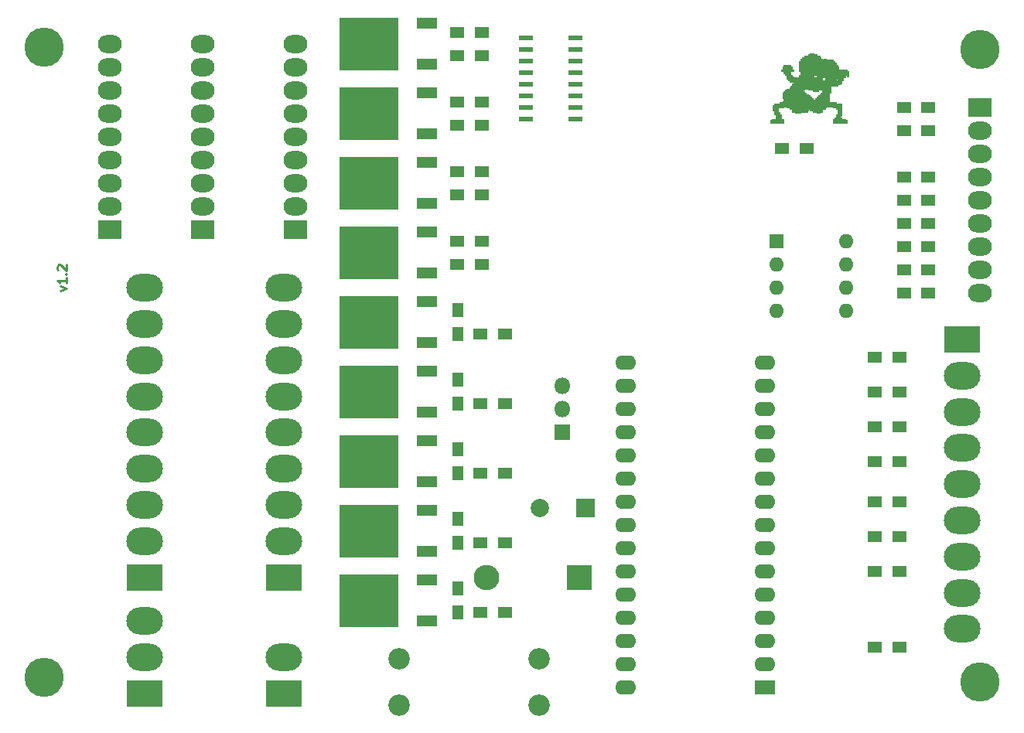
<source format=gts>
G04 #@! TF.FileFunction,Soldermask,Top*
%FSLAX46Y46*%
G04 Gerber Fmt 4.6, Leading zero omitted, Abs format (unit mm)*
G04 Created by KiCad (PCBNEW 4.0.7) date 01/26/18 13:22:07*
%MOMM*%
%LPD*%
G01*
G04 APERTURE LIST*
%ADD10C,0.100000*%
%ADD11C,0.250000*%
%ADD12C,0.010000*%
%ADD13R,1.600000X1.600000*%
%ADD14O,1.600000X1.600000*%
%ADD15R,1.800000X1.800000*%
%ADD16O,1.800000X1.800000*%
%ADD17R,1.500000X1.300000*%
%ADD18R,2.286000X1.574800*%
%ADD19O,2.286000X1.574800*%
%ADD20C,4.300000*%
%ADD21R,2.600000X2.000000*%
%ADD22O,2.600000X2.000000*%
%ADD23R,4.000000X3.000000*%
%ADD24O,4.000000X3.000000*%
%ADD25R,2.200000X1.200000*%
%ADD26R,6.400000X5.800000*%
%ADD27R,1.500000X0.600000*%
%ADD28R,2.000000X2.000000*%
%ADD29C,2.000000*%
%ADD30R,2.800000X2.800000*%
%ADD31O,2.800000X2.800000*%
%ADD32C,2.350000*%
%ADD33R,1.300000X1.500000*%
G04 APERTURE END LIST*
D10*
D11*
X32285714Y-82098571D02*
X32952381Y-81860476D01*
X32285714Y-81622380D01*
X32952381Y-80717618D02*
X32952381Y-81289047D01*
X32952381Y-81003333D02*
X31952381Y-81003333D01*
X32095238Y-81098571D01*
X32190476Y-81193809D01*
X32238095Y-81289047D01*
X32857143Y-80289047D02*
X32904762Y-80241428D01*
X32952381Y-80289047D01*
X32904762Y-80336666D01*
X32857143Y-80289047D01*
X32952381Y-80289047D01*
X32047619Y-79860476D02*
X32000000Y-79812857D01*
X31952381Y-79717619D01*
X31952381Y-79479523D01*
X32000000Y-79384285D01*
X32047619Y-79336666D01*
X32142857Y-79289047D01*
X32238095Y-79289047D01*
X32380952Y-79336666D01*
X32952381Y-79908095D01*
X32952381Y-79289047D01*
D12*
G36*
X114340000Y-56095000D02*
X114490000Y-56095000D01*
X114490000Y-56245000D01*
X114340000Y-56245000D01*
X114340000Y-56095000D01*
X114340000Y-56095000D01*
G37*
X114340000Y-56095000D02*
X114490000Y-56095000D01*
X114490000Y-56245000D01*
X114340000Y-56245000D01*
X114340000Y-56095000D01*
G36*
X114490000Y-56095000D02*
X114640000Y-56095000D01*
X114640000Y-56245000D01*
X114490000Y-56245000D01*
X114490000Y-56095000D01*
X114490000Y-56095000D01*
G37*
X114490000Y-56095000D02*
X114640000Y-56095000D01*
X114640000Y-56245000D01*
X114490000Y-56245000D01*
X114490000Y-56095000D01*
G36*
X114640000Y-56095000D02*
X114790000Y-56095000D01*
X114790000Y-56245000D01*
X114640000Y-56245000D01*
X114640000Y-56095000D01*
X114640000Y-56095000D01*
G37*
X114640000Y-56095000D02*
X114790000Y-56095000D01*
X114790000Y-56245000D01*
X114640000Y-56245000D01*
X114640000Y-56095000D01*
G36*
X114190000Y-56245000D02*
X114340000Y-56245000D01*
X114340000Y-56395000D01*
X114190000Y-56395000D01*
X114190000Y-56245000D01*
X114190000Y-56245000D01*
G37*
X114190000Y-56245000D02*
X114340000Y-56245000D01*
X114340000Y-56395000D01*
X114190000Y-56395000D01*
X114190000Y-56245000D01*
G36*
X114340000Y-56245000D02*
X114490000Y-56245000D01*
X114490000Y-56395000D01*
X114340000Y-56395000D01*
X114340000Y-56245000D01*
X114340000Y-56245000D01*
G37*
X114340000Y-56245000D02*
X114490000Y-56245000D01*
X114490000Y-56395000D01*
X114340000Y-56395000D01*
X114340000Y-56245000D01*
G36*
X114490000Y-56245000D02*
X114640000Y-56245000D01*
X114640000Y-56395000D01*
X114490000Y-56395000D01*
X114490000Y-56245000D01*
X114490000Y-56245000D01*
G37*
X114490000Y-56245000D02*
X114640000Y-56245000D01*
X114640000Y-56395000D01*
X114490000Y-56395000D01*
X114490000Y-56245000D01*
G36*
X114640000Y-56245000D02*
X114790000Y-56245000D01*
X114790000Y-56395000D01*
X114640000Y-56395000D01*
X114640000Y-56245000D01*
X114640000Y-56245000D01*
G37*
X114640000Y-56245000D02*
X114790000Y-56245000D01*
X114790000Y-56395000D01*
X114640000Y-56395000D01*
X114640000Y-56245000D01*
G36*
X114790000Y-56245000D02*
X114940000Y-56245000D01*
X114940000Y-56395000D01*
X114790000Y-56395000D01*
X114790000Y-56245000D01*
X114790000Y-56245000D01*
G37*
X114790000Y-56245000D02*
X114940000Y-56245000D01*
X114940000Y-56395000D01*
X114790000Y-56395000D01*
X114790000Y-56245000D01*
G36*
X114940000Y-56245000D02*
X115090000Y-56245000D01*
X115090000Y-56395000D01*
X114940000Y-56395000D01*
X114940000Y-56245000D01*
X114940000Y-56245000D01*
G37*
X114940000Y-56245000D02*
X115090000Y-56245000D01*
X115090000Y-56395000D01*
X114940000Y-56395000D01*
X114940000Y-56245000D01*
G36*
X113740000Y-56395000D02*
X113890000Y-56395000D01*
X113890000Y-56545000D01*
X113740000Y-56545000D01*
X113740000Y-56395000D01*
X113740000Y-56395000D01*
G37*
X113740000Y-56395000D02*
X113890000Y-56395000D01*
X113890000Y-56545000D01*
X113740000Y-56545000D01*
X113740000Y-56395000D01*
G36*
X113890000Y-56395000D02*
X114040000Y-56395000D01*
X114040000Y-56545000D01*
X113890000Y-56545000D01*
X113890000Y-56395000D01*
X113890000Y-56395000D01*
G37*
X113890000Y-56395000D02*
X114040000Y-56395000D01*
X114040000Y-56545000D01*
X113890000Y-56545000D01*
X113890000Y-56395000D01*
G36*
X114040000Y-56395000D02*
X114190000Y-56395000D01*
X114190000Y-56545000D01*
X114040000Y-56545000D01*
X114040000Y-56395000D01*
X114040000Y-56395000D01*
G37*
X114040000Y-56395000D02*
X114190000Y-56395000D01*
X114190000Y-56545000D01*
X114040000Y-56545000D01*
X114040000Y-56395000D01*
G36*
X114190000Y-56395000D02*
X114340000Y-56395000D01*
X114340000Y-56545000D01*
X114190000Y-56545000D01*
X114190000Y-56395000D01*
X114190000Y-56395000D01*
G37*
X114190000Y-56395000D02*
X114340000Y-56395000D01*
X114340000Y-56545000D01*
X114190000Y-56545000D01*
X114190000Y-56395000D01*
G36*
X114340000Y-56395000D02*
X114490000Y-56395000D01*
X114490000Y-56545000D01*
X114340000Y-56545000D01*
X114340000Y-56395000D01*
X114340000Y-56395000D01*
G37*
X114340000Y-56395000D02*
X114490000Y-56395000D01*
X114490000Y-56545000D01*
X114340000Y-56545000D01*
X114340000Y-56395000D01*
G36*
X114490000Y-56395000D02*
X114640000Y-56395000D01*
X114640000Y-56545000D01*
X114490000Y-56545000D01*
X114490000Y-56395000D01*
X114490000Y-56395000D01*
G37*
X114490000Y-56395000D02*
X114640000Y-56395000D01*
X114640000Y-56545000D01*
X114490000Y-56545000D01*
X114490000Y-56395000D01*
G36*
X114640000Y-56395000D02*
X114790000Y-56395000D01*
X114790000Y-56545000D01*
X114640000Y-56545000D01*
X114640000Y-56395000D01*
X114640000Y-56395000D01*
G37*
X114640000Y-56395000D02*
X114790000Y-56395000D01*
X114790000Y-56545000D01*
X114640000Y-56545000D01*
X114640000Y-56395000D01*
G36*
X114790000Y-56395000D02*
X114940000Y-56395000D01*
X114940000Y-56545000D01*
X114790000Y-56545000D01*
X114790000Y-56395000D01*
X114790000Y-56395000D01*
G37*
X114790000Y-56395000D02*
X114940000Y-56395000D01*
X114940000Y-56545000D01*
X114790000Y-56545000D01*
X114790000Y-56395000D01*
G36*
X114940000Y-56395000D02*
X115090000Y-56395000D01*
X115090000Y-56545000D01*
X114940000Y-56545000D01*
X114940000Y-56395000D01*
X114940000Y-56395000D01*
G37*
X114940000Y-56395000D02*
X115090000Y-56395000D01*
X115090000Y-56545000D01*
X114940000Y-56545000D01*
X114940000Y-56395000D01*
G36*
X115090000Y-56395000D02*
X115240000Y-56395000D01*
X115240000Y-56545000D01*
X115090000Y-56545000D01*
X115090000Y-56395000D01*
X115090000Y-56395000D01*
G37*
X115090000Y-56395000D02*
X115240000Y-56395000D01*
X115240000Y-56545000D01*
X115090000Y-56545000D01*
X115090000Y-56395000D01*
G36*
X115240000Y-56395000D02*
X115390000Y-56395000D01*
X115390000Y-56545000D01*
X115240000Y-56545000D01*
X115240000Y-56395000D01*
X115240000Y-56395000D01*
G37*
X115240000Y-56395000D02*
X115390000Y-56395000D01*
X115390000Y-56545000D01*
X115240000Y-56545000D01*
X115240000Y-56395000D01*
G36*
X113440000Y-56545000D02*
X113590000Y-56545000D01*
X113590000Y-56695000D01*
X113440000Y-56695000D01*
X113440000Y-56545000D01*
X113440000Y-56545000D01*
G37*
X113440000Y-56545000D02*
X113590000Y-56545000D01*
X113590000Y-56695000D01*
X113440000Y-56695000D01*
X113440000Y-56545000D01*
G36*
X113590000Y-56545000D02*
X113740000Y-56545000D01*
X113740000Y-56695000D01*
X113590000Y-56695000D01*
X113590000Y-56545000D01*
X113590000Y-56545000D01*
G37*
X113590000Y-56545000D02*
X113740000Y-56545000D01*
X113740000Y-56695000D01*
X113590000Y-56695000D01*
X113590000Y-56545000D01*
G36*
X113740000Y-56545000D02*
X113890000Y-56545000D01*
X113890000Y-56695000D01*
X113740000Y-56695000D01*
X113740000Y-56545000D01*
X113740000Y-56545000D01*
G37*
X113740000Y-56545000D02*
X113890000Y-56545000D01*
X113890000Y-56695000D01*
X113740000Y-56695000D01*
X113740000Y-56545000D01*
G36*
X113890000Y-56545000D02*
X114040000Y-56545000D01*
X114040000Y-56695000D01*
X113890000Y-56695000D01*
X113890000Y-56545000D01*
X113890000Y-56545000D01*
G37*
X113890000Y-56545000D02*
X114040000Y-56545000D01*
X114040000Y-56695000D01*
X113890000Y-56695000D01*
X113890000Y-56545000D01*
G36*
X114040000Y-56545000D02*
X114190000Y-56545000D01*
X114190000Y-56695000D01*
X114040000Y-56695000D01*
X114040000Y-56545000D01*
X114040000Y-56545000D01*
G37*
X114040000Y-56545000D02*
X114190000Y-56545000D01*
X114190000Y-56695000D01*
X114040000Y-56695000D01*
X114040000Y-56545000D01*
G36*
X114190000Y-56545000D02*
X114340000Y-56545000D01*
X114340000Y-56695000D01*
X114190000Y-56695000D01*
X114190000Y-56545000D01*
X114190000Y-56545000D01*
G37*
X114190000Y-56545000D02*
X114340000Y-56545000D01*
X114340000Y-56695000D01*
X114190000Y-56695000D01*
X114190000Y-56545000D01*
G36*
X114340000Y-56545000D02*
X114490000Y-56545000D01*
X114490000Y-56695000D01*
X114340000Y-56695000D01*
X114340000Y-56545000D01*
X114340000Y-56545000D01*
G37*
X114340000Y-56545000D02*
X114490000Y-56545000D01*
X114490000Y-56695000D01*
X114340000Y-56695000D01*
X114340000Y-56545000D01*
G36*
X114490000Y-56545000D02*
X114640000Y-56545000D01*
X114640000Y-56695000D01*
X114490000Y-56695000D01*
X114490000Y-56545000D01*
X114490000Y-56545000D01*
G37*
X114490000Y-56545000D02*
X114640000Y-56545000D01*
X114640000Y-56695000D01*
X114490000Y-56695000D01*
X114490000Y-56545000D01*
G36*
X114640000Y-56545000D02*
X114790000Y-56545000D01*
X114790000Y-56695000D01*
X114640000Y-56695000D01*
X114640000Y-56545000D01*
X114640000Y-56545000D01*
G37*
X114640000Y-56545000D02*
X114790000Y-56545000D01*
X114790000Y-56695000D01*
X114640000Y-56695000D01*
X114640000Y-56545000D01*
G36*
X114790000Y-56545000D02*
X114940000Y-56545000D01*
X114940000Y-56695000D01*
X114790000Y-56695000D01*
X114790000Y-56545000D01*
X114790000Y-56545000D01*
G37*
X114790000Y-56545000D02*
X114940000Y-56545000D01*
X114940000Y-56695000D01*
X114790000Y-56695000D01*
X114790000Y-56545000D01*
G36*
X114940000Y-56545000D02*
X115090000Y-56545000D01*
X115090000Y-56695000D01*
X114940000Y-56695000D01*
X114940000Y-56545000D01*
X114940000Y-56545000D01*
G37*
X114940000Y-56545000D02*
X115090000Y-56545000D01*
X115090000Y-56695000D01*
X114940000Y-56695000D01*
X114940000Y-56545000D01*
G36*
X115090000Y-56545000D02*
X115240000Y-56545000D01*
X115240000Y-56695000D01*
X115090000Y-56695000D01*
X115090000Y-56545000D01*
X115090000Y-56545000D01*
G37*
X115090000Y-56545000D02*
X115240000Y-56545000D01*
X115240000Y-56695000D01*
X115090000Y-56695000D01*
X115090000Y-56545000D01*
G36*
X115240000Y-56545000D02*
X115390000Y-56545000D01*
X115390000Y-56695000D01*
X115240000Y-56695000D01*
X115240000Y-56545000D01*
X115240000Y-56545000D01*
G37*
X115240000Y-56545000D02*
X115390000Y-56545000D01*
X115390000Y-56695000D01*
X115240000Y-56695000D01*
X115240000Y-56545000D01*
G36*
X115390000Y-56545000D02*
X115540000Y-56545000D01*
X115540000Y-56695000D01*
X115390000Y-56695000D01*
X115390000Y-56545000D01*
X115390000Y-56545000D01*
G37*
X115390000Y-56545000D02*
X115540000Y-56545000D01*
X115540000Y-56695000D01*
X115390000Y-56695000D01*
X115390000Y-56545000D01*
G36*
X113290000Y-56695000D02*
X113440000Y-56695000D01*
X113440000Y-56845000D01*
X113290000Y-56845000D01*
X113290000Y-56695000D01*
X113290000Y-56695000D01*
G37*
X113290000Y-56695000D02*
X113440000Y-56695000D01*
X113440000Y-56845000D01*
X113290000Y-56845000D01*
X113290000Y-56695000D01*
G36*
X113440000Y-56695000D02*
X113590000Y-56695000D01*
X113590000Y-56845000D01*
X113440000Y-56845000D01*
X113440000Y-56695000D01*
X113440000Y-56695000D01*
G37*
X113440000Y-56695000D02*
X113590000Y-56695000D01*
X113590000Y-56845000D01*
X113440000Y-56845000D01*
X113440000Y-56695000D01*
G36*
X113590000Y-56695000D02*
X113740000Y-56695000D01*
X113740000Y-56845000D01*
X113590000Y-56845000D01*
X113590000Y-56695000D01*
X113590000Y-56695000D01*
G37*
X113590000Y-56695000D02*
X113740000Y-56695000D01*
X113740000Y-56845000D01*
X113590000Y-56845000D01*
X113590000Y-56695000D01*
G36*
X113740000Y-56695000D02*
X113890000Y-56695000D01*
X113890000Y-56845000D01*
X113740000Y-56845000D01*
X113740000Y-56695000D01*
X113740000Y-56695000D01*
G37*
X113740000Y-56695000D02*
X113890000Y-56695000D01*
X113890000Y-56845000D01*
X113740000Y-56845000D01*
X113740000Y-56695000D01*
G36*
X113890000Y-56695000D02*
X114040000Y-56695000D01*
X114040000Y-56845000D01*
X113890000Y-56845000D01*
X113890000Y-56695000D01*
X113890000Y-56695000D01*
G37*
X113890000Y-56695000D02*
X114040000Y-56695000D01*
X114040000Y-56845000D01*
X113890000Y-56845000D01*
X113890000Y-56695000D01*
G36*
X114040000Y-56695000D02*
X114190000Y-56695000D01*
X114190000Y-56845000D01*
X114040000Y-56845000D01*
X114040000Y-56695000D01*
X114040000Y-56695000D01*
G37*
X114040000Y-56695000D02*
X114190000Y-56695000D01*
X114190000Y-56845000D01*
X114040000Y-56845000D01*
X114040000Y-56695000D01*
G36*
X114190000Y-56695000D02*
X114340000Y-56695000D01*
X114340000Y-56845000D01*
X114190000Y-56845000D01*
X114190000Y-56695000D01*
X114190000Y-56695000D01*
G37*
X114190000Y-56695000D02*
X114340000Y-56695000D01*
X114340000Y-56845000D01*
X114190000Y-56845000D01*
X114190000Y-56695000D01*
G36*
X114340000Y-56695000D02*
X114490000Y-56695000D01*
X114490000Y-56845000D01*
X114340000Y-56845000D01*
X114340000Y-56695000D01*
X114340000Y-56695000D01*
G37*
X114340000Y-56695000D02*
X114490000Y-56695000D01*
X114490000Y-56845000D01*
X114340000Y-56845000D01*
X114340000Y-56695000D01*
G36*
X114490000Y-56695000D02*
X114640000Y-56695000D01*
X114640000Y-56845000D01*
X114490000Y-56845000D01*
X114490000Y-56695000D01*
X114490000Y-56695000D01*
G37*
X114490000Y-56695000D02*
X114640000Y-56695000D01*
X114640000Y-56845000D01*
X114490000Y-56845000D01*
X114490000Y-56695000D01*
G36*
X114640000Y-56695000D02*
X114790000Y-56695000D01*
X114790000Y-56845000D01*
X114640000Y-56845000D01*
X114640000Y-56695000D01*
X114640000Y-56695000D01*
G37*
X114640000Y-56695000D02*
X114790000Y-56695000D01*
X114790000Y-56845000D01*
X114640000Y-56845000D01*
X114640000Y-56695000D01*
G36*
X114790000Y-56695000D02*
X114940000Y-56695000D01*
X114940000Y-56845000D01*
X114790000Y-56845000D01*
X114790000Y-56695000D01*
X114790000Y-56695000D01*
G37*
X114790000Y-56695000D02*
X114940000Y-56695000D01*
X114940000Y-56845000D01*
X114790000Y-56845000D01*
X114790000Y-56695000D01*
G36*
X114940000Y-56695000D02*
X115090000Y-56695000D01*
X115090000Y-56845000D01*
X114940000Y-56845000D01*
X114940000Y-56695000D01*
X114940000Y-56695000D01*
G37*
X114940000Y-56695000D02*
X115090000Y-56695000D01*
X115090000Y-56845000D01*
X114940000Y-56845000D01*
X114940000Y-56695000D01*
G36*
X115090000Y-56695000D02*
X115240000Y-56695000D01*
X115240000Y-56845000D01*
X115090000Y-56845000D01*
X115090000Y-56695000D01*
X115090000Y-56695000D01*
G37*
X115090000Y-56695000D02*
X115240000Y-56695000D01*
X115240000Y-56845000D01*
X115090000Y-56845000D01*
X115090000Y-56695000D01*
G36*
X115240000Y-56695000D02*
X115390000Y-56695000D01*
X115390000Y-56845000D01*
X115240000Y-56845000D01*
X115240000Y-56695000D01*
X115240000Y-56695000D01*
G37*
X115240000Y-56695000D02*
X115390000Y-56695000D01*
X115390000Y-56845000D01*
X115240000Y-56845000D01*
X115240000Y-56695000D01*
G36*
X115390000Y-56695000D02*
X115540000Y-56695000D01*
X115540000Y-56845000D01*
X115390000Y-56845000D01*
X115390000Y-56695000D01*
X115390000Y-56695000D01*
G37*
X115390000Y-56695000D02*
X115540000Y-56695000D01*
X115540000Y-56845000D01*
X115390000Y-56845000D01*
X115390000Y-56695000D01*
G36*
X115540000Y-56695000D02*
X115690000Y-56695000D01*
X115690000Y-56845000D01*
X115540000Y-56845000D01*
X115540000Y-56695000D01*
X115540000Y-56695000D01*
G37*
X115540000Y-56695000D02*
X115690000Y-56695000D01*
X115690000Y-56845000D01*
X115540000Y-56845000D01*
X115540000Y-56695000D01*
G36*
X115840000Y-56695000D02*
X115990000Y-56695000D01*
X115990000Y-56845000D01*
X115840000Y-56845000D01*
X115840000Y-56695000D01*
X115840000Y-56695000D01*
G37*
X115840000Y-56695000D02*
X115990000Y-56695000D01*
X115990000Y-56845000D01*
X115840000Y-56845000D01*
X115840000Y-56695000D01*
G36*
X115990000Y-56695000D02*
X116140000Y-56695000D01*
X116140000Y-56845000D01*
X115990000Y-56845000D01*
X115990000Y-56695000D01*
X115990000Y-56695000D01*
G37*
X115990000Y-56695000D02*
X116140000Y-56695000D01*
X116140000Y-56845000D01*
X115990000Y-56845000D01*
X115990000Y-56695000D01*
G36*
X113290000Y-56845000D02*
X113440000Y-56845000D01*
X113440000Y-56995000D01*
X113290000Y-56995000D01*
X113290000Y-56845000D01*
X113290000Y-56845000D01*
G37*
X113290000Y-56845000D02*
X113440000Y-56845000D01*
X113440000Y-56995000D01*
X113290000Y-56995000D01*
X113290000Y-56845000D01*
G36*
X113440000Y-56845000D02*
X113590000Y-56845000D01*
X113590000Y-56995000D01*
X113440000Y-56995000D01*
X113440000Y-56845000D01*
X113440000Y-56845000D01*
G37*
X113440000Y-56845000D02*
X113590000Y-56845000D01*
X113590000Y-56995000D01*
X113440000Y-56995000D01*
X113440000Y-56845000D01*
G36*
X113590000Y-56845000D02*
X113740000Y-56845000D01*
X113740000Y-56995000D01*
X113590000Y-56995000D01*
X113590000Y-56845000D01*
X113590000Y-56845000D01*
G37*
X113590000Y-56845000D02*
X113740000Y-56845000D01*
X113740000Y-56995000D01*
X113590000Y-56995000D01*
X113590000Y-56845000D01*
G36*
X113740000Y-56845000D02*
X113890000Y-56845000D01*
X113890000Y-56995000D01*
X113740000Y-56995000D01*
X113740000Y-56845000D01*
X113740000Y-56845000D01*
G37*
X113740000Y-56845000D02*
X113890000Y-56845000D01*
X113890000Y-56995000D01*
X113740000Y-56995000D01*
X113740000Y-56845000D01*
G36*
X113890000Y-56845000D02*
X114040000Y-56845000D01*
X114040000Y-56995000D01*
X113890000Y-56995000D01*
X113890000Y-56845000D01*
X113890000Y-56845000D01*
G37*
X113890000Y-56845000D02*
X114040000Y-56845000D01*
X114040000Y-56995000D01*
X113890000Y-56995000D01*
X113890000Y-56845000D01*
G36*
X114040000Y-56845000D02*
X114190000Y-56845000D01*
X114190000Y-56995000D01*
X114040000Y-56995000D01*
X114040000Y-56845000D01*
X114040000Y-56845000D01*
G37*
X114040000Y-56845000D02*
X114190000Y-56845000D01*
X114190000Y-56995000D01*
X114040000Y-56995000D01*
X114040000Y-56845000D01*
G36*
X114190000Y-56845000D02*
X114340000Y-56845000D01*
X114340000Y-56995000D01*
X114190000Y-56995000D01*
X114190000Y-56845000D01*
X114190000Y-56845000D01*
G37*
X114190000Y-56845000D02*
X114340000Y-56845000D01*
X114340000Y-56995000D01*
X114190000Y-56995000D01*
X114190000Y-56845000D01*
G36*
X114340000Y-56845000D02*
X114490000Y-56845000D01*
X114490000Y-56995000D01*
X114340000Y-56995000D01*
X114340000Y-56845000D01*
X114340000Y-56845000D01*
G37*
X114340000Y-56845000D02*
X114490000Y-56845000D01*
X114490000Y-56995000D01*
X114340000Y-56995000D01*
X114340000Y-56845000D01*
G36*
X114490000Y-56845000D02*
X114640000Y-56845000D01*
X114640000Y-56995000D01*
X114490000Y-56995000D01*
X114490000Y-56845000D01*
X114490000Y-56845000D01*
G37*
X114490000Y-56845000D02*
X114640000Y-56845000D01*
X114640000Y-56995000D01*
X114490000Y-56995000D01*
X114490000Y-56845000D01*
G36*
X114640000Y-56845000D02*
X114790000Y-56845000D01*
X114790000Y-56995000D01*
X114640000Y-56995000D01*
X114640000Y-56845000D01*
X114640000Y-56845000D01*
G37*
X114640000Y-56845000D02*
X114790000Y-56845000D01*
X114790000Y-56995000D01*
X114640000Y-56995000D01*
X114640000Y-56845000D01*
G36*
X114790000Y-56845000D02*
X114940000Y-56845000D01*
X114940000Y-56995000D01*
X114790000Y-56995000D01*
X114790000Y-56845000D01*
X114790000Y-56845000D01*
G37*
X114790000Y-56845000D02*
X114940000Y-56845000D01*
X114940000Y-56995000D01*
X114790000Y-56995000D01*
X114790000Y-56845000D01*
G36*
X114940000Y-56845000D02*
X115090000Y-56845000D01*
X115090000Y-56995000D01*
X114940000Y-56995000D01*
X114940000Y-56845000D01*
X114940000Y-56845000D01*
G37*
X114940000Y-56845000D02*
X115090000Y-56845000D01*
X115090000Y-56995000D01*
X114940000Y-56995000D01*
X114940000Y-56845000D01*
G36*
X115090000Y-56845000D02*
X115240000Y-56845000D01*
X115240000Y-56995000D01*
X115090000Y-56995000D01*
X115090000Y-56845000D01*
X115090000Y-56845000D01*
G37*
X115090000Y-56845000D02*
X115240000Y-56845000D01*
X115240000Y-56995000D01*
X115090000Y-56995000D01*
X115090000Y-56845000D01*
G36*
X115240000Y-56845000D02*
X115390000Y-56845000D01*
X115390000Y-56995000D01*
X115240000Y-56995000D01*
X115240000Y-56845000D01*
X115240000Y-56845000D01*
G37*
X115240000Y-56845000D02*
X115390000Y-56845000D01*
X115390000Y-56995000D01*
X115240000Y-56995000D01*
X115240000Y-56845000D01*
G36*
X115390000Y-56845000D02*
X115540000Y-56845000D01*
X115540000Y-56995000D01*
X115390000Y-56995000D01*
X115390000Y-56845000D01*
X115390000Y-56845000D01*
G37*
X115390000Y-56845000D02*
X115540000Y-56845000D01*
X115540000Y-56995000D01*
X115390000Y-56995000D01*
X115390000Y-56845000D01*
G36*
X115540000Y-56845000D02*
X115690000Y-56845000D01*
X115690000Y-56995000D01*
X115540000Y-56995000D01*
X115540000Y-56845000D01*
X115540000Y-56845000D01*
G37*
X115540000Y-56845000D02*
X115690000Y-56845000D01*
X115690000Y-56995000D01*
X115540000Y-56995000D01*
X115540000Y-56845000D01*
G36*
X115690000Y-56845000D02*
X115840000Y-56845000D01*
X115840000Y-56995000D01*
X115690000Y-56995000D01*
X115690000Y-56845000D01*
X115690000Y-56845000D01*
G37*
X115690000Y-56845000D02*
X115840000Y-56845000D01*
X115840000Y-56995000D01*
X115690000Y-56995000D01*
X115690000Y-56845000D01*
G36*
X115840000Y-56845000D02*
X115990000Y-56845000D01*
X115990000Y-56995000D01*
X115840000Y-56995000D01*
X115840000Y-56845000D01*
X115840000Y-56845000D01*
G37*
X115840000Y-56845000D02*
X115990000Y-56845000D01*
X115990000Y-56995000D01*
X115840000Y-56995000D01*
X115840000Y-56845000D01*
G36*
X115990000Y-56845000D02*
X116140000Y-56845000D01*
X116140000Y-56995000D01*
X115990000Y-56995000D01*
X115990000Y-56845000D01*
X115990000Y-56845000D01*
G37*
X115990000Y-56845000D02*
X116140000Y-56845000D01*
X116140000Y-56995000D01*
X115990000Y-56995000D01*
X115990000Y-56845000D01*
G36*
X116140000Y-56845000D02*
X116290000Y-56845000D01*
X116290000Y-56995000D01*
X116140000Y-56995000D01*
X116140000Y-56845000D01*
X116140000Y-56845000D01*
G37*
X116140000Y-56845000D02*
X116290000Y-56845000D01*
X116290000Y-56995000D01*
X116140000Y-56995000D01*
X116140000Y-56845000D01*
G36*
X116290000Y-56845000D02*
X116440000Y-56845000D01*
X116440000Y-56995000D01*
X116290000Y-56995000D01*
X116290000Y-56845000D01*
X116290000Y-56845000D01*
G37*
X116290000Y-56845000D02*
X116440000Y-56845000D01*
X116440000Y-56995000D01*
X116290000Y-56995000D01*
X116290000Y-56845000D01*
G36*
X116440000Y-56845000D02*
X116590000Y-56845000D01*
X116590000Y-56995000D01*
X116440000Y-56995000D01*
X116440000Y-56845000D01*
X116440000Y-56845000D01*
G37*
X116440000Y-56845000D02*
X116590000Y-56845000D01*
X116590000Y-56995000D01*
X116440000Y-56995000D01*
X116440000Y-56845000D01*
G36*
X116590000Y-56845000D02*
X116740000Y-56845000D01*
X116740000Y-56995000D01*
X116590000Y-56995000D01*
X116590000Y-56845000D01*
X116590000Y-56845000D01*
G37*
X116590000Y-56845000D02*
X116740000Y-56845000D01*
X116740000Y-56995000D01*
X116590000Y-56995000D01*
X116590000Y-56845000D01*
G36*
X116740000Y-56845000D02*
X116890000Y-56845000D01*
X116890000Y-56995000D01*
X116740000Y-56995000D01*
X116740000Y-56845000D01*
X116740000Y-56845000D01*
G37*
X116740000Y-56845000D02*
X116890000Y-56845000D01*
X116890000Y-56995000D01*
X116740000Y-56995000D01*
X116740000Y-56845000D01*
G36*
X113140000Y-56995000D02*
X113290000Y-56995000D01*
X113290000Y-57145000D01*
X113140000Y-57145000D01*
X113140000Y-56995000D01*
X113140000Y-56995000D01*
G37*
X113140000Y-56995000D02*
X113290000Y-56995000D01*
X113290000Y-57145000D01*
X113140000Y-57145000D01*
X113140000Y-56995000D01*
G36*
X113290000Y-56995000D02*
X113440000Y-56995000D01*
X113440000Y-57145000D01*
X113290000Y-57145000D01*
X113290000Y-56995000D01*
X113290000Y-56995000D01*
G37*
X113290000Y-56995000D02*
X113440000Y-56995000D01*
X113440000Y-57145000D01*
X113290000Y-57145000D01*
X113290000Y-56995000D01*
G36*
X113440000Y-56995000D02*
X113590000Y-56995000D01*
X113590000Y-57145000D01*
X113440000Y-57145000D01*
X113440000Y-56995000D01*
X113440000Y-56995000D01*
G37*
X113440000Y-56995000D02*
X113590000Y-56995000D01*
X113590000Y-57145000D01*
X113440000Y-57145000D01*
X113440000Y-56995000D01*
G36*
X113590000Y-56995000D02*
X113740000Y-56995000D01*
X113740000Y-57145000D01*
X113590000Y-57145000D01*
X113590000Y-56995000D01*
X113590000Y-56995000D01*
G37*
X113590000Y-56995000D02*
X113740000Y-56995000D01*
X113740000Y-57145000D01*
X113590000Y-57145000D01*
X113590000Y-56995000D01*
G36*
X113740000Y-56995000D02*
X113890000Y-56995000D01*
X113890000Y-57145000D01*
X113740000Y-57145000D01*
X113740000Y-56995000D01*
X113740000Y-56995000D01*
G37*
X113740000Y-56995000D02*
X113890000Y-56995000D01*
X113890000Y-57145000D01*
X113740000Y-57145000D01*
X113740000Y-56995000D01*
G36*
X113890000Y-56995000D02*
X114040000Y-56995000D01*
X114040000Y-57145000D01*
X113890000Y-57145000D01*
X113890000Y-56995000D01*
X113890000Y-56995000D01*
G37*
X113890000Y-56995000D02*
X114040000Y-56995000D01*
X114040000Y-57145000D01*
X113890000Y-57145000D01*
X113890000Y-56995000D01*
G36*
X114040000Y-56995000D02*
X114190000Y-56995000D01*
X114190000Y-57145000D01*
X114040000Y-57145000D01*
X114040000Y-56995000D01*
X114040000Y-56995000D01*
G37*
X114040000Y-56995000D02*
X114190000Y-56995000D01*
X114190000Y-57145000D01*
X114040000Y-57145000D01*
X114040000Y-56995000D01*
G36*
X114190000Y-56995000D02*
X114340000Y-56995000D01*
X114340000Y-57145000D01*
X114190000Y-57145000D01*
X114190000Y-56995000D01*
X114190000Y-56995000D01*
G37*
X114190000Y-56995000D02*
X114340000Y-56995000D01*
X114340000Y-57145000D01*
X114190000Y-57145000D01*
X114190000Y-56995000D01*
G36*
X114340000Y-56995000D02*
X114490000Y-56995000D01*
X114490000Y-57145000D01*
X114340000Y-57145000D01*
X114340000Y-56995000D01*
X114340000Y-56995000D01*
G37*
X114340000Y-56995000D02*
X114490000Y-56995000D01*
X114490000Y-57145000D01*
X114340000Y-57145000D01*
X114340000Y-56995000D01*
G36*
X114490000Y-56995000D02*
X114640000Y-56995000D01*
X114640000Y-57145000D01*
X114490000Y-57145000D01*
X114490000Y-56995000D01*
X114490000Y-56995000D01*
G37*
X114490000Y-56995000D02*
X114640000Y-56995000D01*
X114640000Y-57145000D01*
X114490000Y-57145000D01*
X114490000Y-56995000D01*
G36*
X114640000Y-56995000D02*
X114790000Y-56995000D01*
X114790000Y-57145000D01*
X114640000Y-57145000D01*
X114640000Y-56995000D01*
X114640000Y-56995000D01*
G37*
X114640000Y-56995000D02*
X114790000Y-56995000D01*
X114790000Y-57145000D01*
X114640000Y-57145000D01*
X114640000Y-56995000D01*
G36*
X114790000Y-56995000D02*
X114940000Y-56995000D01*
X114940000Y-57145000D01*
X114790000Y-57145000D01*
X114790000Y-56995000D01*
X114790000Y-56995000D01*
G37*
X114790000Y-56995000D02*
X114940000Y-56995000D01*
X114940000Y-57145000D01*
X114790000Y-57145000D01*
X114790000Y-56995000D01*
G36*
X114940000Y-56995000D02*
X115090000Y-56995000D01*
X115090000Y-57145000D01*
X114940000Y-57145000D01*
X114940000Y-56995000D01*
X114940000Y-56995000D01*
G37*
X114940000Y-56995000D02*
X115090000Y-56995000D01*
X115090000Y-57145000D01*
X114940000Y-57145000D01*
X114940000Y-56995000D01*
G36*
X115090000Y-56995000D02*
X115240000Y-56995000D01*
X115240000Y-57145000D01*
X115090000Y-57145000D01*
X115090000Y-56995000D01*
X115090000Y-56995000D01*
G37*
X115090000Y-56995000D02*
X115240000Y-56995000D01*
X115240000Y-57145000D01*
X115090000Y-57145000D01*
X115090000Y-56995000D01*
G36*
X115240000Y-56995000D02*
X115390000Y-56995000D01*
X115390000Y-57145000D01*
X115240000Y-57145000D01*
X115240000Y-56995000D01*
X115240000Y-56995000D01*
G37*
X115240000Y-56995000D02*
X115390000Y-56995000D01*
X115390000Y-57145000D01*
X115240000Y-57145000D01*
X115240000Y-56995000D01*
G36*
X115390000Y-56995000D02*
X115540000Y-56995000D01*
X115540000Y-57145000D01*
X115390000Y-57145000D01*
X115390000Y-56995000D01*
X115390000Y-56995000D01*
G37*
X115390000Y-56995000D02*
X115540000Y-56995000D01*
X115540000Y-57145000D01*
X115390000Y-57145000D01*
X115390000Y-56995000D01*
G36*
X115540000Y-56995000D02*
X115690000Y-56995000D01*
X115690000Y-57145000D01*
X115540000Y-57145000D01*
X115540000Y-56995000D01*
X115540000Y-56995000D01*
G37*
X115540000Y-56995000D02*
X115690000Y-56995000D01*
X115690000Y-57145000D01*
X115540000Y-57145000D01*
X115540000Y-56995000D01*
G36*
X115690000Y-56995000D02*
X115840000Y-56995000D01*
X115840000Y-57145000D01*
X115690000Y-57145000D01*
X115690000Y-56995000D01*
X115690000Y-56995000D01*
G37*
X115690000Y-56995000D02*
X115840000Y-56995000D01*
X115840000Y-57145000D01*
X115690000Y-57145000D01*
X115690000Y-56995000D01*
G36*
X115840000Y-56995000D02*
X115990000Y-56995000D01*
X115990000Y-57145000D01*
X115840000Y-57145000D01*
X115840000Y-56995000D01*
X115840000Y-56995000D01*
G37*
X115840000Y-56995000D02*
X115990000Y-56995000D01*
X115990000Y-57145000D01*
X115840000Y-57145000D01*
X115840000Y-56995000D01*
G36*
X115990000Y-56995000D02*
X116140000Y-56995000D01*
X116140000Y-57145000D01*
X115990000Y-57145000D01*
X115990000Y-56995000D01*
X115990000Y-56995000D01*
G37*
X115990000Y-56995000D02*
X116140000Y-56995000D01*
X116140000Y-57145000D01*
X115990000Y-57145000D01*
X115990000Y-56995000D01*
G36*
X116140000Y-56995000D02*
X116290000Y-56995000D01*
X116290000Y-57145000D01*
X116140000Y-57145000D01*
X116140000Y-56995000D01*
X116140000Y-56995000D01*
G37*
X116140000Y-56995000D02*
X116290000Y-56995000D01*
X116290000Y-57145000D01*
X116140000Y-57145000D01*
X116140000Y-56995000D01*
G36*
X116290000Y-56995000D02*
X116440000Y-56995000D01*
X116440000Y-57145000D01*
X116290000Y-57145000D01*
X116290000Y-56995000D01*
X116290000Y-56995000D01*
G37*
X116290000Y-56995000D02*
X116440000Y-56995000D01*
X116440000Y-57145000D01*
X116290000Y-57145000D01*
X116290000Y-56995000D01*
G36*
X116440000Y-56995000D02*
X116590000Y-56995000D01*
X116590000Y-57145000D01*
X116440000Y-57145000D01*
X116440000Y-56995000D01*
X116440000Y-56995000D01*
G37*
X116440000Y-56995000D02*
X116590000Y-56995000D01*
X116590000Y-57145000D01*
X116440000Y-57145000D01*
X116440000Y-56995000D01*
G36*
X116590000Y-56995000D02*
X116740000Y-56995000D01*
X116740000Y-57145000D01*
X116590000Y-57145000D01*
X116590000Y-56995000D01*
X116590000Y-56995000D01*
G37*
X116590000Y-56995000D02*
X116740000Y-56995000D01*
X116740000Y-57145000D01*
X116590000Y-57145000D01*
X116590000Y-56995000D01*
G36*
X116740000Y-56995000D02*
X116890000Y-56995000D01*
X116890000Y-57145000D01*
X116740000Y-57145000D01*
X116740000Y-56995000D01*
X116740000Y-56995000D01*
G37*
X116740000Y-56995000D02*
X116890000Y-56995000D01*
X116890000Y-57145000D01*
X116740000Y-57145000D01*
X116740000Y-56995000D01*
G36*
X116890000Y-56995000D02*
X117040000Y-56995000D01*
X117040000Y-57145000D01*
X116890000Y-57145000D01*
X116890000Y-56995000D01*
X116890000Y-56995000D01*
G37*
X116890000Y-56995000D02*
X117040000Y-56995000D01*
X117040000Y-57145000D01*
X116890000Y-57145000D01*
X116890000Y-56995000D01*
G36*
X113140000Y-57145000D02*
X113290000Y-57145000D01*
X113290000Y-57295000D01*
X113140000Y-57295000D01*
X113140000Y-57145000D01*
X113140000Y-57145000D01*
G37*
X113140000Y-57145000D02*
X113290000Y-57145000D01*
X113290000Y-57295000D01*
X113140000Y-57295000D01*
X113140000Y-57145000D01*
G36*
X113290000Y-57145000D02*
X113440000Y-57145000D01*
X113440000Y-57295000D01*
X113290000Y-57295000D01*
X113290000Y-57145000D01*
X113290000Y-57145000D01*
G37*
X113290000Y-57145000D02*
X113440000Y-57145000D01*
X113440000Y-57295000D01*
X113290000Y-57295000D01*
X113290000Y-57145000D01*
G36*
X113440000Y-57145000D02*
X113590000Y-57145000D01*
X113590000Y-57295000D01*
X113440000Y-57295000D01*
X113440000Y-57145000D01*
X113440000Y-57145000D01*
G37*
X113440000Y-57145000D02*
X113590000Y-57145000D01*
X113590000Y-57295000D01*
X113440000Y-57295000D01*
X113440000Y-57145000D01*
G36*
X113590000Y-57145000D02*
X113740000Y-57145000D01*
X113740000Y-57295000D01*
X113590000Y-57295000D01*
X113590000Y-57145000D01*
X113590000Y-57145000D01*
G37*
X113590000Y-57145000D02*
X113740000Y-57145000D01*
X113740000Y-57295000D01*
X113590000Y-57295000D01*
X113590000Y-57145000D01*
G36*
X113740000Y-57145000D02*
X113890000Y-57145000D01*
X113890000Y-57295000D01*
X113740000Y-57295000D01*
X113740000Y-57145000D01*
X113740000Y-57145000D01*
G37*
X113740000Y-57145000D02*
X113890000Y-57145000D01*
X113890000Y-57295000D01*
X113740000Y-57295000D01*
X113740000Y-57145000D01*
G36*
X113890000Y-57145000D02*
X114040000Y-57145000D01*
X114040000Y-57295000D01*
X113890000Y-57295000D01*
X113890000Y-57145000D01*
X113890000Y-57145000D01*
G37*
X113890000Y-57145000D02*
X114040000Y-57145000D01*
X114040000Y-57295000D01*
X113890000Y-57295000D01*
X113890000Y-57145000D01*
G36*
X114040000Y-57145000D02*
X114190000Y-57145000D01*
X114190000Y-57295000D01*
X114040000Y-57295000D01*
X114040000Y-57145000D01*
X114040000Y-57145000D01*
G37*
X114040000Y-57145000D02*
X114190000Y-57145000D01*
X114190000Y-57295000D01*
X114040000Y-57295000D01*
X114040000Y-57145000D01*
G36*
X114190000Y-57145000D02*
X114340000Y-57145000D01*
X114340000Y-57295000D01*
X114190000Y-57295000D01*
X114190000Y-57145000D01*
X114190000Y-57145000D01*
G37*
X114190000Y-57145000D02*
X114340000Y-57145000D01*
X114340000Y-57295000D01*
X114190000Y-57295000D01*
X114190000Y-57145000D01*
G36*
X114340000Y-57145000D02*
X114490000Y-57145000D01*
X114490000Y-57295000D01*
X114340000Y-57295000D01*
X114340000Y-57145000D01*
X114340000Y-57145000D01*
G37*
X114340000Y-57145000D02*
X114490000Y-57145000D01*
X114490000Y-57295000D01*
X114340000Y-57295000D01*
X114340000Y-57145000D01*
G36*
X114490000Y-57145000D02*
X114640000Y-57145000D01*
X114640000Y-57295000D01*
X114490000Y-57295000D01*
X114490000Y-57145000D01*
X114490000Y-57145000D01*
G37*
X114490000Y-57145000D02*
X114640000Y-57145000D01*
X114640000Y-57295000D01*
X114490000Y-57295000D01*
X114490000Y-57145000D01*
G36*
X114640000Y-57145000D02*
X114790000Y-57145000D01*
X114790000Y-57295000D01*
X114640000Y-57295000D01*
X114640000Y-57145000D01*
X114640000Y-57145000D01*
G37*
X114640000Y-57145000D02*
X114790000Y-57145000D01*
X114790000Y-57295000D01*
X114640000Y-57295000D01*
X114640000Y-57145000D01*
G36*
X114790000Y-57145000D02*
X114940000Y-57145000D01*
X114940000Y-57295000D01*
X114790000Y-57295000D01*
X114790000Y-57145000D01*
X114790000Y-57145000D01*
G37*
X114790000Y-57145000D02*
X114940000Y-57145000D01*
X114940000Y-57295000D01*
X114790000Y-57295000D01*
X114790000Y-57145000D01*
G36*
X114940000Y-57145000D02*
X115090000Y-57145000D01*
X115090000Y-57295000D01*
X114940000Y-57295000D01*
X114940000Y-57145000D01*
X114940000Y-57145000D01*
G37*
X114940000Y-57145000D02*
X115090000Y-57145000D01*
X115090000Y-57295000D01*
X114940000Y-57295000D01*
X114940000Y-57145000D01*
G36*
X115090000Y-57145000D02*
X115240000Y-57145000D01*
X115240000Y-57295000D01*
X115090000Y-57295000D01*
X115090000Y-57145000D01*
X115090000Y-57145000D01*
G37*
X115090000Y-57145000D02*
X115240000Y-57145000D01*
X115240000Y-57295000D01*
X115090000Y-57295000D01*
X115090000Y-57145000D01*
G36*
X115240000Y-57145000D02*
X115390000Y-57145000D01*
X115390000Y-57295000D01*
X115240000Y-57295000D01*
X115240000Y-57145000D01*
X115240000Y-57145000D01*
G37*
X115240000Y-57145000D02*
X115390000Y-57145000D01*
X115390000Y-57295000D01*
X115240000Y-57295000D01*
X115240000Y-57145000D01*
G36*
X115390000Y-57145000D02*
X115540000Y-57145000D01*
X115540000Y-57295000D01*
X115390000Y-57295000D01*
X115390000Y-57145000D01*
X115390000Y-57145000D01*
G37*
X115390000Y-57145000D02*
X115540000Y-57145000D01*
X115540000Y-57295000D01*
X115390000Y-57295000D01*
X115390000Y-57145000D01*
G36*
X115540000Y-57145000D02*
X115690000Y-57145000D01*
X115690000Y-57295000D01*
X115540000Y-57295000D01*
X115540000Y-57145000D01*
X115540000Y-57145000D01*
G37*
X115540000Y-57145000D02*
X115690000Y-57145000D01*
X115690000Y-57295000D01*
X115540000Y-57295000D01*
X115540000Y-57145000D01*
G36*
X115690000Y-57145000D02*
X115840000Y-57145000D01*
X115840000Y-57295000D01*
X115690000Y-57295000D01*
X115690000Y-57145000D01*
X115690000Y-57145000D01*
G37*
X115690000Y-57145000D02*
X115840000Y-57145000D01*
X115840000Y-57295000D01*
X115690000Y-57295000D01*
X115690000Y-57145000D01*
G36*
X115840000Y-57145000D02*
X115990000Y-57145000D01*
X115990000Y-57295000D01*
X115840000Y-57295000D01*
X115840000Y-57145000D01*
X115840000Y-57145000D01*
G37*
X115840000Y-57145000D02*
X115990000Y-57145000D01*
X115990000Y-57295000D01*
X115840000Y-57295000D01*
X115840000Y-57145000D01*
G36*
X115990000Y-57145000D02*
X116140000Y-57145000D01*
X116140000Y-57295000D01*
X115990000Y-57295000D01*
X115990000Y-57145000D01*
X115990000Y-57145000D01*
G37*
X115990000Y-57145000D02*
X116140000Y-57145000D01*
X116140000Y-57295000D01*
X115990000Y-57295000D01*
X115990000Y-57145000D01*
G36*
X116140000Y-57145000D02*
X116290000Y-57145000D01*
X116290000Y-57295000D01*
X116140000Y-57295000D01*
X116140000Y-57145000D01*
X116140000Y-57145000D01*
G37*
X116140000Y-57145000D02*
X116290000Y-57145000D01*
X116290000Y-57295000D01*
X116140000Y-57295000D01*
X116140000Y-57145000D01*
G36*
X116290000Y-57145000D02*
X116440000Y-57145000D01*
X116440000Y-57295000D01*
X116290000Y-57295000D01*
X116290000Y-57145000D01*
X116290000Y-57145000D01*
G37*
X116290000Y-57145000D02*
X116440000Y-57145000D01*
X116440000Y-57295000D01*
X116290000Y-57295000D01*
X116290000Y-57145000D01*
G36*
X116440000Y-57145000D02*
X116590000Y-57145000D01*
X116590000Y-57295000D01*
X116440000Y-57295000D01*
X116440000Y-57145000D01*
X116440000Y-57145000D01*
G37*
X116440000Y-57145000D02*
X116590000Y-57145000D01*
X116590000Y-57295000D01*
X116440000Y-57295000D01*
X116440000Y-57145000D01*
G36*
X116590000Y-57145000D02*
X116740000Y-57145000D01*
X116740000Y-57295000D01*
X116590000Y-57295000D01*
X116590000Y-57145000D01*
X116590000Y-57145000D01*
G37*
X116590000Y-57145000D02*
X116740000Y-57145000D01*
X116740000Y-57295000D01*
X116590000Y-57295000D01*
X116590000Y-57145000D01*
G36*
X116740000Y-57145000D02*
X116890000Y-57145000D01*
X116890000Y-57295000D01*
X116740000Y-57295000D01*
X116740000Y-57145000D01*
X116740000Y-57145000D01*
G37*
X116740000Y-57145000D02*
X116890000Y-57145000D01*
X116890000Y-57295000D01*
X116740000Y-57295000D01*
X116740000Y-57145000D01*
G36*
X116890000Y-57145000D02*
X117040000Y-57145000D01*
X117040000Y-57295000D01*
X116890000Y-57295000D01*
X116890000Y-57145000D01*
X116890000Y-57145000D01*
G37*
X116890000Y-57145000D02*
X117040000Y-57145000D01*
X117040000Y-57295000D01*
X116890000Y-57295000D01*
X116890000Y-57145000D01*
G36*
X117040000Y-57145000D02*
X117190000Y-57145000D01*
X117190000Y-57295000D01*
X117040000Y-57295000D01*
X117040000Y-57145000D01*
X117040000Y-57145000D01*
G37*
X117040000Y-57145000D02*
X117190000Y-57145000D01*
X117190000Y-57295000D01*
X117040000Y-57295000D01*
X117040000Y-57145000D01*
G36*
X113140000Y-57295000D02*
X113290000Y-57295000D01*
X113290000Y-57445000D01*
X113140000Y-57445000D01*
X113140000Y-57295000D01*
X113140000Y-57295000D01*
G37*
X113140000Y-57295000D02*
X113290000Y-57295000D01*
X113290000Y-57445000D01*
X113140000Y-57445000D01*
X113140000Y-57295000D01*
G36*
X113290000Y-57295000D02*
X113440000Y-57295000D01*
X113440000Y-57445000D01*
X113290000Y-57445000D01*
X113290000Y-57295000D01*
X113290000Y-57295000D01*
G37*
X113290000Y-57295000D02*
X113440000Y-57295000D01*
X113440000Y-57445000D01*
X113290000Y-57445000D01*
X113290000Y-57295000D01*
G36*
X113440000Y-57295000D02*
X113590000Y-57295000D01*
X113590000Y-57445000D01*
X113440000Y-57445000D01*
X113440000Y-57295000D01*
X113440000Y-57295000D01*
G37*
X113440000Y-57295000D02*
X113590000Y-57295000D01*
X113590000Y-57445000D01*
X113440000Y-57445000D01*
X113440000Y-57295000D01*
G36*
X113590000Y-57295000D02*
X113740000Y-57295000D01*
X113740000Y-57445000D01*
X113590000Y-57445000D01*
X113590000Y-57295000D01*
X113590000Y-57295000D01*
G37*
X113590000Y-57295000D02*
X113740000Y-57295000D01*
X113740000Y-57445000D01*
X113590000Y-57445000D01*
X113590000Y-57295000D01*
G36*
X113740000Y-57295000D02*
X113890000Y-57295000D01*
X113890000Y-57445000D01*
X113740000Y-57445000D01*
X113740000Y-57295000D01*
X113740000Y-57295000D01*
G37*
X113740000Y-57295000D02*
X113890000Y-57295000D01*
X113890000Y-57445000D01*
X113740000Y-57445000D01*
X113740000Y-57295000D01*
G36*
X113890000Y-57295000D02*
X114040000Y-57295000D01*
X114040000Y-57445000D01*
X113890000Y-57445000D01*
X113890000Y-57295000D01*
X113890000Y-57295000D01*
G37*
X113890000Y-57295000D02*
X114040000Y-57295000D01*
X114040000Y-57445000D01*
X113890000Y-57445000D01*
X113890000Y-57295000D01*
G36*
X114040000Y-57295000D02*
X114190000Y-57295000D01*
X114190000Y-57445000D01*
X114040000Y-57445000D01*
X114040000Y-57295000D01*
X114040000Y-57295000D01*
G37*
X114040000Y-57295000D02*
X114190000Y-57295000D01*
X114190000Y-57445000D01*
X114040000Y-57445000D01*
X114040000Y-57295000D01*
G36*
X114190000Y-57295000D02*
X114340000Y-57295000D01*
X114340000Y-57445000D01*
X114190000Y-57445000D01*
X114190000Y-57295000D01*
X114190000Y-57295000D01*
G37*
X114190000Y-57295000D02*
X114340000Y-57295000D01*
X114340000Y-57445000D01*
X114190000Y-57445000D01*
X114190000Y-57295000D01*
G36*
X114340000Y-57295000D02*
X114490000Y-57295000D01*
X114490000Y-57445000D01*
X114340000Y-57445000D01*
X114340000Y-57295000D01*
X114340000Y-57295000D01*
G37*
X114340000Y-57295000D02*
X114490000Y-57295000D01*
X114490000Y-57445000D01*
X114340000Y-57445000D01*
X114340000Y-57295000D01*
G36*
X114490000Y-57295000D02*
X114640000Y-57295000D01*
X114640000Y-57445000D01*
X114490000Y-57445000D01*
X114490000Y-57295000D01*
X114490000Y-57295000D01*
G37*
X114490000Y-57295000D02*
X114640000Y-57295000D01*
X114640000Y-57445000D01*
X114490000Y-57445000D01*
X114490000Y-57295000D01*
G36*
X114640000Y-57295000D02*
X114790000Y-57295000D01*
X114790000Y-57445000D01*
X114640000Y-57445000D01*
X114640000Y-57295000D01*
X114640000Y-57295000D01*
G37*
X114640000Y-57295000D02*
X114790000Y-57295000D01*
X114790000Y-57445000D01*
X114640000Y-57445000D01*
X114640000Y-57295000D01*
G36*
X114790000Y-57295000D02*
X114940000Y-57295000D01*
X114940000Y-57445000D01*
X114790000Y-57445000D01*
X114790000Y-57295000D01*
X114790000Y-57295000D01*
G37*
X114790000Y-57295000D02*
X114940000Y-57295000D01*
X114940000Y-57445000D01*
X114790000Y-57445000D01*
X114790000Y-57295000D01*
G36*
X114940000Y-57295000D02*
X115090000Y-57295000D01*
X115090000Y-57445000D01*
X114940000Y-57445000D01*
X114940000Y-57295000D01*
X114940000Y-57295000D01*
G37*
X114940000Y-57295000D02*
X115090000Y-57295000D01*
X115090000Y-57445000D01*
X114940000Y-57445000D01*
X114940000Y-57295000D01*
G36*
X115090000Y-57295000D02*
X115240000Y-57295000D01*
X115240000Y-57445000D01*
X115090000Y-57445000D01*
X115090000Y-57295000D01*
X115090000Y-57295000D01*
G37*
X115090000Y-57295000D02*
X115240000Y-57295000D01*
X115240000Y-57445000D01*
X115090000Y-57445000D01*
X115090000Y-57295000D01*
G36*
X115240000Y-57295000D02*
X115390000Y-57295000D01*
X115390000Y-57445000D01*
X115240000Y-57445000D01*
X115240000Y-57295000D01*
X115240000Y-57295000D01*
G37*
X115240000Y-57295000D02*
X115390000Y-57295000D01*
X115390000Y-57445000D01*
X115240000Y-57445000D01*
X115240000Y-57295000D01*
G36*
X115390000Y-57295000D02*
X115540000Y-57295000D01*
X115540000Y-57445000D01*
X115390000Y-57445000D01*
X115390000Y-57295000D01*
X115390000Y-57295000D01*
G37*
X115390000Y-57295000D02*
X115540000Y-57295000D01*
X115540000Y-57445000D01*
X115390000Y-57445000D01*
X115390000Y-57295000D01*
G36*
X115540000Y-57295000D02*
X115690000Y-57295000D01*
X115690000Y-57445000D01*
X115540000Y-57445000D01*
X115540000Y-57295000D01*
X115540000Y-57295000D01*
G37*
X115540000Y-57295000D02*
X115690000Y-57295000D01*
X115690000Y-57445000D01*
X115540000Y-57445000D01*
X115540000Y-57295000D01*
G36*
X115690000Y-57295000D02*
X115840000Y-57295000D01*
X115840000Y-57445000D01*
X115690000Y-57445000D01*
X115690000Y-57295000D01*
X115690000Y-57295000D01*
G37*
X115690000Y-57295000D02*
X115840000Y-57295000D01*
X115840000Y-57445000D01*
X115690000Y-57445000D01*
X115690000Y-57295000D01*
G36*
X115840000Y-57295000D02*
X115990000Y-57295000D01*
X115990000Y-57445000D01*
X115840000Y-57445000D01*
X115840000Y-57295000D01*
X115840000Y-57295000D01*
G37*
X115840000Y-57295000D02*
X115990000Y-57295000D01*
X115990000Y-57445000D01*
X115840000Y-57445000D01*
X115840000Y-57295000D01*
G36*
X115990000Y-57295000D02*
X116140000Y-57295000D01*
X116140000Y-57445000D01*
X115990000Y-57445000D01*
X115990000Y-57295000D01*
X115990000Y-57295000D01*
G37*
X115990000Y-57295000D02*
X116140000Y-57295000D01*
X116140000Y-57445000D01*
X115990000Y-57445000D01*
X115990000Y-57295000D01*
G36*
X116140000Y-57295000D02*
X116290000Y-57295000D01*
X116290000Y-57445000D01*
X116140000Y-57445000D01*
X116140000Y-57295000D01*
X116140000Y-57295000D01*
G37*
X116140000Y-57295000D02*
X116290000Y-57295000D01*
X116290000Y-57445000D01*
X116140000Y-57445000D01*
X116140000Y-57295000D01*
G36*
X116290000Y-57295000D02*
X116440000Y-57295000D01*
X116440000Y-57445000D01*
X116290000Y-57445000D01*
X116290000Y-57295000D01*
X116290000Y-57295000D01*
G37*
X116290000Y-57295000D02*
X116440000Y-57295000D01*
X116440000Y-57445000D01*
X116290000Y-57445000D01*
X116290000Y-57295000D01*
G36*
X116440000Y-57295000D02*
X116590000Y-57295000D01*
X116590000Y-57445000D01*
X116440000Y-57445000D01*
X116440000Y-57295000D01*
X116440000Y-57295000D01*
G37*
X116440000Y-57295000D02*
X116590000Y-57295000D01*
X116590000Y-57445000D01*
X116440000Y-57445000D01*
X116440000Y-57295000D01*
G36*
X116590000Y-57295000D02*
X116740000Y-57295000D01*
X116740000Y-57445000D01*
X116590000Y-57445000D01*
X116590000Y-57295000D01*
X116590000Y-57295000D01*
G37*
X116590000Y-57295000D02*
X116740000Y-57295000D01*
X116740000Y-57445000D01*
X116590000Y-57445000D01*
X116590000Y-57295000D01*
G36*
X116740000Y-57295000D02*
X116890000Y-57295000D01*
X116890000Y-57445000D01*
X116740000Y-57445000D01*
X116740000Y-57295000D01*
X116740000Y-57295000D01*
G37*
X116740000Y-57295000D02*
X116890000Y-57295000D01*
X116890000Y-57445000D01*
X116740000Y-57445000D01*
X116740000Y-57295000D01*
G36*
X116890000Y-57295000D02*
X117040000Y-57295000D01*
X117040000Y-57445000D01*
X116890000Y-57445000D01*
X116890000Y-57295000D01*
X116890000Y-57295000D01*
G37*
X116890000Y-57295000D02*
X117040000Y-57295000D01*
X117040000Y-57445000D01*
X116890000Y-57445000D01*
X116890000Y-57295000D01*
G36*
X117040000Y-57295000D02*
X117190000Y-57295000D01*
X117190000Y-57445000D01*
X117040000Y-57445000D01*
X117040000Y-57295000D01*
X117040000Y-57295000D01*
G37*
X117040000Y-57295000D02*
X117190000Y-57295000D01*
X117190000Y-57445000D01*
X117040000Y-57445000D01*
X117040000Y-57295000D01*
G36*
X111490000Y-57445000D02*
X111640000Y-57445000D01*
X111640000Y-57595000D01*
X111490000Y-57595000D01*
X111490000Y-57445000D01*
X111490000Y-57445000D01*
G37*
X111490000Y-57445000D02*
X111640000Y-57445000D01*
X111640000Y-57595000D01*
X111490000Y-57595000D01*
X111490000Y-57445000D01*
G36*
X111640000Y-57445000D02*
X111790000Y-57445000D01*
X111790000Y-57595000D01*
X111640000Y-57595000D01*
X111640000Y-57445000D01*
X111640000Y-57445000D01*
G37*
X111640000Y-57445000D02*
X111790000Y-57445000D01*
X111790000Y-57595000D01*
X111640000Y-57595000D01*
X111640000Y-57445000D01*
G36*
X111790000Y-57445000D02*
X111940000Y-57445000D01*
X111940000Y-57595000D01*
X111790000Y-57595000D01*
X111790000Y-57445000D01*
X111790000Y-57445000D01*
G37*
X111790000Y-57445000D02*
X111940000Y-57445000D01*
X111940000Y-57595000D01*
X111790000Y-57595000D01*
X111790000Y-57445000D01*
G36*
X111940000Y-57445000D02*
X112090000Y-57445000D01*
X112090000Y-57595000D01*
X111940000Y-57595000D01*
X111940000Y-57445000D01*
X111940000Y-57445000D01*
G37*
X111940000Y-57445000D02*
X112090000Y-57445000D01*
X112090000Y-57595000D01*
X111940000Y-57595000D01*
X111940000Y-57445000D01*
G36*
X112090000Y-57445000D02*
X112240000Y-57445000D01*
X112240000Y-57595000D01*
X112090000Y-57595000D01*
X112090000Y-57445000D01*
X112090000Y-57445000D01*
G37*
X112090000Y-57445000D02*
X112240000Y-57445000D01*
X112240000Y-57595000D01*
X112090000Y-57595000D01*
X112090000Y-57445000D01*
G36*
X113140000Y-57445000D02*
X113290000Y-57445000D01*
X113290000Y-57595000D01*
X113140000Y-57595000D01*
X113140000Y-57445000D01*
X113140000Y-57445000D01*
G37*
X113140000Y-57445000D02*
X113290000Y-57445000D01*
X113290000Y-57595000D01*
X113140000Y-57595000D01*
X113140000Y-57445000D01*
G36*
X113290000Y-57445000D02*
X113440000Y-57445000D01*
X113440000Y-57595000D01*
X113290000Y-57595000D01*
X113290000Y-57445000D01*
X113290000Y-57445000D01*
G37*
X113290000Y-57445000D02*
X113440000Y-57445000D01*
X113440000Y-57595000D01*
X113290000Y-57595000D01*
X113290000Y-57445000D01*
G36*
X113440000Y-57445000D02*
X113590000Y-57445000D01*
X113590000Y-57595000D01*
X113440000Y-57595000D01*
X113440000Y-57445000D01*
X113440000Y-57445000D01*
G37*
X113440000Y-57445000D02*
X113590000Y-57445000D01*
X113590000Y-57595000D01*
X113440000Y-57595000D01*
X113440000Y-57445000D01*
G36*
X113590000Y-57445000D02*
X113740000Y-57445000D01*
X113740000Y-57595000D01*
X113590000Y-57595000D01*
X113590000Y-57445000D01*
X113590000Y-57445000D01*
G37*
X113590000Y-57445000D02*
X113740000Y-57445000D01*
X113740000Y-57595000D01*
X113590000Y-57595000D01*
X113590000Y-57445000D01*
G36*
X113740000Y-57445000D02*
X113890000Y-57445000D01*
X113890000Y-57595000D01*
X113740000Y-57595000D01*
X113740000Y-57445000D01*
X113740000Y-57445000D01*
G37*
X113740000Y-57445000D02*
X113890000Y-57445000D01*
X113890000Y-57595000D01*
X113740000Y-57595000D01*
X113740000Y-57445000D01*
G36*
X113890000Y-57445000D02*
X114040000Y-57445000D01*
X114040000Y-57595000D01*
X113890000Y-57595000D01*
X113890000Y-57445000D01*
X113890000Y-57445000D01*
G37*
X113890000Y-57445000D02*
X114040000Y-57445000D01*
X114040000Y-57595000D01*
X113890000Y-57595000D01*
X113890000Y-57445000D01*
G36*
X114040000Y-57445000D02*
X114190000Y-57445000D01*
X114190000Y-57595000D01*
X114040000Y-57595000D01*
X114040000Y-57445000D01*
X114040000Y-57445000D01*
G37*
X114040000Y-57445000D02*
X114190000Y-57445000D01*
X114190000Y-57595000D01*
X114040000Y-57595000D01*
X114040000Y-57445000D01*
G36*
X114190000Y-57445000D02*
X114340000Y-57445000D01*
X114340000Y-57595000D01*
X114190000Y-57595000D01*
X114190000Y-57445000D01*
X114190000Y-57445000D01*
G37*
X114190000Y-57445000D02*
X114340000Y-57445000D01*
X114340000Y-57595000D01*
X114190000Y-57595000D01*
X114190000Y-57445000D01*
G36*
X114340000Y-57445000D02*
X114490000Y-57445000D01*
X114490000Y-57595000D01*
X114340000Y-57595000D01*
X114340000Y-57445000D01*
X114340000Y-57445000D01*
G37*
X114340000Y-57445000D02*
X114490000Y-57445000D01*
X114490000Y-57595000D01*
X114340000Y-57595000D01*
X114340000Y-57445000D01*
G36*
X114490000Y-57445000D02*
X114640000Y-57445000D01*
X114640000Y-57595000D01*
X114490000Y-57595000D01*
X114490000Y-57445000D01*
X114490000Y-57445000D01*
G37*
X114490000Y-57445000D02*
X114640000Y-57445000D01*
X114640000Y-57595000D01*
X114490000Y-57595000D01*
X114490000Y-57445000D01*
G36*
X114640000Y-57445000D02*
X114790000Y-57445000D01*
X114790000Y-57595000D01*
X114640000Y-57595000D01*
X114640000Y-57445000D01*
X114640000Y-57445000D01*
G37*
X114640000Y-57445000D02*
X114790000Y-57445000D01*
X114790000Y-57595000D01*
X114640000Y-57595000D01*
X114640000Y-57445000D01*
G36*
X114790000Y-57445000D02*
X114940000Y-57445000D01*
X114940000Y-57595000D01*
X114790000Y-57595000D01*
X114790000Y-57445000D01*
X114790000Y-57445000D01*
G37*
X114790000Y-57445000D02*
X114940000Y-57445000D01*
X114940000Y-57595000D01*
X114790000Y-57595000D01*
X114790000Y-57445000D01*
G36*
X114940000Y-57445000D02*
X115090000Y-57445000D01*
X115090000Y-57595000D01*
X114940000Y-57595000D01*
X114940000Y-57445000D01*
X114940000Y-57445000D01*
G37*
X114940000Y-57445000D02*
X115090000Y-57445000D01*
X115090000Y-57595000D01*
X114940000Y-57595000D01*
X114940000Y-57445000D01*
G36*
X115090000Y-57445000D02*
X115240000Y-57445000D01*
X115240000Y-57595000D01*
X115090000Y-57595000D01*
X115090000Y-57445000D01*
X115090000Y-57445000D01*
G37*
X115090000Y-57445000D02*
X115240000Y-57445000D01*
X115240000Y-57595000D01*
X115090000Y-57595000D01*
X115090000Y-57445000D01*
G36*
X115240000Y-57445000D02*
X115390000Y-57445000D01*
X115390000Y-57595000D01*
X115240000Y-57595000D01*
X115240000Y-57445000D01*
X115240000Y-57445000D01*
G37*
X115240000Y-57445000D02*
X115390000Y-57445000D01*
X115390000Y-57595000D01*
X115240000Y-57595000D01*
X115240000Y-57445000D01*
G36*
X115390000Y-57445000D02*
X115540000Y-57445000D01*
X115540000Y-57595000D01*
X115390000Y-57595000D01*
X115390000Y-57445000D01*
X115390000Y-57445000D01*
G37*
X115390000Y-57445000D02*
X115540000Y-57445000D01*
X115540000Y-57595000D01*
X115390000Y-57595000D01*
X115390000Y-57445000D01*
G36*
X115540000Y-57445000D02*
X115690000Y-57445000D01*
X115690000Y-57595000D01*
X115540000Y-57595000D01*
X115540000Y-57445000D01*
X115540000Y-57445000D01*
G37*
X115540000Y-57445000D02*
X115690000Y-57445000D01*
X115690000Y-57595000D01*
X115540000Y-57595000D01*
X115540000Y-57445000D01*
G36*
X115690000Y-57445000D02*
X115840000Y-57445000D01*
X115840000Y-57595000D01*
X115690000Y-57595000D01*
X115690000Y-57445000D01*
X115690000Y-57445000D01*
G37*
X115690000Y-57445000D02*
X115840000Y-57445000D01*
X115840000Y-57595000D01*
X115690000Y-57595000D01*
X115690000Y-57445000D01*
G36*
X115840000Y-57445000D02*
X115990000Y-57445000D01*
X115990000Y-57595000D01*
X115840000Y-57595000D01*
X115840000Y-57445000D01*
X115840000Y-57445000D01*
G37*
X115840000Y-57445000D02*
X115990000Y-57445000D01*
X115990000Y-57595000D01*
X115840000Y-57595000D01*
X115840000Y-57445000D01*
G36*
X115990000Y-57445000D02*
X116140000Y-57445000D01*
X116140000Y-57595000D01*
X115990000Y-57595000D01*
X115990000Y-57445000D01*
X115990000Y-57445000D01*
G37*
X115990000Y-57445000D02*
X116140000Y-57445000D01*
X116140000Y-57595000D01*
X115990000Y-57595000D01*
X115990000Y-57445000D01*
G36*
X116140000Y-57445000D02*
X116290000Y-57445000D01*
X116290000Y-57595000D01*
X116140000Y-57595000D01*
X116140000Y-57445000D01*
X116140000Y-57445000D01*
G37*
X116140000Y-57445000D02*
X116290000Y-57445000D01*
X116290000Y-57595000D01*
X116140000Y-57595000D01*
X116140000Y-57445000D01*
G36*
X116290000Y-57445000D02*
X116440000Y-57445000D01*
X116440000Y-57595000D01*
X116290000Y-57595000D01*
X116290000Y-57445000D01*
X116290000Y-57445000D01*
G37*
X116290000Y-57445000D02*
X116440000Y-57445000D01*
X116440000Y-57595000D01*
X116290000Y-57595000D01*
X116290000Y-57445000D01*
G36*
X116440000Y-57445000D02*
X116590000Y-57445000D01*
X116590000Y-57595000D01*
X116440000Y-57595000D01*
X116440000Y-57445000D01*
X116440000Y-57445000D01*
G37*
X116440000Y-57445000D02*
X116590000Y-57445000D01*
X116590000Y-57595000D01*
X116440000Y-57595000D01*
X116440000Y-57445000D01*
G36*
X116590000Y-57445000D02*
X116740000Y-57445000D01*
X116740000Y-57595000D01*
X116590000Y-57595000D01*
X116590000Y-57445000D01*
X116590000Y-57445000D01*
G37*
X116590000Y-57445000D02*
X116740000Y-57445000D01*
X116740000Y-57595000D01*
X116590000Y-57595000D01*
X116590000Y-57445000D01*
G36*
X116740000Y-57445000D02*
X116890000Y-57445000D01*
X116890000Y-57595000D01*
X116740000Y-57595000D01*
X116740000Y-57445000D01*
X116740000Y-57445000D01*
G37*
X116740000Y-57445000D02*
X116890000Y-57445000D01*
X116890000Y-57595000D01*
X116740000Y-57595000D01*
X116740000Y-57445000D01*
G36*
X116890000Y-57445000D02*
X117040000Y-57445000D01*
X117040000Y-57595000D01*
X116890000Y-57595000D01*
X116890000Y-57445000D01*
X116890000Y-57445000D01*
G37*
X116890000Y-57445000D02*
X117040000Y-57445000D01*
X117040000Y-57595000D01*
X116890000Y-57595000D01*
X116890000Y-57445000D01*
G36*
X117040000Y-57445000D02*
X117190000Y-57445000D01*
X117190000Y-57595000D01*
X117040000Y-57595000D01*
X117040000Y-57445000D01*
X117040000Y-57445000D01*
G37*
X117040000Y-57445000D02*
X117190000Y-57445000D01*
X117190000Y-57595000D01*
X117040000Y-57595000D01*
X117040000Y-57445000D01*
G36*
X117190000Y-57445000D02*
X117340000Y-57445000D01*
X117340000Y-57595000D01*
X117190000Y-57595000D01*
X117190000Y-57445000D01*
X117190000Y-57445000D01*
G37*
X117190000Y-57445000D02*
X117340000Y-57445000D01*
X117340000Y-57595000D01*
X117190000Y-57595000D01*
X117190000Y-57445000D01*
G36*
X111340000Y-57595000D02*
X111490000Y-57595000D01*
X111490000Y-57745000D01*
X111340000Y-57745000D01*
X111340000Y-57595000D01*
X111340000Y-57595000D01*
G37*
X111340000Y-57595000D02*
X111490000Y-57595000D01*
X111490000Y-57745000D01*
X111340000Y-57745000D01*
X111340000Y-57595000D01*
G36*
X111490000Y-57595000D02*
X111640000Y-57595000D01*
X111640000Y-57745000D01*
X111490000Y-57745000D01*
X111490000Y-57595000D01*
X111490000Y-57595000D01*
G37*
X111490000Y-57595000D02*
X111640000Y-57595000D01*
X111640000Y-57745000D01*
X111490000Y-57745000D01*
X111490000Y-57595000D01*
G36*
X111640000Y-57595000D02*
X111790000Y-57595000D01*
X111790000Y-57745000D01*
X111640000Y-57745000D01*
X111640000Y-57595000D01*
X111640000Y-57595000D01*
G37*
X111640000Y-57595000D02*
X111790000Y-57595000D01*
X111790000Y-57745000D01*
X111640000Y-57745000D01*
X111640000Y-57595000D01*
G36*
X111790000Y-57595000D02*
X111940000Y-57595000D01*
X111940000Y-57745000D01*
X111790000Y-57745000D01*
X111790000Y-57595000D01*
X111790000Y-57595000D01*
G37*
X111790000Y-57595000D02*
X111940000Y-57595000D01*
X111940000Y-57745000D01*
X111790000Y-57745000D01*
X111790000Y-57595000D01*
G36*
X111940000Y-57595000D02*
X112090000Y-57595000D01*
X112090000Y-57745000D01*
X111940000Y-57745000D01*
X111940000Y-57595000D01*
X111940000Y-57595000D01*
G37*
X111940000Y-57595000D02*
X112090000Y-57595000D01*
X112090000Y-57745000D01*
X111940000Y-57745000D01*
X111940000Y-57595000D01*
G36*
X112090000Y-57595000D02*
X112240000Y-57595000D01*
X112240000Y-57745000D01*
X112090000Y-57745000D01*
X112090000Y-57595000D01*
X112090000Y-57595000D01*
G37*
X112090000Y-57595000D02*
X112240000Y-57595000D01*
X112240000Y-57745000D01*
X112090000Y-57745000D01*
X112090000Y-57595000D01*
G36*
X112240000Y-57595000D02*
X112390000Y-57595000D01*
X112390000Y-57745000D01*
X112240000Y-57745000D01*
X112240000Y-57595000D01*
X112240000Y-57595000D01*
G37*
X112240000Y-57595000D02*
X112390000Y-57595000D01*
X112390000Y-57745000D01*
X112240000Y-57745000D01*
X112240000Y-57595000D01*
G36*
X113140000Y-57595000D02*
X113290000Y-57595000D01*
X113290000Y-57745000D01*
X113140000Y-57745000D01*
X113140000Y-57595000D01*
X113140000Y-57595000D01*
G37*
X113140000Y-57595000D02*
X113290000Y-57595000D01*
X113290000Y-57745000D01*
X113140000Y-57745000D01*
X113140000Y-57595000D01*
G36*
X113290000Y-57595000D02*
X113440000Y-57595000D01*
X113440000Y-57745000D01*
X113290000Y-57745000D01*
X113290000Y-57595000D01*
X113290000Y-57595000D01*
G37*
X113290000Y-57595000D02*
X113440000Y-57595000D01*
X113440000Y-57745000D01*
X113290000Y-57745000D01*
X113290000Y-57595000D01*
G36*
X113440000Y-57595000D02*
X113590000Y-57595000D01*
X113590000Y-57745000D01*
X113440000Y-57745000D01*
X113440000Y-57595000D01*
X113440000Y-57595000D01*
G37*
X113440000Y-57595000D02*
X113590000Y-57595000D01*
X113590000Y-57745000D01*
X113440000Y-57745000D01*
X113440000Y-57595000D01*
G36*
X113590000Y-57595000D02*
X113740000Y-57595000D01*
X113740000Y-57745000D01*
X113590000Y-57745000D01*
X113590000Y-57595000D01*
X113590000Y-57595000D01*
G37*
X113590000Y-57595000D02*
X113740000Y-57595000D01*
X113740000Y-57745000D01*
X113590000Y-57745000D01*
X113590000Y-57595000D01*
G36*
X113740000Y-57595000D02*
X113890000Y-57595000D01*
X113890000Y-57745000D01*
X113740000Y-57745000D01*
X113740000Y-57595000D01*
X113740000Y-57595000D01*
G37*
X113740000Y-57595000D02*
X113890000Y-57595000D01*
X113890000Y-57745000D01*
X113740000Y-57745000D01*
X113740000Y-57595000D01*
G36*
X113890000Y-57595000D02*
X114040000Y-57595000D01*
X114040000Y-57745000D01*
X113890000Y-57745000D01*
X113890000Y-57595000D01*
X113890000Y-57595000D01*
G37*
X113890000Y-57595000D02*
X114040000Y-57595000D01*
X114040000Y-57745000D01*
X113890000Y-57745000D01*
X113890000Y-57595000D01*
G36*
X114040000Y-57595000D02*
X114190000Y-57595000D01*
X114190000Y-57745000D01*
X114040000Y-57745000D01*
X114040000Y-57595000D01*
X114040000Y-57595000D01*
G37*
X114040000Y-57595000D02*
X114190000Y-57595000D01*
X114190000Y-57745000D01*
X114040000Y-57745000D01*
X114040000Y-57595000D01*
G36*
X114190000Y-57595000D02*
X114340000Y-57595000D01*
X114340000Y-57745000D01*
X114190000Y-57745000D01*
X114190000Y-57595000D01*
X114190000Y-57595000D01*
G37*
X114190000Y-57595000D02*
X114340000Y-57595000D01*
X114340000Y-57745000D01*
X114190000Y-57745000D01*
X114190000Y-57595000D01*
G36*
X114340000Y-57595000D02*
X114490000Y-57595000D01*
X114490000Y-57745000D01*
X114340000Y-57745000D01*
X114340000Y-57595000D01*
X114340000Y-57595000D01*
G37*
X114340000Y-57595000D02*
X114490000Y-57595000D01*
X114490000Y-57745000D01*
X114340000Y-57745000D01*
X114340000Y-57595000D01*
G36*
X114490000Y-57595000D02*
X114640000Y-57595000D01*
X114640000Y-57745000D01*
X114490000Y-57745000D01*
X114490000Y-57595000D01*
X114490000Y-57595000D01*
G37*
X114490000Y-57595000D02*
X114640000Y-57595000D01*
X114640000Y-57745000D01*
X114490000Y-57745000D01*
X114490000Y-57595000D01*
G36*
X114640000Y-57595000D02*
X114790000Y-57595000D01*
X114790000Y-57745000D01*
X114640000Y-57745000D01*
X114640000Y-57595000D01*
X114640000Y-57595000D01*
G37*
X114640000Y-57595000D02*
X114790000Y-57595000D01*
X114790000Y-57745000D01*
X114640000Y-57745000D01*
X114640000Y-57595000D01*
G36*
X114790000Y-57595000D02*
X114940000Y-57595000D01*
X114940000Y-57745000D01*
X114790000Y-57745000D01*
X114790000Y-57595000D01*
X114790000Y-57595000D01*
G37*
X114790000Y-57595000D02*
X114940000Y-57595000D01*
X114940000Y-57745000D01*
X114790000Y-57745000D01*
X114790000Y-57595000D01*
G36*
X114940000Y-57595000D02*
X115090000Y-57595000D01*
X115090000Y-57745000D01*
X114940000Y-57745000D01*
X114940000Y-57595000D01*
X114940000Y-57595000D01*
G37*
X114940000Y-57595000D02*
X115090000Y-57595000D01*
X115090000Y-57745000D01*
X114940000Y-57745000D01*
X114940000Y-57595000D01*
G36*
X115090000Y-57595000D02*
X115240000Y-57595000D01*
X115240000Y-57745000D01*
X115090000Y-57745000D01*
X115090000Y-57595000D01*
X115090000Y-57595000D01*
G37*
X115090000Y-57595000D02*
X115240000Y-57595000D01*
X115240000Y-57745000D01*
X115090000Y-57745000D01*
X115090000Y-57595000D01*
G36*
X115240000Y-57595000D02*
X115390000Y-57595000D01*
X115390000Y-57745000D01*
X115240000Y-57745000D01*
X115240000Y-57595000D01*
X115240000Y-57595000D01*
G37*
X115240000Y-57595000D02*
X115390000Y-57595000D01*
X115390000Y-57745000D01*
X115240000Y-57745000D01*
X115240000Y-57595000D01*
G36*
X115390000Y-57595000D02*
X115540000Y-57595000D01*
X115540000Y-57745000D01*
X115390000Y-57745000D01*
X115390000Y-57595000D01*
X115390000Y-57595000D01*
G37*
X115390000Y-57595000D02*
X115540000Y-57595000D01*
X115540000Y-57745000D01*
X115390000Y-57745000D01*
X115390000Y-57595000D01*
G36*
X115540000Y-57595000D02*
X115690000Y-57595000D01*
X115690000Y-57745000D01*
X115540000Y-57745000D01*
X115540000Y-57595000D01*
X115540000Y-57595000D01*
G37*
X115540000Y-57595000D02*
X115690000Y-57595000D01*
X115690000Y-57745000D01*
X115540000Y-57745000D01*
X115540000Y-57595000D01*
G36*
X115690000Y-57595000D02*
X115840000Y-57595000D01*
X115840000Y-57745000D01*
X115690000Y-57745000D01*
X115690000Y-57595000D01*
X115690000Y-57595000D01*
G37*
X115690000Y-57595000D02*
X115840000Y-57595000D01*
X115840000Y-57745000D01*
X115690000Y-57745000D01*
X115690000Y-57595000D01*
G36*
X115840000Y-57595000D02*
X115990000Y-57595000D01*
X115990000Y-57745000D01*
X115840000Y-57745000D01*
X115840000Y-57595000D01*
X115840000Y-57595000D01*
G37*
X115840000Y-57595000D02*
X115990000Y-57595000D01*
X115990000Y-57745000D01*
X115840000Y-57745000D01*
X115840000Y-57595000D01*
G36*
X115990000Y-57595000D02*
X116140000Y-57595000D01*
X116140000Y-57745000D01*
X115990000Y-57745000D01*
X115990000Y-57595000D01*
X115990000Y-57595000D01*
G37*
X115990000Y-57595000D02*
X116140000Y-57595000D01*
X116140000Y-57745000D01*
X115990000Y-57745000D01*
X115990000Y-57595000D01*
G36*
X116140000Y-57595000D02*
X116290000Y-57595000D01*
X116290000Y-57745000D01*
X116140000Y-57745000D01*
X116140000Y-57595000D01*
X116140000Y-57595000D01*
G37*
X116140000Y-57595000D02*
X116290000Y-57595000D01*
X116290000Y-57745000D01*
X116140000Y-57745000D01*
X116140000Y-57595000D01*
G36*
X116290000Y-57595000D02*
X116440000Y-57595000D01*
X116440000Y-57745000D01*
X116290000Y-57745000D01*
X116290000Y-57595000D01*
X116290000Y-57595000D01*
G37*
X116290000Y-57595000D02*
X116440000Y-57595000D01*
X116440000Y-57745000D01*
X116290000Y-57745000D01*
X116290000Y-57595000D01*
G36*
X116440000Y-57595000D02*
X116590000Y-57595000D01*
X116590000Y-57745000D01*
X116440000Y-57745000D01*
X116440000Y-57595000D01*
X116440000Y-57595000D01*
G37*
X116440000Y-57595000D02*
X116590000Y-57595000D01*
X116590000Y-57745000D01*
X116440000Y-57745000D01*
X116440000Y-57595000D01*
G36*
X116590000Y-57595000D02*
X116740000Y-57595000D01*
X116740000Y-57745000D01*
X116590000Y-57745000D01*
X116590000Y-57595000D01*
X116590000Y-57595000D01*
G37*
X116590000Y-57595000D02*
X116740000Y-57595000D01*
X116740000Y-57745000D01*
X116590000Y-57745000D01*
X116590000Y-57595000D01*
G36*
X116740000Y-57595000D02*
X116890000Y-57595000D01*
X116890000Y-57745000D01*
X116740000Y-57745000D01*
X116740000Y-57595000D01*
X116740000Y-57595000D01*
G37*
X116740000Y-57595000D02*
X116890000Y-57595000D01*
X116890000Y-57745000D01*
X116740000Y-57745000D01*
X116740000Y-57595000D01*
G36*
X116890000Y-57595000D02*
X117040000Y-57595000D01*
X117040000Y-57745000D01*
X116890000Y-57745000D01*
X116890000Y-57595000D01*
X116890000Y-57595000D01*
G37*
X116890000Y-57595000D02*
X117040000Y-57595000D01*
X117040000Y-57745000D01*
X116890000Y-57745000D01*
X116890000Y-57595000D01*
G36*
X117040000Y-57595000D02*
X117190000Y-57595000D01*
X117190000Y-57745000D01*
X117040000Y-57745000D01*
X117040000Y-57595000D01*
X117040000Y-57595000D01*
G37*
X117040000Y-57595000D02*
X117190000Y-57595000D01*
X117190000Y-57745000D01*
X117040000Y-57745000D01*
X117040000Y-57595000D01*
G36*
X117190000Y-57595000D02*
X117340000Y-57595000D01*
X117340000Y-57745000D01*
X117190000Y-57745000D01*
X117190000Y-57595000D01*
X117190000Y-57595000D01*
G37*
X117190000Y-57595000D02*
X117340000Y-57595000D01*
X117340000Y-57745000D01*
X117190000Y-57745000D01*
X117190000Y-57595000D01*
G36*
X117340000Y-57595000D02*
X117490000Y-57595000D01*
X117490000Y-57745000D01*
X117340000Y-57745000D01*
X117340000Y-57595000D01*
X117340000Y-57595000D01*
G37*
X117340000Y-57595000D02*
X117490000Y-57595000D01*
X117490000Y-57745000D01*
X117340000Y-57745000D01*
X117340000Y-57595000D01*
G36*
X111340000Y-57745000D02*
X111490000Y-57745000D01*
X111490000Y-57895000D01*
X111340000Y-57895000D01*
X111340000Y-57745000D01*
X111340000Y-57745000D01*
G37*
X111340000Y-57745000D02*
X111490000Y-57745000D01*
X111490000Y-57895000D01*
X111340000Y-57895000D01*
X111340000Y-57745000D01*
G36*
X111490000Y-57745000D02*
X111640000Y-57745000D01*
X111640000Y-57895000D01*
X111490000Y-57895000D01*
X111490000Y-57745000D01*
X111490000Y-57745000D01*
G37*
X111490000Y-57745000D02*
X111640000Y-57745000D01*
X111640000Y-57895000D01*
X111490000Y-57895000D01*
X111490000Y-57745000D01*
G36*
X111640000Y-57745000D02*
X111790000Y-57745000D01*
X111790000Y-57895000D01*
X111640000Y-57895000D01*
X111640000Y-57745000D01*
X111640000Y-57745000D01*
G37*
X111640000Y-57745000D02*
X111790000Y-57745000D01*
X111790000Y-57895000D01*
X111640000Y-57895000D01*
X111640000Y-57745000D01*
G36*
X111790000Y-57745000D02*
X111940000Y-57745000D01*
X111940000Y-57895000D01*
X111790000Y-57895000D01*
X111790000Y-57745000D01*
X111790000Y-57745000D01*
G37*
X111790000Y-57745000D02*
X111940000Y-57745000D01*
X111940000Y-57895000D01*
X111790000Y-57895000D01*
X111790000Y-57745000D01*
G36*
X111940000Y-57745000D02*
X112090000Y-57745000D01*
X112090000Y-57895000D01*
X111940000Y-57895000D01*
X111940000Y-57745000D01*
X111940000Y-57745000D01*
G37*
X111940000Y-57745000D02*
X112090000Y-57745000D01*
X112090000Y-57895000D01*
X111940000Y-57895000D01*
X111940000Y-57745000D01*
G36*
X112090000Y-57745000D02*
X112240000Y-57745000D01*
X112240000Y-57895000D01*
X112090000Y-57895000D01*
X112090000Y-57745000D01*
X112090000Y-57745000D01*
G37*
X112090000Y-57745000D02*
X112240000Y-57745000D01*
X112240000Y-57895000D01*
X112090000Y-57895000D01*
X112090000Y-57745000D01*
G36*
X112240000Y-57745000D02*
X112390000Y-57745000D01*
X112390000Y-57895000D01*
X112240000Y-57895000D01*
X112240000Y-57745000D01*
X112240000Y-57745000D01*
G37*
X112240000Y-57745000D02*
X112390000Y-57745000D01*
X112390000Y-57895000D01*
X112240000Y-57895000D01*
X112240000Y-57745000D01*
G36*
X113140000Y-57745000D02*
X113290000Y-57745000D01*
X113290000Y-57895000D01*
X113140000Y-57895000D01*
X113140000Y-57745000D01*
X113140000Y-57745000D01*
G37*
X113140000Y-57745000D02*
X113290000Y-57745000D01*
X113290000Y-57895000D01*
X113140000Y-57895000D01*
X113140000Y-57745000D01*
G36*
X113290000Y-57745000D02*
X113440000Y-57745000D01*
X113440000Y-57895000D01*
X113290000Y-57895000D01*
X113290000Y-57745000D01*
X113290000Y-57745000D01*
G37*
X113290000Y-57745000D02*
X113440000Y-57745000D01*
X113440000Y-57895000D01*
X113290000Y-57895000D01*
X113290000Y-57745000D01*
G36*
X113440000Y-57745000D02*
X113590000Y-57745000D01*
X113590000Y-57895000D01*
X113440000Y-57895000D01*
X113440000Y-57745000D01*
X113440000Y-57745000D01*
G37*
X113440000Y-57745000D02*
X113590000Y-57745000D01*
X113590000Y-57895000D01*
X113440000Y-57895000D01*
X113440000Y-57745000D01*
G36*
X113590000Y-57745000D02*
X113740000Y-57745000D01*
X113740000Y-57895000D01*
X113590000Y-57895000D01*
X113590000Y-57745000D01*
X113590000Y-57745000D01*
G37*
X113590000Y-57745000D02*
X113740000Y-57745000D01*
X113740000Y-57895000D01*
X113590000Y-57895000D01*
X113590000Y-57745000D01*
G36*
X113740000Y-57745000D02*
X113890000Y-57745000D01*
X113890000Y-57895000D01*
X113740000Y-57895000D01*
X113740000Y-57745000D01*
X113740000Y-57745000D01*
G37*
X113740000Y-57745000D02*
X113890000Y-57745000D01*
X113890000Y-57895000D01*
X113740000Y-57895000D01*
X113740000Y-57745000D01*
G36*
X113890000Y-57745000D02*
X114040000Y-57745000D01*
X114040000Y-57895000D01*
X113890000Y-57895000D01*
X113890000Y-57745000D01*
X113890000Y-57745000D01*
G37*
X113890000Y-57745000D02*
X114040000Y-57745000D01*
X114040000Y-57895000D01*
X113890000Y-57895000D01*
X113890000Y-57745000D01*
G36*
X114040000Y-57745000D02*
X114190000Y-57745000D01*
X114190000Y-57895000D01*
X114040000Y-57895000D01*
X114040000Y-57745000D01*
X114040000Y-57745000D01*
G37*
X114040000Y-57745000D02*
X114190000Y-57745000D01*
X114190000Y-57895000D01*
X114040000Y-57895000D01*
X114040000Y-57745000D01*
G36*
X114190000Y-57745000D02*
X114340000Y-57745000D01*
X114340000Y-57895000D01*
X114190000Y-57895000D01*
X114190000Y-57745000D01*
X114190000Y-57745000D01*
G37*
X114190000Y-57745000D02*
X114340000Y-57745000D01*
X114340000Y-57895000D01*
X114190000Y-57895000D01*
X114190000Y-57745000D01*
G36*
X114340000Y-57745000D02*
X114490000Y-57745000D01*
X114490000Y-57895000D01*
X114340000Y-57895000D01*
X114340000Y-57745000D01*
X114340000Y-57745000D01*
G37*
X114340000Y-57745000D02*
X114490000Y-57745000D01*
X114490000Y-57895000D01*
X114340000Y-57895000D01*
X114340000Y-57745000D01*
G36*
X114490000Y-57745000D02*
X114640000Y-57745000D01*
X114640000Y-57895000D01*
X114490000Y-57895000D01*
X114490000Y-57745000D01*
X114490000Y-57745000D01*
G37*
X114490000Y-57745000D02*
X114640000Y-57745000D01*
X114640000Y-57895000D01*
X114490000Y-57895000D01*
X114490000Y-57745000D01*
G36*
X114640000Y-57745000D02*
X114790000Y-57745000D01*
X114790000Y-57895000D01*
X114640000Y-57895000D01*
X114640000Y-57745000D01*
X114640000Y-57745000D01*
G37*
X114640000Y-57745000D02*
X114790000Y-57745000D01*
X114790000Y-57895000D01*
X114640000Y-57895000D01*
X114640000Y-57745000D01*
G36*
X114790000Y-57745000D02*
X114940000Y-57745000D01*
X114940000Y-57895000D01*
X114790000Y-57895000D01*
X114790000Y-57745000D01*
X114790000Y-57745000D01*
G37*
X114790000Y-57745000D02*
X114940000Y-57745000D01*
X114940000Y-57895000D01*
X114790000Y-57895000D01*
X114790000Y-57745000D01*
G36*
X114940000Y-57745000D02*
X115090000Y-57745000D01*
X115090000Y-57895000D01*
X114940000Y-57895000D01*
X114940000Y-57745000D01*
X114940000Y-57745000D01*
G37*
X114940000Y-57745000D02*
X115090000Y-57745000D01*
X115090000Y-57895000D01*
X114940000Y-57895000D01*
X114940000Y-57745000D01*
G36*
X115090000Y-57745000D02*
X115240000Y-57745000D01*
X115240000Y-57895000D01*
X115090000Y-57895000D01*
X115090000Y-57745000D01*
X115090000Y-57745000D01*
G37*
X115090000Y-57745000D02*
X115240000Y-57745000D01*
X115240000Y-57895000D01*
X115090000Y-57895000D01*
X115090000Y-57745000D01*
G36*
X115240000Y-57745000D02*
X115390000Y-57745000D01*
X115390000Y-57895000D01*
X115240000Y-57895000D01*
X115240000Y-57745000D01*
X115240000Y-57745000D01*
G37*
X115240000Y-57745000D02*
X115390000Y-57745000D01*
X115390000Y-57895000D01*
X115240000Y-57895000D01*
X115240000Y-57745000D01*
G36*
X115390000Y-57745000D02*
X115540000Y-57745000D01*
X115540000Y-57895000D01*
X115390000Y-57895000D01*
X115390000Y-57745000D01*
X115390000Y-57745000D01*
G37*
X115390000Y-57745000D02*
X115540000Y-57745000D01*
X115540000Y-57895000D01*
X115390000Y-57895000D01*
X115390000Y-57745000D01*
G36*
X115540000Y-57745000D02*
X115690000Y-57745000D01*
X115690000Y-57895000D01*
X115540000Y-57895000D01*
X115540000Y-57745000D01*
X115540000Y-57745000D01*
G37*
X115540000Y-57745000D02*
X115690000Y-57745000D01*
X115690000Y-57895000D01*
X115540000Y-57895000D01*
X115540000Y-57745000D01*
G36*
X115690000Y-57745000D02*
X115840000Y-57745000D01*
X115840000Y-57895000D01*
X115690000Y-57895000D01*
X115690000Y-57745000D01*
X115690000Y-57745000D01*
G37*
X115690000Y-57745000D02*
X115840000Y-57745000D01*
X115840000Y-57895000D01*
X115690000Y-57895000D01*
X115690000Y-57745000D01*
G36*
X115840000Y-57745000D02*
X115990000Y-57745000D01*
X115990000Y-57895000D01*
X115840000Y-57895000D01*
X115840000Y-57745000D01*
X115840000Y-57745000D01*
G37*
X115840000Y-57745000D02*
X115990000Y-57745000D01*
X115990000Y-57895000D01*
X115840000Y-57895000D01*
X115840000Y-57745000D01*
G36*
X115990000Y-57745000D02*
X116140000Y-57745000D01*
X116140000Y-57895000D01*
X115990000Y-57895000D01*
X115990000Y-57745000D01*
X115990000Y-57745000D01*
G37*
X115990000Y-57745000D02*
X116140000Y-57745000D01*
X116140000Y-57895000D01*
X115990000Y-57895000D01*
X115990000Y-57745000D01*
G36*
X116140000Y-57745000D02*
X116290000Y-57745000D01*
X116290000Y-57895000D01*
X116140000Y-57895000D01*
X116140000Y-57745000D01*
X116140000Y-57745000D01*
G37*
X116140000Y-57745000D02*
X116290000Y-57745000D01*
X116290000Y-57895000D01*
X116140000Y-57895000D01*
X116140000Y-57745000D01*
G36*
X116290000Y-57745000D02*
X116440000Y-57745000D01*
X116440000Y-57895000D01*
X116290000Y-57895000D01*
X116290000Y-57745000D01*
X116290000Y-57745000D01*
G37*
X116290000Y-57745000D02*
X116440000Y-57745000D01*
X116440000Y-57895000D01*
X116290000Y-57895000D01*
X116290000Y-57745000D01*
G36*
X116440000Y-57745000D02*
X116590000Y-57745000D01*
X116590000Y-57895000D01*
X116440000Y-57895000D01*
X116440000Y-57745000D01*
X116440000Y-57745000D01*
G37*
X116440000Y-57745000D02*
X116590000Y-57745000D01*
X116590000Y-57895000D01*
X116440000Y-57895000D01*
X116440000Y-57745000D01*
G36*
X116590000Y-57745000D02*
X116740000Y-57745000D01*
X116740000Y-57895000D01*
X116590000Y-57895000D01*
X116590000Y-57745000D01*
X116590000Y-57745000D01*
G37*
X116590000Y-57745000D02*
X116740000Y-57745000D01*
X116740000Y-57895000D01*
X116590000Y-57895000D01*
X116590000Y-57745000D01*
G36*
X116740000Y-57745000D02*
X116890000Y-57745000D01*
X116890000Y-57895000D01*
X116740000Y-57895000D01*
X116740000Y-57745000D01*
X116740000Y-57745000D01*
G37*
X116740000Y-57745000D02*
X116890000Y-57745000D01*
X116890000Y-57895000D01*
X116740000Y-57895000D01*
X116740000Y-57745000D01*
G36*
X116890000Y-57745000D02*
X117040000Y-57745000D01*
X117040000Y-57895000D01*
X116890000Y-57895000D01*
X116890000Y-57745000D01*
X116890000Y-57745000D01*
G37*
X116890000Y-57745000D02*
X117040000Y-57745000D01*
X117040000Y-57895000D01*
X116890000Y-57895000D01*
X116890000Y-57745000D01*
G36*
X117040000Y-57745000D02*
X117190000Y-57745000D01*
X117190000Y-57895000D01*
X117040000Y-57895000D01*
X117040000Y-57745000D01*
X117040000Y-57745000D01*
G37*
X117040000Y-57745000D02*
X117190000Y-57745000D01*
X117190000Y-57895000D01*
X117040000Y-57895000D01*
X117040000Y-57745000D01*
G36*
X117190000Y-57745000D02*
X117340000Y-57745000D01*
X117340000Y-57895000D01*
X117190000Y-57895000D01*
X117190000Y-57745000D01*
X117190000Y-57745000D01*
G37*
X117190000Y-57745000D02*
X117340000Y-57745000D01*
X117340000Y-57895000D01*
X117190000Y-57895000D01*
X117190000Y-57745000D01*
G36*
X117340000Y-57745000D02*
X117490000Y-57745000D01*
X117490000Y-57895000D01*
X117340000Y-57895000D01*
X117340000Y-57745000D01*
X117340000Y-57745000D01*
G37*
X117340000Y-57745000D02*
X117490000Y-57745000D01*
X117490000Y-57895000D01*
X117340000Y-57895000D01*
X117340000Y-57745000D01*
G36*
X111190000Y-57895000D02*
X111340000Y-57895000D01*
X111340000Y-58045000D01*
X111190000Y-58045000D01*
X111190000Y-57895000D01*
X111190000Y-57895000D01*
G37*
X111190000Y-57895000D02*
X111340000Y-57895000D01*
X111340000Y-58045000D01*
X111190000Y-58045000D01*
X111190000Y-57895000D01*
G36*
X111340000Y-57895000D02*
X111490000Y-57895000D01*
X111490000Y-58045000D01*
X111340000Y-58045000D01*
X111340000Y-57895000D01*
X111340000Y-57895000D01*
G37*
X111340000Y-57895000D02*
X111490000Y-57895000D01*
X111490000Y-58045000D01*
X111340000Y-58045000D01*
X111340000Y-57895000D01*
G36*
X111490000Y-57895000D02*
X111640000Y-57895000D01*
X111640000Y-58045000D01*
X111490000Y-58045000D01*
X111490000Y-57895000D01*
X111490000Y-57895000D01*
G37*
X111490000Y-57895000D02*
X111640000Y-57895000D01*
X111640000Y-58045000D01*
X111490000Y-58045000D01*
X111490000Y-57895000D01*
G36*
X111640000Y-57895000D02*
X111790000Y-57895000D01*
X111790000Y-58045000D01*
X111640000Y-58045000D01*
X111640000Y-57895000D01*
X111640000Y-57895000D01*
G37*
X111640000Y-57895000D02*
X111790000Y-57895000D01*
X111790000Y-58045000D01*
X111640000Y-58045000D01*
X111640000Y-57895000D01*
G36*
X111790000Y-57895000D02*
X111940000Y-57895000D01*
X111940000Y-58045000D01*
X111790000Y-58045000D01*
X111790000Y-57895000D01*
X111790000Y-57895000D01*
G37*
X111790000Y-57895000D02*
X111940000Y-57895000D01*
X111940000Y-58045000D01*
X111790000Y-58045000D01*
X111790000Y-57895000D01*
G36*
X111940000Y-57895000D02*
X112090000Y-57895000D01*
X112090000Y-58045000D01*
X111940000Y-58045000D01*
X111940000Y-57895000D01*
X111940000Y-57895000D01*
G37*
X111940000Y-57895000D02*
X112090000Y-57895000D01*
X112090000Y-58045000D01*
X111940000Y-58045000D01*
X111940000Y-57895000D01*
G36*
X112090000Y-57895000D02*
X112240000Y-57895000D01*
X112240000Y-58045000D01*
X112090000Y-58045000D01*
X112090000Y-57895000D01*
X112090000Y-57895000D01*
G37*
X112090000Y-57895000D02*
X112240000Y-57895000D01*
X112240000Y-58045000D01*
X112090000Y-58045000D01*
X112090000Y-57895000D01*
G36*
X112240000Y-57895000D02*
X112390000Y-57895000D01*
X112390000Y-58045000D01*
X112240000Y-58045000D01*
X112240000Y-57895000D01*
X112240000Y-57895000D01*
G37*
X112240000Y-57895000D02*
X112390000Y-57895000D01*
X112390000Y-58045000D01*
X112240000Y-58045000D01*
X112240000Y-57895000D01*
G36*
X112390000Y-57895000D02*
X112540000Y-57895000D01*
X112540000Y-58045000D01*
X112390000Y-58045000D01*
X112390000Y-57895000D01*
X112390000Y-57895000D01*
G37*
X112390000Y-57895000D02*
X112540000Y-57895000D01*
X112540000Y-58045000D01*
X112390000Y-58045000D01*
X112390000Y-57895000D01*
G36*
X113140000Y-57895000D02*
X113290000Y-57895000D01*
X113290000Y-58045000D01*
X113140000Y-58045000D01*
X113140000Y-57895000D01*
X113140000Y-57895000D01*
G37*
X113140000Y-57895000D02*
X113290000Y-57895000D01*
X113290000Y-58045000D01*
X113140000Y-58045000D01*
X113140000Y-57895000D01*
G36*
X113290000Y-57895000D02*
X113440000Y-57895000D01*
X113440000Y-58045000D01*
X113290000Y-58045000D01*
X113290000Y-57895000D01*
X113290000Y-57895000D01*
G37*
X113290000Y-57895000D02*
X113440000Y-57895000D01*
X113440000Y-58045000D01*
X113290000Y-58045000D01*
X113290000Y-57895000D01*
G36*
X113440000Y-57895000D02*
X113590000Y-57895000D01*
X113590000Y-58045000D01*
X113440000Y-58045000D01*
X113440000Y-57895000D01*
X113440000Y-57895000D01*
G37*
X113440000Y-57895000D02*
X113590000Y-57895000D01*
X113590000Y-58045000D01*
X113440000Y-58045000D01*
X113440000Y-57895000D01*
G36*
X113590000Y-57895000D02*
X113740000Y-57895000D01*
X113740000Y-58045000D01*
X113590000Y-58045000D01*
X113590000Y-57895000D01*
X113590000Y-57895000D01*
G37*
X113590000Y-57895000D02*
X113740000Y-57895000D01*
X113740000Y-58045000D01*
X113590000Y-58045000D01*
X113590000Y-57895000D01*
G36*
X113740000Y-57895000D02*
X113890000Y-57895000D01*
X113890000Y-58045000D01*
X113740000Y-58045000D01*
X113740000Y-57895000D01*
X113740000Y-57895000D01*
G37*
X113740000Y-57895000D02*
X113890000Y-57895000D01*
X113890000Y-58045000D01*
X113740000Y-58045000D01*
X113740000Y-57895000D01*
G36*
X113890000Y-57895000D02*
X114040000Y-57895000D01*
X114040000Y-58045000D01*
X113890000Y-58045000D01*
X113890000Y-57895000D01*
X113890000Y-57895000D01*
G37*
X113890000Y-57895000D02*
X114040000Y-57895000D01*
X114040000Y-58045000D01*
X113890000Y-58045000D01*
X113890000Y-57895000D01*
G36*
X114040000Y-57895000D02*
X114190000Y-57895000D01*
X114190000Y-58045000D01*
X114040000Y-58045000D01*
X114040000Y-57895000D01*
X114040000Y-57895000D01*
G37*
X114040000Y-57895000D02*
X114190000Y-57895000D01*
X114190000Y-58045000D01*
X114040000Y-58045000D01*
X114040000Y-57895000D01*
G36*
X114190000Y-57895000D02*
X114340000Y-57895000D01*
X114340000Y-58045000D01*
X114190000Y-58045000D01*
X114190000Y-57895000D01*
X114190000Y-57895000D01*
G37*
X114190000Y-57895000D02*
X114340000Y-57895000D01*
X114340000Y-58045000D01*
X114190000Y-58045000D01*
X114190000Y-57895000D01*
G36*
X114340000Y-57895000D02*
X114490000Y-57895000D01*
X114490000Y-58045000D01*
X114340000Y-58045000D01*
X114340000Y-57895000D01*
X114340000Y-57895000D01*
G37*
X114340000Y-57895000D02*
X114490000Y-57895000D01*
X114490000Y-58045000D01*
X114340000Y-58045000D01*
X114340000Y-57895000D01*
G36*
X114490000Y-57895000D02*
X114640000Y-57895000D01*
X114640000Y-58045000D01*
X114490000Y-58045000D01*
X114490000Y-57895000D01*
X114490000Y-57895000D01*
G37*
X114490000Y-57895000D02*
X114640000Y-57895000D01*
X114640000Y-58045000D01*
X114490000Y-58045000D01*
X114490000Y-57895000D01*
G36*
X114640000Y-57895000D02*
X114790000Y-57895000D01*
X114790000Y-58045000D01*
X114640000Y-58045000D01*
X114640000Y-57895000D01*
X114640000Y-57895000D01*
G37*
X114640000Y-57895000D02*
X114790000Y-57895000D01*
X114790000Y-58045000D01*
X114640000Y-58045000D01*
X114640000Y-57895000D01*
G36*
X114790000Y-57895000D02*
X114940000Y-57895000D01*
X114940000Y-58045000D01*
X114790000Y-58045000D01*
X114790000Y-57895000D01*
X114790000Y-57895000D01*
G37*
X114790000Y-57895000D02*
X114940000Y-57895000D01*
X114940000Y-58045000D01*
X114790000Y-58045000D01*
X114790000Y-57895000D01*
G36*
X114940000Y-57895000D02*
X115090000Y-57895000D01*
X115090000Y-58045000D01*
X114940000Y-58045000D01*
X114940000Y-57895000D01*
X114940000Y-57895000D01*
G37*
X114940000Y-57895000D02*
X115090000Y-57895000D01*
X115090000Y-58045000D01*
X114940000Y-58045000D01*
X114940000Y-57895000D01*
G36*
X115090000Y-57895000D02*
X115240000Y-57895000D01*
X115240000Y-58045000D01*
X115090000Y-58045000D01*
X115090000Y-57895000D01*
X115090000Y-57895000D01*
G37*
X115090000Y-57895000D02*
X115240000Y-57895000D01*
X115240000Y-58045000D01*
X115090000Y-58045000D01*
X115090000Y-57895000D01*
G36*
X115240000Y-57895000D02*
X115390000Y-57895000D01*
X115390000Y-58045000D01*
X115240000Y-58045000D01*
X115240000Y-57895000D01*
X115240000Y-57895000D01*
G37*
X115240000Y-57895000D02*
X115390000Y-57895000D01*
X115390000Y-58045000D01*
X115240000Y-58045000D01*
X115240000Y-57895000D01*
G36*
X115390000Y-57895000D02*
X115540000Y-57895000D01*
X115540000Y-58045000D01*
X115390000Y-58045000D01*
X115390000Y-57895000D01*
X115390000Y-57895000D01*
G37*
X115390000Y-57895000D02*
X115540000Y-57895000D01*
X115540000Y-58045000D01*
X115390000Y-58045000D01*
X115390000Y-57895000D01*
G36*
X115540000Y-57895000D02*
X115690000Y-57895000D01*
X115690000Y-58045000D01*
X115540000Y-58045000D01*
X115540000Y-57895000D01*
X115540000Y-57895000D01*
G37*
X115540000Y-57895000D02*
X115690000Y-57895000D01*
X115690000Y-58045000D01*
X115540000Y-58045000D01*
X115540000Y-57895000D01*
G36*
X115690000Y-57895000D02*
X115840000Y-57895000D01*
X115840000Y-58045000D01*
X115690000Y-58045000D01*
X115690000Y-57895000D01*
X115690000Y-57895000D01*
G37*
X115690000Y-57895000D02*
X115840000Y-57895000D01*
X115840000Y-58045000D01*
X115690000Y-58045000D01*
X115690000Y-57895000D01*
G36*
X115840000Y-57895000D02*
X115990000Y-57895000D01*
X115990000Y-58045000D01*
X115840000Y-58045000D01*
X115840000Y-57895000D01*
X115840000Y-57895000D01*
G37*
X115840000Y-57895000D02*
X115990000Y-57895000D01*
X115990000Y-58045000D01*
X115840000Y-58045000D01*
X115840000Y-57895000D01*
G36*
X115990000Y-57895000D02*
X116140000Y-57895000D01*
X116140000Y-58045000D01*
X115990000Y-58045000D01*
X115990000Y-57895000D01*
X115990000Y-57895000D01*
G37*
X115990000Y-57895000D02*
X116140000Y-57895000D01*
X116140000Y-58045000D01*
X115990000Y-58045000D01*
X115990000Y-57895000D01*
G36*
X116140000Y-57895000D02*
X116290000Y-57895000D01*
X116290000Y-58045000D01*
X116140000Y-58045000D01*
X116140000Y-57895000D01*
X116140000Y-57895000D01*
G37*
X116140000Y-57895000D02*
X116290000Y-57895000D01*
X116290000Y-58045000D01*
X116140000Y-58045000D01*
X116140000Y-57895000D01*
G36*
X116290000Y-57895000D02*
X116440000Y-57895000D01*
X116440000Y-58045000D01*
X116290000Y-58045000D01*
X116290000Y-57895000D01*
X116290000Y-57895000D01*
G37*
X116290000Y-57895000D02*
X116440000Y-57895000D01*
X116440000Y-58045000D01*
X116290000Y-58045000D01*
X116290000Y-57895000D01*
G36*
X116440000Y-57895000D02*
X116590000Y-57895000D01*
X116590000Y-58045000D01*
X116440000Y-58045000D01*
X116440000Y-57895000D01*
X116440000Y-57895000D01*
G37*
X116440000Y-57895000D02*
X116590000Y-57895000D01*
X116590000Y-58045000D01*
X116440000Y-58045000D01*
X116440000Y-57895000D01*
G36*
X116590000Y-57895000D02*
X116740000Y-57895000D01*
X116740000Y-58045000D01*
X116590000Y-58045000D01*
X116590000Y-57895000D01*
X116590000Y-57895000D01*
G37*
X116590000Y-57895000D02*
X116740000Y-57895000D01*
X116740000Y-58045000D01*
X116590000Y-58045000D01*
X116590000Y-57895000D01*
G36*
X116740000Y-57895000D02*
X116890000Y-57895000D01*
X116890000Y-58045000D01*
X116740000Y-58045000D01*
X116740000Y-57895000D01*
X116740000Y-57895000D01*
G37*
X116740000Y-57895000D02*
X116890000Y-57895000D01*
X116890000Y-58045000D01*
X116740000Y-58045000D01*
X116740000Y-57895000D01*
G36*
X116890000Y-57895000D02*
X117040000Y-57895000D01*
X117040000Y-58045000D01*
X116890000Y-58045000D01*
X116890000Y-57895000D01*
X116890000Y-57895000D01*
G37*
X116890000Y-57895000D02*
X117040000Y-57895000D01*
X117040000Y-58045000D01*
X116890000Y-58045000D01*
X116890000Y-57895000D01*
G36*
X117040000Y-57895000D02*
X117190000Y-57895000D01*
X117190000Y-58045000D01*
X117040000Y-58045000D01*
X117040000Y-57895000D01*
X117040000Y-57895000D01*
G37*
X117040000Y-57895000D02*
X117190000Y-57895000D01*
X117190000Y-58045000D01*
X117040000Y-58045000D01*
X117040000Y-57895000D01*
G36*
X117190000Y-57895000D02*
X117340000Y-57895000D01*
X117340000Y-58045000D01*
X117190000Y-58045000D01*
X117190000Y-57895000D01*
X117190000Y-57895000D01*
G37*
X117190000Y-57895000D02*
X117340000Y-57895000D01*
X117340000Y-58045000D01*
X117190000Y-58045000D01*
X117190000Y-57895000D01*
G36*
X117340000Y-57895000D02*
X117490000Y-57895000D01*
X117490000Y-58045000D01*
X117340000Y-58045000D01*
X117340000Y-57895000D01*
X117340000Y-57895000D01*
G37*
X117340000Y-57895000D02*
X117490000Y-57895000D01*
X117490000Y-58045000D01*
X117340000Y-58045000D01*
X117340000Y-57895000D01*
G36*
X117490000Y-57895000D02*
X117640000Y-57895000D01*
X117640000Y-58045000D01*
X117490000Y-58045000D01*
X117490000Y-57895000D01*
X117490000Y-57895000D01*
G37*
X117490000Y-57895000D02*
X117640000Y-57895000D01*
X117640000Y-58045000D01*
X117490000Y-58045000D01*
X117490000Y-57895000D01*
G36*
X117640000Y-57895000D02*
X117790000Y-57895000D01*
X117790000Y-58045000D01*
X117640000Y-58045000D01*
X117640000Y-57895000D01*
X117640000Y-57895000D01*
G37*
X117640000Y-57895000D02*
X117790000Y-57895000D01*
X117790000Y-58045000D01*
X117640000Y-58045000D01*
X117640000Y-57895000D01*
G36*
X117790000Y-57895000D02*
X117940000Y-57895000D01*
X117940000Y-58045000D01*
X117790000Y-58045000D01*
X117790000Y-57895000D01*
X117790000Y-57895000D01*
G37*
X117790000Y-57895000D02*
X117940000Y-57895000D01*
X117940000Y-58045000D01*
X117790000Y-58045000D01*
X117790000Y-57895000D01*
G36*
X117940000Y-57895000D02*
X118090000Y-57895000D01*
X118090000Y-58045000D01*
X117940000Y-58045000D01*
X117940000Y-57895000D01*
X117940000Y-57895000D01*
G37*
X117940000Y-57895000D02*
X118090000Y-57895000D01*
X118090000Y-58045000D01*
X117940000Y-58045000D01*
X117940000Y-57895000D01*
G36*
X118090000Y-57895000D02*
X118240000Y-57895000D01*
X118240000Y-58045000D01*
X118090000Y-58045000D01*
X118090000Y-57895000D01*
X118090000Y-57895000D01*
G37*
X118090000Y-57895000D02*
X118240000Y-57895000D01*
X118240000Y-58045000D01*
X118090000Y-58045000D01*
X118090000Y-57895000D01*
G36*
X118240000Y-57895000D02*
X118390000Y-57895000D01*
X118390000Y-58045000D01*
X118240000Y-58045000D01*
X118240000Y-57895000D01*
X118240000Y-57895000D01*
G37*
X118240000Y-57895000D02*
X118390000Y-57895000D01*
X118390000Y-58045000D01*
X118240000Y-58045000D01*
X118240000Y-57895000D01*
G36*
X111490000Y-58045000D02*
X111640000Y-58045000D01*
X111640000Y-58195000D01*
X111490000Y-58195000D01*
X111490000Y-58045000D01*
X111490000Y-58045000D01*
G37*
X111490000Y-58045000D02*
X111640000Y-58045000D01*
X111640000Y-58195000D01*
X111490000Y-58195000D01*
X111490000Y-58045000D01*
G36*
X111640000Y-58045000D02*
X111790000Y-58045000D01*
X111790000Y-58195000D01*
X111640000Y-58195000D01*
X111640000Y-58045000D01*
X111640000Y-58045000D01*
G37*
X111640000Y-58045000D02*
X111790000Y-58045000D01*
X111790000Y-58195000D01*
X111640000Y-58195000D01*
X111640000Y-58045000D01*
G36*
X111790000Y-58045000D02*
X111940000Y-58045000D01*
X111940000Y-58195000D01*
X111790000Y-58195000D01*
X111790000Y-58045000D01*
X111790000Y-58045000D01*
G37*
X111790000Y-58045000D02*
X111940000Y-58045000D01*
X111940000Y-58195000D01*
X111790000Y-58195000D01*
X111790000Y-58045000D01*
G36*
X111940000Y-58045000D02*
X112090000Y-58045000D01*
X112090000Y-58195000D01*
X111940000Y-58195000D01*
X111940000Y-58045000D01*
X111940000Y-58045000D01*
G37*
X111940000Y-58045000D02*
X112090000Y-58045000D01*
X112090000Y-58195000D01*
X111940000Y-58195000D01*
X111940000Y-58045000D01*
G36*
X112090000Y-58045000D02*
X112240000Y-58045000D01*
X112240000Y-58195000D01*
X112090000Y-58195000D01*
X112090000Y-58045000D01*
X112090000Y-58045000D01*
G37*
X112090000Y-58045000D02*
X112240000Y-58045000D01*
X112240000Y-58195000D01*
X112090000Y-58195000D01*
X112090000Y-58045000D01*
G36*
X113290000Y-58045000D02*
X113440000Y-58045000D01*
X113440000Y-58195000D01*
X113290000Y-58195000D01*
X113290000Y-58045000D01*
X113290000Y-58045000D01*
G37*
X113290000Y-58045000D02*
X113440000Y-58045000D01*
X113440000Y-58195000D01*
X113290000Y-58195000D01*
X113290000Y-58045000D01*
G36*
X113440000Y-58045000D02*
X113590000Y-58045000D01*
X113590000Y-58195000D01*
X113440000Y-58195000D01*
X113440000Y-58045000D01*
X113440000Y-58045000D01*
G37*
X113440000Y-58045000D02*
X113590000Y-58045000D01*
X113590000Y-58195000D01*
X113440000Y-58195000D01*
X113440000Y-58045000D01*
G36*
X113590000Y-58045000D02*
X113740000Y-58045000D01*
X113740000Y-58195000D01*
X113590000Y-58195000D01*
X113590000Y-58045000D01*
X113590000Y-58045000D01*
G37*
X113590000Y-58045000D02*
X113740000Y-58045000D01*
X113740000Y-58195000D01*
X113590000Y-58195000D01*
X113590000Y-58045000D01*
G36*
X113740000Y-58045000D02*
X113890000Y-58045000D01*
X113890000Y-58195000D01*
X113740000Y-58195000D01*
X113740000Y-58045000D01*
X113740000Y-58045000D01*
G37*
X113740000Y-58045000D02*
X113890000Y-58045000D01*
X113890000Y-58195000D01*
X113740000Y-58195000D01*
X113740000Y-58045000D01*
G36*
X113890000Y-58045000D02*
X114040000Y-58045000D01*
X114040000Y-58195000D01*
X113890000Y-58195000D01*
X113890000Y-58045000D01*
X113890000Y-58045000D01*
G37*
X113890000Y-58045000D02*
X114040000Y-58045000D01*
X114040000Y-58195000D01*
X113890000Y-58195000D01*
X113890000Y-58045000D01*
G36*
X114040000Y-58045000D02*
X114190000Y-58045000D01*
X114190000Y-58195000D01*
X114040000Y-58195000D01*
X114040000Y-58045000D01*
X114040000Y-58045000D01*
G37*
X114040000Y-58045000D02*
X114190000Y-58045000D01*
X114190000Y-58195000D01*
X114040000Y-58195000D01*
X114040000Y-58045000D01*
G36*
X114190000Y-58045000D02*
X114340000Y-58045000D01*
X114340000Y-58195000D01*
X114190000Y-58195000D01*
X114190000Y-58045000D01*
X114190000Y-58045000D01*
G37*
X114190000Y-58045000D02*
X114340000Y-58045000D01*
X114340000Y-58195000D01*
X114190000Y-58195000D01*
X114190000Y-58045000D01*
G36*
X114340000Y-58045000D02*
X114490000Y-58045000D01*
X114490000Y-58195000D01*
X114340000Y-58195000D01*
X114340000Y-58045000D01*
X114340000Y-58045000D01*
G37*
X114340000Y-58045000D02*
X114490000Y-58045000D01*
X114490000Y-58195000D01*
X114340000Y-58195000D01*
X114340000Y-58045000D01*
G36*
X114490000Y-58045000D02*
X114640000Y-58045000D01*
X114640000Y-58195000D01*
X114490000Y-58195000D01*
X114490000Y-58045000D01*
X114490000Y-58045000D01*
G37*
X114490000Y-58045000D02*
X114640000Y-58045000D01*
X114640000Y-58195000D01*
X114490000Y-58195000D01*
X114490000Y-58045000D01*
G36*
X114640000Y-58045000D02*
X114790000Y-58045000D01*
X114790000Y-58195000D01*
X114640000Y-58195000D01*
X114640000Y-58045000D01*
X114640000Y-58045000D01*
G37*
X114640000Y-58045000D02*
X114790000Y-58045000D01*
X114790000Y-58195000D01*
X114640000Y-58195000D01*
X114640000Y-58045000D01*
G36*
X114790000Y-58045000D02*
X114940000Y-58045000D01*
X114940000Y-58195000D01*
X114790000Y-58195000D01*
X114790000Y-58045000D01*
X114790000Y-58045000D01*
G37*
X114790000Y-58045000D02*
X114940000Y-58045000D01*
X114940000Y-58195000D01*
X114790000Y-58195000D01*
X114790000Y-58045000D01*
G36*
X114940000Y-58045000D02*
X115090000Y-58045000D01*
X115090000Y-58195000D01*
X114940000Y-58195000D01*
X114940000Y-58045000D01*
X114940000Y-58045000D01*
G37*
X114940000Y-58045000D02*
X115090000Y-58045000D01*
X115090000Y-58195000D01*
X114940000Y-58195000D01*
X114940000Y-58045000D01*
G36*
X115090000Y-58045000D02*
X115240000Y-58045000D01*
X115240000Y-58195000D01*
X115090000Y-58195000D01*
X115090000Y-58045000D01*
X115090000Y-58045000D01*
G37*
X115090000Y-58045000D02*
X115240000Y-58045000D01*
X115240000Y-58195000D01*
X115090000Y-58195000D01*
X115090000Y-58045000D01*
G36*
X115240000Y-58045000D02*
X115390000Y-58045000D01*
X115390000Y-58195000D01*
X115240000Y-58195000D01*
X115240000Y-58045000D01*
X115240000Y-58045000D01*
G37*
X115240000Y-58045000D02*
X115390000Y-58045000D01*
X115390000Y-58195000D01*
X115240000Y-58195000D01*
X115240000Y-58045000D01*
G36*
X115390000Y-58045000D02*
X115540000Y-58045000D01*
X115540000Y-58195000D01*
X115390000Y-58195000D01*
X115390000Y-58045000D01*
X115390000Y-58045000D01*
G37*
X115390000Y-58045000D02*
X115540000Y-58045000D01*
X115540000Y-58195000D01*
X115390000Y-58195000D01*
X115390000Y-58045000D01*
G36*
X115540000Y-58045000D02*
X115690000Y-58045000D01*
X115690000Y-58195000D01*
X115540000Y-58195000D01*
X115540000Y-58045000D01*
X115540000Y-58045000D01*
G37*
X115540000Y-58045000D02*
X115690000Y-58045000D01*
X115690000Y-58195000D01*
X115540000Y-58195000D01*
X115540000Y-58045000D01*
G36*
X115690000Y-58045000D02*
X115840000Y-58045000D01*
X115840000Y-58195000D01*
X115690000Y-58195000D01*
X115690000Y-58045000D01*
X115690000Y-58045000D01*
G37*
X115690000Y-58045000D02*
X115840000Y-58045000D01*
X115840000Y-58195000D01*
X115690000Y-58195000D01*
X115690000Y-58045000D01*
G36*
X115840000Y-58045000D02*
X115990000Y-58045000D01*
X115990000Y-58195000D01*
X115840000Y-58195000D01*
X115840000Y-58045000D01*
X115840000Y-58045000D01*
G37*
X115840000Y-58045000D02*
X115990000Y-58045000D01*
X115990000Y-58195000D01*
X115840000Y-58195000D01*
X115840000Y-58045000D01*
G36*
X115990000Y-58045000D02*
X116140000Y-58045000D01*
X116140000Y-58195000D01*
X115990000Y-58195000D01*
X115990000Y-58045000D01*
X115990000Y-58045000D01*
G37*
X115990000Y-58045000D02*
X116140000Y-58045000D01*
X116140000Y-58195000D01*
X115990000Y-58195000D01*
X115990000Y-58045000D01*
G36*
X116140000Y-58045000D02*
X116290000Y-58045000D01*
X116290000Y-58195000D01*
X116140000Y-58195000D01*
X116140000Y-58045000D01*
X116140000Y-58045000D01*
G37*
X116140000Y-58045000D02*
X116290000Y-58045000D01*
X116290000Y-58195000D01*
X116140000Y-58195000D01*
X116140000Y-58045000D01*
G36*
X116290000Y-58045000D02*
X116440000Y-58045000D01*
X116440000Y-58195000D01*
X116290000Y-58195000D01*
X116290000Y-58045000D01*
X116290000Y-58045000D01*
G37*
X116290000Y-58045000D02*
X116440000Y-58045000D01*
X116440000Y-58195000D01*
X116290000Y-58195000D01*
X116290000Y-58045000D01*
G36*
X116440000Y-58045000D02*
X116590000Y-58045000D01*
X116590000Y-58195000D01*
X116440000Y-58195000D01*
X116440000Y-58045000D01*
X116440000Y-58045000D01*
G37*
X116440000Y-58045000D02*
X116590000Y-58045000D01*
X116590000Y-58195000D01*
X116440000Y-58195000D01*
X116440000Y-58045000D01*
G36*
X116590000Y-58045000D02*
X116740000Y-58045000D01*
X116740000Y-58195000D01*
X116590000Y-58195000D01*
X116590000Y-58045000D01*
X116590000Y-58045000D01*
G37*
X116590000Y-58045000D02*
X116740000Y-58045000D01*
X116740000Y-58195000D01*
X116590000Y-58195000D01*
X116590000Y-58045000D01*
G36*
X116740000Y-58045000D02*
X116890000Y-58045000D01*
X116890000Y-58195000D01*
X116740000Y-58195000D01*
X116740000Y-58045000D01*
X116740000Y-58045000D01*
G37*
X116740000Y-58045000D02*
X116890000Y-58045000D01*
X116890000Y-58195000D01*
X116740000Y-58195000D01*
X116740000Y-58045000D01*
G36*
X116890000Y-58045000D02*
X117040000Y-58045000D01*
X117040000Y-58195000D01*
X116890000Y-58195000D01*
X116890000Y-58045000D01*
X116890000Y-58045000D01*
G37*
X116890000Y-58045000D02*
X117040000Y-58045000D01*
X117040000Y-58195000D01*
X116890000Y-58195000D01*
X116890000Y-58045000D01*
G36*
X117040000Y-58045000D02*
X117190000Y-58045000D01*
X117190000Y-58195000D01*
X117040000Y-58195000D01*
X117040000Y-58045000D01*
X117040000Y-58045000D01*
G37*
X117040000Y-58045000D02*
X117190000Y-58045000D01*
X117190000Y-58195000D01*
X117040000Y-58195000D01*
X117040000Y-58045000D01*
G36*
X117190000Y-58045000D02*
X117340000Y-58045000D01*
X117340000Y-58195000D01*
X117190000Y-58195000D01*
X117190000Y-58045000D01*
X117190000Y-58045000D01*
G37*
X117190000Y-58045000D02*
X117340000Y-58045000D01*
X117340000Y-58195000D01*
X117190000Y-58195000D01*
X117190000Y-58045000D01*
G36*
X117340000Y-58045000D02*
X117490000Y-58045000D01*
X117490000Y-58195000D01*
X117340000Y-58195000D01*
X117340000Y-58045000D01*
X117340000Y-58045000D01*
G37*
X117340000Y-58045000D02*
X117490000Y-58045000D01*
X117490000Y-58195000D01*
X117340000Y-58195000D01*
X117340000Y-58045000D01*
G36*
X117490000Y-58045000D02*
X117640000Y-58045000D01*
X117640000Y-58195000D01*
X117490000Y-58195000D01*
X117490000Y-58045000D01*
X117490000Y-58045000D01*
G37*
X117490000Y-58045000D02*
X117640000Y-58045000D01*
X117640000Y-58195000D01*
X117490000Y-58195000D01*
X117490000Y-58045000D01*
G36*
X117640000Y-58045000D02*
X117790000Y-58045000D01*
X117790000Y-58195000D01*
X117640000Y-58195000D01*
X117640000Y-58045000D01*
X117640000Y-58045000D01*
G37*
X117640000Y-58045000D02*
X117790000Y-58045000D01*
X117790000Y-58195000D01*
X117640000Y-58195000D01*
X117640000Y-58045000D01*
G36*
X117790000Y-58045000D02*
X117940000Y-58045000D01*
X117940000Y-58195000D01*
X117790000Y-58195000D01*
X117790000Y-58045000D01*
X117790000Y-58045000D01*
G37*
X117790000Y-58045000D02*
X117940000Y-58045000D01*
X117940000Y-58195000D01*
X117790000Y-58195000D01*
X117790000Y-58045000D01*
G36*
X117940000Y-58045000D02*
X118090000Y-58045000D01*
X118090000Y-58195000D01*
X117940000Y-58195000D01*
X117940000Y-58045000D01*
X117940000Y-58045000D01*
G37*
X117940000Y-58045000D02*
X118090000Y-58045000D01*
X118090000Y-58195000D01*
X117940000Y-58195000D01*
X117940000Y-58045000D01*
G36*
X118090000Y-58045000D02*
X118240000Y-58045000D01*
X118240000Y-58195000D01*
X118090000Y-58195000D01*
X118090000Y-58045000D01*
X118090000Y-58045000D01*
G37*
X118090000Y-58045000D02*
X118240000Y-58045000D01*
X118240000Y-58195000D01*
X118090000Y-58195000D01*
X118090000Y-58045000D01*
G36*
X118240000Y-58045000D02*
X118390000Y-58045000D01*
X118390000Y-58195000D01*
X118240000Y-58195000D01*
X118240000Y-58045000D01*
X118240000Y-58045000D01*
G37*
X118240000Y-58045000D02*
X118390000Y-58045000D01*
X118390000Y-58195000D01*
X118240000Y-58195000D01*
X118240000Y-58045000D01*
G36*
X118390000Y-58045000D02*
X118540000Y-58045000D01*
X118540000Y-58195000D01*
X118390000Y-58195000D01*
X118390000Y-58045000D01*
X118390000Y-58045000D01*
G37*
X118390000Y-58045000D02*
X118540000Y-58045000D01*
X118540000Y-58195000D01*
X118390000Y-58195000D01*
X118390000Y-58045000D01*
G36*
X111490000Y-58195000D02*
X111640000Y-58195000D01*
X111640000Y-58345000D01*
X111490000Y-58345000D01*
X111490000Y-58195000D01*
X111490000Y-58195000D01*
G37*
X111490000Y-58195000D02*
X111640000Y-58195000D01*
X111640000Y-58345000D01*
X111490000Y-58345000D01*
X111490000Y-58195000D01*
G36*
X111640000Y-58195000D02*
X111790000Y-58195000D01*
X111790000Y-58345000D01*
X111640000Y-58345000D01*
X111640000Y-58195000D01*
X111640000Y-58195000D01*
G37*
X111640000Y-58195000D02*
X111790000Y-58195000D01*
X111790000Y-58345000D01*
X111640000Y-58345000D01*
X111640000Y-58195000D01*
G36*
X111790000Y-58195000D02*
X111940000Y-58195000D01*
X111940000Y-58345000D01*
X111790000Y-58345000D01*
X111790000Y-58195000D01*
X111790000Y-58195000D01*
G37*
X111790000Y-58195000D02*
X111940000Y-58195000D01*
X111940000Y-58345000D01*
X111790000Y-58345000D01*
X111790000Y-58195000D01*
G36*
X111940000Y-58195000D02*
X112090000Y-58195000D01*
X112090000Y-58345000D01*
X111940000Y-58345000D01*
X111940000Y-58195000D01*
X111940000Y-58195000D01*
G37*
X111940000Y-58195000D02*
X112090000Y-58195000D01*
X112090000Y-58345000D01*
X111940000Y-58345000D01*
X111940000Y-58195000D01*
G36*
X112090000Y-58195000D02*
X112240000Y-58195000D01*
X112240000Y-58345000D01*
X112090000Y-58345000D01*
X112090000Y-58195000D01*
X112090000Y-58195000D01*
G37*
X112090000Y-58195000D02*
X112240000Y-58195000D01*
X112240000Y-58345000D01*
X112090000Y-58345000D01*
X112090000Y-58195000D01*
G36*
X113290000Y-58195000D02*
X113440000Y-58195000D01*
X113440000Y-58345000D01*
X113290000Y-58345000D01*
X113290000Y-58195000D01*
X113290000Y-58195000D01*
G37*
X113290000Y-58195000D02*
X113440000Y-58195000D01*
X113440000Y-58345000D01*
X113290000Y-58345000D01*
X113290000Y-58195000D01*
G36*
X113440000Y-58195000D02*
X113590000Y-58195000D01*
X113590000Y-58345000D01*
X113440000Y-58345000D01*
X113440000Y-58195000D01*
X113440000Y-58195000D01*
G37*
X113440000Y-58195000D02*
X113590000Y-58195000D01*
X113590000Y-58345000D01*
X113440000Y-58345000D01*
X113440000Y-58195000D01*
G36*
X113590000Y-58195000D02*
X113740000Y-58195000D01*
X113740000Y-58345000D01*
X113590000Y-58345000D01*
X113590000Y-58195000D01*
X113590000Y-58195000D01*
G37*
X113590000Y-58195000D02*
X113740000Y-58195000D01*
X113740000Y-58345000D01*
X113590000Y-58345000D01*
X113590000Y-58195000D01*
G36*
X113740000Y-58195000D02*
X113890000Y-58195000D01*
X113890000Y-58345000D01*
X113740000Y-58345000D01*
X113740000Y-58195000D01*
X113740000Y-58195000D01*
G37*
X113740000Y-58195000D02*
X113890000Y-58195000D01*
X113890000Y-58345000D01*
X113740000Y-58345000D01*
X113740000Y-58195000D01*
G36*
X113890000Y-58195000D02*
X114040000Y-58195000D01*
X114040000Y-58345000D01*
X113890000Y-58345000D01*
X113890000Y-58195000D01*
X113890000Y-58195000D01*
G37*
X113890000Y-58195000D02*
X114040000Y-58195000D01*
X114040000Y-58345000D01*
X113890000Y-58345000D01*
X113890000Y-58195000D01*
G36*
X114040000Y-58195000D02*
X114190000Y-58195000D01*
X114190000Y-58345000D01*
X114040000Y-58345000D01*
X114040000Y-58195000D01*
X114040000Y-58195000D01*
G37*
X114040000Y-58195000D02*
X114190000Y-58195000D01*
X114190000Y-58345000D01*
X114040000Y-58345000D01*
X114040000Y-58195000D01*
G36*
X114190000Y-58195000D02*
X114340000Y-58195000D01*
X114340000Y-58345000D01*
X114190000Y-58345000D01*
X114190000Y-58195000D01*
X114190000Y-58195000D01*
G37*
X114190000Y-58195000D02*
X114340000Y-58195000D01*
X114340000Y-58345000D01*
X114190000Y-58345000D01*
X114190000Y-58195000D01*
G36*
X114340000Y-58195000D02*
X114490000Y-58195000D01*
X114490000Y-58345000D01*
X114340000Y-58345000D01*
X114340000Y-58195000D01*
X114340000Y-58195000D01*
G37*
X114340000Y-58195000D02*
X114490000Y-58195000D01*
X114490000Y-58345000D01*
X114340000Y-58345000D01*
X114340000Y-58195000D01*
G36*
X114490000Y-58195000D02*
X114640000Y-58195000D01*
X114640000Y-58345000D01*
X114490000Y-58345000D01*
X114490000Y-58195000D01*
X114490000Y-58195000D01*
G37*
X114490000Y-58195000D02*
X114640000Y-58195000D01*
X114640000Y-58345000D01*
X114490000Y-58345000D01*
X114490000Y-58195000D01*
G36*
X114640000Y-58195000D02*
X114790000Y-58195000D01*
X114790000Y-58345000D01*
X114640000Y-58345000D01*
X114640000Y-58195000D01*
X114640000Y-58195000D01*
G37*
X114640000Y-58195000D02*
X114790000Y-58195000D01*
X114790000Y-58345000D01*
X114640000Y-58345000D01*
X114640000Y-58195000D01*
G36*
X114790000Y-58195000D02*
X114940000Y-58195000D01*
X114940000Y-58345000D01*
X114790000Y-58345000D01*
X114790000Y-58195000D01*
X114790000Y-58195000D01*
G37*
X114790000Y-58195000D02*
X114940000Y-58195000D01*
X114940000Y-58345000D01*
X114790000Y-58345000D01*
X114790000Y-58195000D01*
G36*
X114940000Y-58195000D02*
X115090000Y-58195000D01*
X115090000Y-58345000D01*
X114940000Y-58345000D01*
X114940000Y-58195000D01*
X114940000Y-58195000D01*
G37*
X114940000Y-58195000D02*
X115090000Y-58195000D01*
X115090000Y-58345000D01*
X114940000Y-58345000D01*
X114940000Y-58195000D01*
G36*
X115090000Y-58195000D02*
X115240000Y-58195000D01*
X115240000Y-58345000D01*
X115090000Y-58345000D01*
X115090000Y-58195000D01*
X115090000Y-58195000D01*
G37*
X115090000Y-58195000D02*
X115240000Y-58195000D01*
X115240000Y-58345000D01*
X115090000Y-58345000D01*
X115090000Y-58195000D01*
G36*
X115240000Y-58195000D02*
X115390000Y-58195000D01*
X115390000Y-58345000D01*
X115240000Y-58345000D01*
X115240000Y-58195000D01*
X115240000Y-58195000D01*
G37*
X115240000Y-58195000D02*
X115390000Y-58195000D01*
X115390000Y-58345000D01*
X115240000Y-58345000D01*
X115240000Y-58195000D01*
G36*
X115390000Y-58195000D02*
X115540000Y-58195000D01*
X115540000Y-58345000D01*
X115390000Y-58345000D01*
X115390000Y-58195000D01*
X115390000Y-58195000D01*
G37*
X115390000Y-58195000D02*
X115540000Y-58195000D01*
X115540000Y-58345000D01*
X115390000Y-58345000D01*
X115390000Y-58195000D01*
G36*
X115540000Y-58195000D02*
X115690000Y-58195000D01*
X115690000Y-58345000D01*
X115540000Y-58345000D01*
X115540000Y-58195000D01*
X115540000Y-58195000D01*
G37*
X115540000Y-58195000D02*
X115690000Y-58195000D01*
X115690000Y-58345000D01*
X115540000Y-58345000D01*
X115540000Y-58195000D01*
G36*
X115690000Y-58195000D02*
X115840000Y-58195000D01*
X115840000Y-58345000D01*
X115690000Y-58345000D01*
X115690000Y-58195000D01*
X115690000Y-58195000D01*
G37*
X115690000Y-58195000D02*
X115840000Y-58195000D01*
X115840000Y-58345000D01*
X115690000Y-58345000D01*
X115690000Y-58195000D01*
G36*
X115840000Y-58195000D02*
X115990000Y-58195000D01*
X115990000Y-58345000D01*
X115840000Y-58345000D01*
X115840000Y-58195000D01*
X115840000Y-58195000D01*
G37*
X115840000Y-58195000D02*
X115990000Y-58195000D01*
X115990000Y-58345000D01*
X115840000Y-58345000D01*
X115840000Y-58195000D01*
G36*
X115990000Y-58195000D02*
X116140000Y-58195000D01*
X116140000Y-58345000D01*
X115990000Y-58345000D01*
X115990000Y-58195000D01*
X115990000Y-58195000D01*
G37*
X115990000Y-58195000D02*
X116140000Y-58195000D01*
X116140000Y-58345000D01*
X115990000Y-58345000D01*
X115990000Y-58195000D01*
G36*
X116140000Y-58195000D02*
X116290000Y-58195000D01*
X116290000Y-58345000D01*
X116140000Y-58345000D01*
X116140000Y-58195000D01*
X116140000Y-58195000D01*
G37*
X116140000Y-58195000D02*
X116290000Y-58195000D01*
X116290000Y-58345000D01*
X116140000Y-58345000D01*
X116140000Y-58195000D01*
G36*
X116290000Y-58195000D02*
X116440000Y-58195000D01*
X116440000Y-58345000D01*
X116290000Y-58345000D01*
X116290000Y-58195000D01*
X116290000Y-58195000D01*
G37*
X116290000Y-58195000D02*
X116440000Y-58195000D01*
X116440000Y-58345000D01*
X116290000Y-58345000D01*
X116290000Y-58195000D01*
G36*
X116440000Y-58195000D02*
X116590000Y-58195000D01*
X116590000Y-58345000D01*
X116440000Y-58345000D01*
X116440000Y-58195000D01*
X116440000Y-58195000D01*
G37*
X116440000Y-58195000D02*
X116590000Y-58195000D01*
X116590000Y-58345000D01*
X116440000Y-58345000D01*
X116440000Y-58195000D01*
G36*
X116590000Y-58195000D02*
X116740000Y-58195000D01*
X116740000Y-58345000D01*
X116590000Y-58345000D01*
X116590000Y-58195000D01*
X116590000Y-58195000D01*
G37*
X116590000Y-58195000D02*
X116740000Y-58195000D01*
X116740000Y-58345000D01*
X116590000Y-58345000D01*
X116590000Y-58195000D01*
G36*
X116740000Y-58195000D02*
X116890000Y-58195000D01*
X116890000Y-58345000D01*
X116740000Y-58345000D01*
X116740000Y-58195000D01*
X116740000Y-58195000D01*
G37*
X116740000Y-58195000D02*
X116890000Y-58195000D01*
X116890000Y-58345000D01*
X116740000Y-58345000D01*
X116740000Y-58195000D01*
G36*
X116890000Y-58195000D02*
X117040000Y-58195000D01*
X117040000Y-58345000D01*
X116890000Y-58345000D01*
X116890000Y-58195000D01*
X116890000Y-58195000D01*
G37*
X116890000Y-58195000D02*
X117040000Y-58195000D01*
X117040000Y-58345000D01*
X116890000Y-58345000D01*
X116890000Y-58195000D01*
G36*
X117040000Y-58195000D02*
X117190000Y-58195000D01*
X117190000Y-58345000D01*
X117040000Y-58345000D01*
X117040000Y-58195000D01*
X117040000Y-58195000D01*
G37*
X117040000Y-58195000D02*
X117190000Y-58195000D01*
X117190000Y-58345000D01*
X117040000Y-58345000D01*
X117040000Y-58195000D01*
G36*
X117190000Y-58195000D02*
X117340000Y-58195000D01*
X117340000Y-58345000D01*
X117190000Y-58345000D01*
X117190000Y-58195000D01*
X117190000Y-58195000D01*
G37*
X117190000Y-58195000D02*
X117340000Y-58195000D01*
X117340000Y-58345000D01*
X117190000Y-58345000D01*
X117190000Y-58195000D01*
G36*
X117340000Y-58195000D02*
X117490000Y-58195000D01*
X117490000Y-58345000D01*
X117340000Y-58345000D01*
X117340000Y-58195000D01*
X117340000Y-58195000D01*
G37*
X117340000Y-58195000D02*
X117490000Y-58195000D01*
X117490000Y-58345000D01*
X117340000Y-58345000D01*
X117340000Y-58195000D01*
G36*
X117490000Y-58195000D02*
X117640000Y-58195000D01*
X117640000Y-58345000D01*
X117490000Y-58345000D01*
X117490000Y-58195000D01*
X117490000Y-58195000D01*
G37*
X117490000Y-58195000D02*
X117640000Y-58195000D01*
X117640000Y-58345000D01*
X117490000Y-58345000D01*
X117490000Y-58195000D01*
G36*
X117640000Y-58195000D02*
X117790000Y-58195000D01*
X117790000Y-58345000D01*
X117640000Y-58345000D01*
X117640000Y-58195000D01*
X117640000Y-58195000D01*
G37*
X117640000Y-58195000D02*
X117790000Y-58195000D01*
X117790000Y-58345000D01*
X117640000Y-58345000D01*
X117640000Y-58195000D01*
G36*
X117790000Y-58195000D02*
X117940000Y-58195000D01*
X117940000Y-58345000D01*
X117790000Y-58345000D01*
X117790000Y-58195000D01*
X117790000Y-58195000D01*
G37*
X117790000Y-58195000D02*
X117940000Y-58195000D01*
X117940000Y-58345000D01*
X117790000Y-58345000D01*
X117790000Y-58195000D01*
G36*
X117940000Y-58195000D02*
X118090000Y-58195000D01*
X118090000Y-58345000D01*
X117940000Y-58345000D01*
X117940000Y-58195000D01*
X117940000Y-58195000D01*
G37*
X117940000Y-58195000D02*
X118090000Y-58195000D01*
X118090000Y-58345000D01*
X117940000Y-58345000D01*
X117940000Y-58195000D01*
G36*
X118090000Y-58195000D02*
X118240000Y-58195000D01*
X118240000Y-58345000D01*
X118090000Y-58345000D01*
X118090000Y-58195000D01*
X118090000Y-58195000D01*
G37*
X118090000Y-58195000D02*
X118240000Y-58195000D01*
X118240000Y-58345000D01*
X118090000Y-58345000D01*
X118090000Y-58195000D01*
G36*
X118240000Y-58195000D02*
X118390000Y-58195000D01*
X118390000Y-58345000D01*
X118240000Y-58345000D01*
X118240000Y-58195000D01*
X118240000Y-58195000D01*
G37*
X118240000Y-58195000D02*
X118390000Y-58195000D01*
X118390000Y-58345000D01*
X118240000Y-58345000D01*
X118240000Y-58195000D01*
G36*
X118390000Y-58195000D02*
X118540000Y-58195000D01*
X118540000Y-58345000D01*
X118390000Y-58345000D01*
X118390000Y-58195000D01*
X118390000Y-58195000D01*
G37*
X118390000Y-58195000D02*
X118540000Y-58195000D01*
X118540000Y-58345000D01*
X118390000Y-58345000D01*
X118390000Y-58195000D01*
G36*
X111640000Y-58345000D02*
X111790000Y-58345000D01*
X111790000Y-58495000D01*
X111640000Y-58495000D01*
X111640000Y-58345000D01*
X111640000Y-58345000D01*
G37*
X111640000Y-58345000D02*
X111790000Y-58345000D01*
X111790000Y-58495000D01*
X111640000Y-58495000D01*
X111640000Y-58345000D01*
G36*
X111790000Y-58345000D02*
X111940000Y-58345000D01*
X111940000Y-58495000D01*
X111790000Y-58495000D01*
X111790000Y-58345000D01*
X111790000Y-58345000D01*
G37*
X111790000Y-58345000D02*
X111940000Y-58345000D01*
X111940000Y-58495000D01*
X111790000Y-58495000D01*
X111790000Y-58345000D01*
G36*
X111940000Y-58345000D02*
X112090000Y-58345000D01*
X112090000Y-58495000D01*
X111940000Y-58495000D01*
X111940000Y-58345000D01*
X111940000Y-58345000D01*
G37*
X111940000Y-58345000D02*
X112090000Y-58345000D01*
X112090000Y-58495000D01*
X111940000Y-58495000D01*
X111940000Y-58345000D01*
G36*
X112090000Y-58345000D02*
X112240000Y-58345000D01*
X112240000Y-58495000D01*
X112090000Y-58495000D01*
X112090000Y-58345000D01*
X112090000Y-58345000D01*
G37*
X112090000Y-58345000D02*
X112240000Y-58345000D01*
X112240000Y-58495000D01*
X112090000Y-58495000D01*
X112090000Y-58345000D01*
G36*
X113290000Y-58345000D02*
X113440000Y-58345000D01*
X113440000Y-58495000D01*
X113290000Y-58495000D01*
X113290000Y-58345000D01*
X113290000Y-58345000D01*
G37*
X113290000Y-58345000D02*
X113440000Y-58345000D01*
X113440000Y-58495000D01*
X113290000Y-58495000D01*
X113290000Y-58345000D01*
G36*
X113440000Y-58345000D02*
X113590000Y-58345000D01*
X113590000Y-58495000D01*
X113440000Y-58495000D01*
X113440000Y-58345000D01*
X113440000Y-58345000D01*
G37*
X113440000Y-58345000D02*
X113590000Y-58345000D01*
X113590000Y-58495000D01*
X113440000Y-58495000D01*
X113440000Y-58345000D01*
G36*
X113590000Y-58345000D02*
X113740000Y-58345000D01*
X113740000Y-58495000D01*
X113590000Y-58495000D01*
X113590000Y-58345000D01*
X113590000Y-58345000D01*
G37*
X113590000Y-58345000D02*
X113740000Y-58345000D01*
X113740000Y-58495000D01*
X113590000Y-58495000D01*
X113590000Y-58345000D01*
G36*
X113740000Y-58345000D02*
X113890000Y-58345000D01*
X113890000Y-58495000D01*
X113740000Y-58495000D01*
X113740000Y-58345000D01*
X113740000Y-58345000D01*
G37*
X113740000Y-58345000D02*
X113890000Y-58345000D01*
X113890000Y-58495000D01*
X113740000Y-58495000D01*
X113740000Y-58345000D01*
G36*
X113890000Y-58345000D02*
X114040000Y-58345000D01*
X114040000Y-58495000D01*
X113890000Y-58495000D01*
X113890000Y-58345000D01*
X113890000Y-58345000D01*
G37*
X113890000Y-58345000D02*
X114040000Y-58345000D01*
X114040000Y-58495000D01*
X113890000Y-58495000D01*
X113890000Y-58345000D01*
G36*
X114040000Y-58345000D02*
X114190000Y-58345000D01*
X114190000Y-58495000D01*
X114040000Y-58495000D01*
X114040000Y-58345000D01*
X114040000Y-58345000D01*
G37*
X114040000Y-58345000D02*
X114190000Y-58345000D01*
X114190000Y-58495000D01*
X114040000Y-58495000D01*
X114040000Y-58345000D01*
G36*
X114190000Y-58345000D02*
X114340000Y-58345000D01*
X114340000Y-58495000D01*
X114190000Y-58495000D01*
X114190000Y-58345000D01*
X114190000Y-58345000D01*
G37*
X114190000Y-58345000D02*
X114340000Y-58345000D01*
X114340000Y-58495000D01*
X114190000Y-58495000D01*
X114190000Y-58345000D01*
G36*
X114340000Y-58345000D02*
X114490000Y-58345000D01*
X114490000Y-58495000D01*
X114340000Y-58495000D01*
X114340000Y-58345000D01*
X114340000Y-58345000D01*
G37*
X114340000Y-58345000D02*
X114490000Y-58345000D01*
X114490000Y-58495000D01*
X114340000Y-58495000D01*
X114340000Y-58345000D01*
G36*
X114490000Y-58345000D02*
X114640000Y-58345000D01*
X114640000Y-58495000D01*
X114490000Y-58495000D01*
X114490000Y-58345000D01*
X114490000Y-58345000D01*
G37*
X114490000Y-58345000D02*
X114640000Y-58345000D01*
X114640000Y-58495000D01*
X114490000Y-58495000D01*
X114490000Y-58345000D01*
G36*
X114640000Y-58345000D02*
X114790000Y-58345000D01*
X114790000Y-58495000D01*
X114640000Y-58495000D01*
X114640000Y-58345000D01*
X114640000Y-58345000D01*
G37*
X114640000Y-58345000D02*
X114790000Y-58345000D01*
X114790000Y-58495000D01*
X114640000Y-58495000D01*
X114640000Y-58345000D01*
G36*
X114790000Y-58345000D02*
X114940000Y-58345000D01*
X114940000Y-58495000D01*
X114790000Y-58495000D01*
X114790000Y-58345000D01*
X114790000Y-58345000D01*
G37*
X114790000Y-58345000D02*
X114940000Y-58345000D01*
X114940000Y-58495000D01*
X114790000Y-58495000D01*
X114790000Y-58345000D01*
G36*
X114940000Y-58345000D02*
X115090000Y-58345000D01*
X115090000Y-58495000D01*
X114940000Y-58495000D01*
X114940000Y-58345000D01*
X114940000Y-58345000D01*
G37*
X114940000Y-58345000D02*
X115090000Y-58345000D01*
X115090000Y-58495000D01*
X114940000Y-58495000D01*
X114940000Y-58345000D01*
G36*
X115090000Y-58345000D02*
X115240000Y-58345000D01*
X115240000Y-58495000D01*
X115090000Y-58495000D01*
X115090000Y-58345000D01*
X115090000Y-58345000D01*
G37*
X115090000Y-58345000D02*
X115240000Y-58345000D01*
X115240000Y-58495000D01*
X115090000Y-58495000D01*
X115090000Y-58345000D01*
G36*
X115240000Y-58345000D02*
X115390000Y-58345000D01*
X115390000Y-58495000D01*
X115240000Y-58495000D01*
X115240000Y-58345000D01*
X115240000Y-58345000D01*
G37*
X115240000Y-58345000D02*
X115390000Y-58345000D01*
X115390000Y-58495000D01*
X115240000Y-58495000D01*
X115240000Y-58345000D01*
G36*
X115390000Y-58345000D02*
X115540000Y-58345000D01*
X115540000Y-58495000D01*
X115390000Y-58495000D01*
X115390000Y-58345000D01*
X115390000Y-58345000D01*
G37*
X115390000Y-58345000D02*
X115540000Y-58345000D01*
X115540000Y-58495000D01*
X115390000Y-58495000D01*
X115390000Y-58345000D01*
G36*
X115540000Y-58345000D02*
X115690000Y-58345000D01*
X115690000Y-58495000D01*
X115540000Y-58495000D01*
X115540000Y-58345000D01*
X115540000Y-58345000D01*
G37*
X115540000Y-58345000D02*
X115690000Y-58345000D01*
X115690000Y-58495000D01*
X115540000Y-58495000D01*
X115540000Y-58345000D01*
G36*
X115690000Y-58345000D02*
X115840000Y-58345000D01*
X115840000Y-58495000D01*
X115690000Y-58495000D01*
X115690000Y-58345000D01*
X115690000Y-58345000D01*
G37*
X115690000Y-58345000D02*
X115840000Y-58345000D01*
X115840000Y-58495000D01*
X115690000Y-58495000D01*
X115690000Y-58345000D01*
G36*
X115840000Y-58345000D02*
X115990000Y-58345000D01*
X115990000Y-58495000D01*
X115840000Y-58495000D01*
X115840000Y-58345000D01*
X115840000Y-58345000D01*
G37*
X115840000Y-58345000D02*
X115990000Y-58345000D01*
X115990000Y-58495000D01*
X115840000Y-58495000D01*
X115840000Y-58345000D01*
G36*
X115990000Y-58345000D02*
X116140000Y-58345000D01*
X116140000Y-58495000D01*
X115990000Y-58495000D01*
X115990000Y-58345000D01*
X115990000Y-58345000D01*
G37*
X115990000Y-58345000D02*
X116140000Y-58345000D01*
X116140000Y-58495000D01*
X115990000Y-58495000D01*
X115990000Y-58345000D01*
G36*
X116140000Y-58345000D02*
X116290000Y-58345000D01*
X116290000Y-58495000D01*
X116140000Y-58495000D01*
X116140000Y-58345000D01*
X116140000Y-58345000D01*
G37*
X116140000Y-58345000D02*
X116290000Y-58345000D01*
X116290000Y-58495000D01*
X116140000Y-58495000D01*
X116140000Y-58345000D01*
G36*
X116290000Y-58345000D02*
X116440000Y-58345000D01*
X116440000Y-58495000D01*
X116290000Y-58495000D01*
X116290000Y-58345000D01*
X116290000Y-58345000D01*
G37*
X116290000Y-58345000D02*
X116440000Y-58345000D01*
X116440000Y-58495000D01*
X116290000Y-58495000D01*
X116290000Y-58345000D01*
G36*
X116440000Y-58345000D02*
X116590000Y-58345000D01*
X116590000Y-58495000D01*
X116440000Y-58495000D01*
X116440000Y-58345000D01*
X116440000Y-58345000D01*
G37*
X116440000Y-58345000D02*
X116590000Y-58345000D01*
X116590000Y-58495000D01*
X116440000Y-58495000D01*
X116440000Y-58345000D01*
G36*
X116590000Y-58345000D02*
X116740000Y-58345000D01*
X116740000Y-58495000D01*
X116590000Y-58495000D01*
X116590000Y-58345000D01*
X116590000Y-58345000D01*
G37*
X116590000Y-58345000D02*
X116740000Y-58345000D01*
X116740000Y-58495000D01*
X116590000Y-58495000D01*
X116590000Y-58345000D01*
G36*
X116740000Y-58345000D02*
X116890000Y-58345000D01*
X116890000Y-58495000D01*
X116740000Y-58495000D01*
X116740000Y-58345000D01*
X116740000Y-58345000D01*
G37*
X116740000Y-58345000D02*
X116890000Y-58345000D01*
X116890000Y-58495000D01*
X116740000Y-58495000D01*
X116740000Y-58345000D01*
G36*
X116890000Y-58345000D02*
X117040000Y-58345000D01*
X117040000Y-58495000D01*
X116890000Y-58495000D01*
X116890000Y-58345000D01*
X116890000Y-58345000D01*
G37*
X116890000Y-58345000D02*
X117040000Y-58345000D01*
X117040000Y-58495000D01*
X116890000Y-58495000D01*
X116890000Y-58345000D01*
G36*
X117040000Y-58345000D02*
X117190000Y-58345000D01*
X117190000Y-58495000D01*
X117040000Y-58495000D01*
X117040000Y-58345000D01*
X117040000Y-58345000D01*
G37*
X117040000Y-58345000D02*
X117190000Y-58345000D01*
X117190000Y-58495000D01*
X117040000Y-58495000D01*
X117040000Y-58345000D01*
G36*
X117190000Y-58345000D02*
X117340000Y-58345000D01*
X117340000Y-58495000D01*
X117190000Y-58495000D01*
X117190000Y-58345000D01*
X117190000Y-58345000D01*
G37*
X117190000Y-58345000D02*
X117340000Y-58345000D01*
X117340000Y-58495000D01*
X117190000Y-58495000D01*
X117190000Y-58345000D01*
G36*
X117340000Y-58345000D02*
X117490000Y-58345000D01*
X117490000Y-58495000D01*
X117340000Y-58495000D01*
X117340000Y-58345000D01*
X117340000Y-58345000D01*
G37*
X117340000Y-58345000D02*
X117490000Y-58345000D01*
X117490000Y-58495000D01*
X117340000Y-58495000D01*
X117340000Y-58345000D01*
G36*
X117490000Y-58345000D02*
X117640000Y-58345000D01*
X117640000Y-58495000D01*
X117490000Y-58495000D01*
X117490000Y-58345000D01*
X117490000Y-58345000D01*
G37*
X117490000Y-58345000D02*
X117640000Y-58345000D01*
X117640000Y-58495000D01*
X117490000Y-58495000D01*
X117490000Y-58345000D01*
G36*
X117640000Y-58345000D02*
X117790000Y-58345000D01*
X117790000Y-58495000D01*
X117640000Y-58495000D01*
X117640000Y-58345000D01*
X117640000Y-58345000D01*
G37*
X117640000Y-58345000D02*
X117790000Y-58345000D01*
X117790000Y-58495000D01*
X117640000Y-58495000D01*
X117640000Y-58345000D01*
G36*
X117790000Y-58345000D02*
X117940000Y-58345000D01*
X117940000Y-58495000D01*
X117790000Y-58495000D01*
X117790000Y-58345000D01*
X117790000Y-58345000D01*
G37*
X117790000Y-58345000D02*
X117940000Y-58345000D01*
X117940000Y-58495000D01*
X117790000Y-58495000D01*
X117790000Y-58345000D01*
G36*
X117940000Y-58345000D02*
X118090000Y-58345000D01*
X118090000Y-58495000D01*
X117940000Y-58495000D01*
X117940000Y-58345000D01*
X117940000Y-58345000D01*
G37*
X117940000Y-58345000D02*
X118090000Y-58345000D01*
X118090000Y-58495000D01*
X117940000Y-58495000D01*
X117940000Y-58345000D01*
G36*
X118090000Y-58345000D02*
X118240000Y-58345000D01*
X118240000Y-58495000D01*
X118090000Y-58495000D01*
X118090000Y-58345000D01*
X118090000Y-58345000D01*
G37*
X118090000Y-58345000D02*
X118240000Y-58345000D01*
X118240000Y-58495000D01*
X118090000Y-58495000D01*
X118090000Y-58345000D01*
G36*
X118240000Y-58345000D02*
X118390000Y-58345000D01*
X118390000Y-58495000D01*
X118240000Y-58495000D01*
X118240000Y-58345000D01*
X118240000Y-58345000D01*
G37*
X118240000Y-58345000D02*
X118390000Y-58345000D01*
X118390000Y-58495000D01*
X118240000Y-58495000D01*
X118240000Y-58345000D01*
G36*
X118390000Y-58345000D02*
X118540000Y-58345000D01*
X118540000Y-58495000D01*
X118390000Y-58495000D01*
X118390000Y-58345000D01*
X118390000Y-58345000D01*
G37*
X118390000Y-58345000D02*
X118540000Y-58345000D01*
X118540000Y-58495000D01*
X118390000Y-58495000D01*
X118390000Y-58345000D01*
G36*
X111790000Y-58495000D02*
X111940000Y-58495000D01*
X111940000Y-58645000D01*
X111790000Y-58645000D01*
X111790000Y-58495000D01*
X111790000Y-58495000D01*
G37*
X111790000Y-58495000D02*
X111940000Y-58495000D01*
X111940000Y-58645000D01*
X111790000Y-58645000D01*
X111790000Y-58495000D01*
G36*
X111940000Y-58495000D02*
X112090000Y-58495000D01*
X112090000Y-58645000D01*
X111940000Y-58645000D01*
X111940000Y-58495000D01*
X111940000Y-58495000D01*
G37*
X111940000Y-58495000D02*
X112090000Y-58495000D01*
X112090000Y-58645000D01*
X111940000Y-58645000D01*
X111940000Y-58495000D01*
G36*
X112090000Y-58495000D02*
X112240000Y-58495000D01*
X112240000Y-58645000D01*
X112090000Y-58645000D01*
X112090000Y-58495000D01*
X112090000Y-58495000D01*
G37*
X112090000Y-58495000D02*
X112240000Y-58495000D01*
X112240000Y-58645000D01*
X112090000Y-58645000D01*
X112090000Y-58495000D01*
G36*
X112240000Y-58495000D02*
X112390000Y-58495000D01*
X112390000Y-58645000D01*
X112240000Y-58645000D01*
X112240000Y-58495000D01*
X112240000Y-58495000D01*
G37*
X112240000Y-58495000D02*
X112390000Y-58495000D01*
X112390000Y-58645000D01*
X112240000Y-58645000D01*
X112240000Y-58495000D01*
G36*
X113140000Y-58495000D02*
X113290000Y-58495000D01*
X113290000Y-58645000D01*
X113140000Y-58645000D01*
X113140000Y-58495000D01*
X113140000Y-58495000D01*
G37*
X113140000Y-58495000D02*
X113290000Y-58495000D01*
X113290000Y-58645000D01*
X113140000Y-58645000D01*
X113140000Y-58495000D01*
G36*
X113290000Y-58495000D02*
X113440000Y-58495000D01*
X113440000Y-58645000D01*
X113290000Y-58645000D01*
X113290000Y-58495000D01*
X113290000Y-58495000D01*
G37*
X113290000Y-58495000D02*
X113440000Y-58495000D01*
X113440000Y-58645000D01*
X113290000Y-58645000D01*
X113290000Y-58495000D01*
G36*
X113440000Y-58495000D02*
X113590000Y-58495000D01*
X113590000Y-58645000D01*
X113440000Y-58645000D01*
X113440000Y-58495000D01*
X113440000Y-58495000D01*
G37*
X113440000Y-58495000D02*
X113590000Y-58495000D01*
X113590000Y-58645000D01*
X113440000Y-58645000D01*
X113440000Y-58495000D01*
G36*
X113590000Y-58495000D02*
X113740000Y-58495000D01*
X113740000Y-58645000D01*
X113590000Y-58645000D01*
X113590000Y-58495000D01*
X113590000Y-58495000D01*
G37*
X113590000Y-58495000D02*
X113740000Y-58495000D01*
X113740000Y-58645000D01*
X113590000Y-58645000D01*
X113590000Y-58495000D01*
G36*
X113740000Y-58495000D02*
X113890000Y-58495000D01*
X113890000Y-58645000D01*
X113740000Y-58645000D01*
X113740000Y-58495000D01*
X113740000Y-58495000D01*
G37*
X113740000Y-58495000D02*
X113890000Y-58495000D01*
X113890000Y-58645000D01*
X113740000Y-58645000D01*
X113740000Y-58495000D01*
G36*
X113890000Y-58495000D02*
X114040000Y-58495000D01*
X114040000Y-58645000D01*
X113890000Y-58645000D01*
X113890000Y-58495000D01*
X113890000Y-58495000D01*
G37*
X113890000Y-58495000D02*
X114040000Y-58495000D01*
X114040000Y-58645000D01*
X113890000Y-58645000D01*
X113890000Y-58495000D01*
G36*
X114040000Y-58495000D02*
X114190000Y-58495000D01*
X114190000Y-58645000D01*
X114040000Y-58645000D01*
X114040000Y-58495000D01*
X114040000Y-58495000D01*
G37*
X114040000Y-58495000D02*
X114190000Y-58495000D01*
X114190000Y-58645000D01*
X114040000Y-58645000D01*
X114040000Y-58495000D01*
G36*
X114190000Y-58495000D02*
X114340000Y-58495000D01*
X114340000Y-58645000D01*
X114190000Y-58645000D01*
X114190000Y-58495000D01*
X114190000Y-58495000D01*
G37*
X114190000Y-58495000D02*
X114340000Y-58495000D01*
X114340000Y-58645000D01*
X114190000Y-58645000D01*
X114190000Y-58495000D01*
G36*
X114340000Y-58495000D02*
X114490000Y-58495000D01*
X114490000Y-58645000D01*
X114340000Y-58645000D01*
X114340000Y-58495000D01*
X114340000Y-58495000D01*
G37*
X114340000Y-58495000D02*
X114490000Y-58495000D01*
X114490000Y-58645000D01*
X114340000Y-58645000D01*
X114340000Y-58495000D01*
G36*
X114490000Y-58495000D02*
X114640000Y-58495000D01*
X114640000Y-58645000D01*
X114490000Y-58645000D01*
X114490000Y-58495000D01*
X114490000Y-58495000D01*
G37*
X114490000Y-58495000D02*
X114640000Y-58495000D01*
X114640000Y-58645000D01*
X114490000Y-58645000D01*
X114490000Y-58495000D01*
G36*
X114640000Y-58495000D02*
X114790000Y-58495000D01*
X114790000Y-58645000D01*
X114640000Y-58645000D01*
X114640000Y-58495000D01*
X114640000Y-58495000D01*
G37*
X114640000Y-58495000D02*
X114790000Y-58495000D01*
X114790000Y-58645000D01*
X114640000Y-58645000D01*
X114640000Y-58495000D01*
G36*
X115090000Y-58495000D02*
X115240000Y-58495000D01*
X115240000Y-58645000D01*
X115090000Y-58645000D01*
X115090000Y-58495000D01*
X115090000Y-58495000D01*
G37*
X115090000Y-58495000D02*
X115240000Y-58495000D01*
X115240000Y-58645000D01*
X115090000Y-58645000D01*
X115090000Y-58495000D01*
G36*
X115240000Y-58495000D02*
X115390000Y-58495000D01*
X115390000Y-58645000D01*
X115240000Y-58645000D01*
X115240000Y-58495000D01*
X115240000Y-58495000D01*
G37*
X115240000Y-58495000D02*
X115390000Y-58495000D01*
X115390000Y-58645000D01*
X115240000Y-58645000D01*
X115240000Y-58495000D01*
G36*
X115390000Y-58495000D02*
X115540000Y-58495000D01*
X115540000Y-58645000D01*
X115390000Y-58645000D01*
X115390000Y-58495000D01*
X115390000Y-58495000D01*
G37*
X115390000Y-58495000D02*
X115540000Y-58495000D01*
X115540000Y-58645000D01*
X115390000Y-58645000D01*
X115390000Y-58495000D01*
G36*
X115540000Y-58495000D02*
X115690000Y-58495000D01*
X115690000Y-58645000D01*
X115540000Y-58645000D01*
X115540000Y-58495000D01*
X115540000Y-58495000D01*
G37*
X115540000Y-58495000D02*
X115690000Y-58495000D01*
X115690000Y-58645000D01*
X115540000Y-58645000D01*
X115540000Y-58495000D01*
G36*
X115690000Y-58495000D02*
X115840000Y-58495000D01*
X115840000Y-58645000D01*
X115690000Y-58645000D01*
X115690000Y-58495000D01*
X115690000Y-58495000D01*
G37*
X115690000Y-58495000D02*
X115840000Y-58495000D01*
X115840000Y-58645000D01*
X115690000Y-58645000D01*
X115690000Y-58495000D01*
G36*
X115840000Y-58495000D02*
X115990000Y-58495000D01*
X115990000Y-58645000D01*
X115840000Y-58645000D01*
X115840000Y-58495000D01*
X115840000Y-58495000D01*
G37*
X115840000Y-58495000D02*
X115990000Y-58495000D01*
X115990000Y-58645000D01*
X115840000Y-58645000D01*
X115840000Y-58495000D01*
G36*
X115990000Y-58495000D02*
X116140000Y-58495000D01*
X116140000Y-58645000D01*
X115990000Y-58645000D01*
X115990000Y-58495000D01*
X115990000Y-58495000D01*
G37*
X115990000Y-58495000D02*
X116140000Y-58495000D01*
X116140000Y-58645000D01*
X115990000Y-58645000D01*
X115990000Y-58495000D01*
G36*
X116140000Y-58495000D02*
X116290000Y-58495000D01*
X116290000Y-58645000D01*
X116140000Y-58645000D01*
X116140000Y-58495000D01*
X116140000Y-58495000D01*
G37*
X116140000Y-58495000D02*
X116290000Y-58495000D01*
X116290000Y-58645000D01*
X116140000Y-58645000D01*
X116140000Y-58495000D01*
G36*
X116290000Y-58495000D02*
X116440000Y-58495000D01*
X116440000Y-58645000D01*
X116290000Y-58645000D01*
X116290000Y-58495000D01*
X116290000Y-58495000D01*
G37*
X116290000Y-58495000D02*
X116440000Y-58495000D01*
X116440000Y-58645000D01*
X116290000Y-58645000D01*
X116290000Y-58495000D01*
G36*
X116440000Y-58495000D02*
X116590000Y-58495000D01*
X116590000Y-58645000D01*
X116440000Y-58645000D01*
X116440000Y-58495000D01*
X116440000Y-58495000D01*
G37*
X116440000Y-58495000D02*
X116590000Y-58495000D01*
X116590000Y-58645000D01*
X116440000Y-58645000D01*
X116440000Y-58495000D01*
G36*
X116590000Y-58495000D02*
X116740000Y-58495000D01*
X116740000Y-58645000D01*
X116590000Y-58645000D01*
X116590000Y-58495000D01*
X116590000Y-58495000D01*
G37*
X116590000Y-58495000D02*
X116740000Y-58495000D01*
X116740000Y-58645000D01*
X116590000Y-58645000D01*
X116590000Y-58495000D01*
G36*
X116740000Y-58495000D02*
X116890000Y-58495000D01*
X116890000Y-58645000D01*
X116740000Y-58645000D01*
X116740000Y-58495000D01*
X116740000Y-58495000D01*
G37*
X116740000Y-58495000D02*
X116890000Y-58495000D01*
X116890000Y-58645000D01*
X116740000Y-58645000D01*
X116740000Y-58495000D01*
G36*
X116890000Y-58495000D02*
X117040000Y-58495000D01*
X117040000Y-58645000D01*
X116890000Y-58645000D01*
X116890000Y-58495000D01*
X116890000Y-58495000D01*
G37*
X116890000Y-58495000D02*
X117040000Y-58495000D01*
X117040000Y-58645000D01*
X116890000Y-58645000D01*
X116890000Y-58495000D01*
G36*
X117040000Y-58495000D02*
X117190000Y-58495000D01*
X117190000Y-58645000D01*
X117040000Y-58645000D01*
X117040000Y-58495000D01*
X117040000Y-58495000D01*
G37*
X117040000Y-58495000D02*
X117190000Y-58495000D01*
X117190000Y-58645000D01*
X117040000Y-58645000D01*
X117040000Y-58495000D01*
G36*
X117190000Y-58495000D02*
X117340000Y-58495000D01*
X117340000Y-58645000D01*
X117190000Y-58645000D01*
X117190000Y-58495000D01*
X117190000Y-58495000D01*
G37*
X117190000Y-58495000D02*
X117340000Y-58495000D01*
X117340000Y-58645000D01*
X117190000Y-58645000D01*
X117190000Y-58495000D01*
G36*
X117340000Y-58495000D02*
X117490000Y-58495000D01*
X117490000Y-58645000D01*
X117340000Y-58645000D01*
X117340000Y-58495000D01*
X117340000Y-58495000D01*
G37*
X117340000Y-58495000D02*
X117490000Y-58495000D01*
X117490000Y-58645000D01*
X117340000Y-58645000D01*
X117340000Y-58495000D01*
G36*
X117490000Y-58495000D02*
X117640000Y-58495000D01*
X117640000Y-58645000D01*
X117490000Y-58645000D01*
X117490000Y-58495000D01*
X117490000Y-58495000D01*
G37*
X117490000Y-58495000D02*
X117640000Y-58495000D01*
X117640000Y-58645000D01*
X117490000Y-58645000D01*
X117490000Y-58495000D01*
G36*
X117640000Y-58495000D02*
X117790000Y-58495000D01*
X117790000Y-58645000D01*
X117640000Y-58645000D01*
X117640000Y-58495000D01*
X117640000Y-58495000D01*
G37*
X117640000Y-58495000D02*
X117790000Y-58495000D01*
X117790000Y-58645000D01*
X117640000Y-58645000D01*
X117640000Y-58495000D01*
G36*
X117790000Y-58495000D02*
X117940000Y-58495000D01*
X117940000Y-58645000D01*
X117790000Y-58645000D01*
X117790000Y-58495000D01*
X117790000Y-58495000D01*
G37*
X117790000Y-58495000D02*
X117940000Y-58495000D01*
X117940000Y-58645000D01*
X117790000Y-58645000D01*
X117790000Y-58495000D01*
G36*
X117940000Y-58495000D02*
X118090000Y-58495000D01*
X118090000Y-58645000D01*
X117940000Y-58645000D01*
X117940000Y-58495000D01*
X117940000Y-58495000D01*
G37*
X117940000Y-58495000D02*
X118090000Y-58495000D01*
X118090000Y-58645000D01*
X117940000Y-58645000D01*
X117940000Y-58495000D01*
G36*
X118090000Y-58495000D02*
X118240000Y-58495000D01*
X118240000Y-58645000D01*
X118090000Y-58645000D01*
X118090000Y-58495000D01*
X118090000Y-58495000D01*
G37*
X118090000Y-58495000D02*
X118240000Y-58495000D01*
X118240000Y-58645000D01*
X118090000Y-58645000D01*
X118090000Y-58495000D01*
G36*
X118390000Y-58495000D02*
X118540000Y-58495000D01*
X118540000Y-58645000D01*
X118390000Y-58645000D01*
X118390000Y-58495000D01*
X118390000Y-58495000D01*
G37*
X118390000Y-58495000D02*
X118540000Y-58495000D01*
X118540000Y-58645000D01*
X118390000Y-58645000D01*
X118390000Y-58495000D01*
G36*
X111790000Y-58645000D02*
X111940000Y-58645000D01*
X111940000Y-58795000D01*
X111790000Y-58795000D01*
X111790000Y-58645000D01*
X111790000Y-58645000D01*
G37*
X111790000Y-58645000D02*
X111940000Y-58645000D01*
X111940000Y-58795000D01*
X111790000Y-58795000D01*
X111790000Y-58645000D01*
G36*
X111940000Y-58645000D02*
X112090000Y-58645000D01*
X112090000Y-58795000D01*
X111940000Y-58795000D01*
X111940000Y-58645000D01*
X111940000Y-58645000D01*
G37*
X111940000Y-58645000D02*
X112090000Y-58645000D01*
X112090000Y-58795000D01*
X111940000Y-58795000D01*
X111940000Y-58645000D01*
G36*
X112090000Y-58645000D02*
X112240000Y-58645000D01*
X112240000Y-58795000D01*
X112090000Y-58795000D01*
X112090000Y-58645000D01*
X112090000Y-58645000D01*
G37*
X112090000Y-58645000D02*
X112240000Y-58645000D01*
X112240000Y-58795000D01*
X112090000Y-58795000D01*
X112090000Y-58645000D01*
G36*
X112240000Y-58645000D02*
X112390000Y-58645000D01*
X112390000Y-58795000D01*
X112240000Y-58795000D01*
X112240000Y-58645000D01*
X112240000Y-58645000D01*
G37*
X112240000Y-58645000D02*
X112390000Y-58645000D01*
X112390000Y-58795000D01*
X112240000Y-58795000D01*
X112240000Y-58645000D01*
G36*
X112390000Y-58645000D02*
X112540000Y-58645000D01*
X112540000Y-58795000D01*
X112390000Y-58795000D01*
X112390000Y-58645000D01*
X112390000Y-58645000D01*
G37*
X112390000Y-58645000D02*
X112540000Y-58645000D01*
X112540000Y-58795000D01*
X112390000Y-58795000D01*
X112390000Y-58645000D01*
G36*
X113140000Y-58645000D02*
X113290000Y-58645000D01*
X113290000Y-58795000D01*
X113140000Y-58795000D01*
X113140000Y-58645000D01*
X113140000Y-58645000D01*
G37*
X113140000Y-58645000D02*
X113290000Y-58645000D01*
X113290000Y-58795000D01*
X113140000Y-58795000D01*
X113140000Y-58645000D01*
G36*
X113290000Y-58645000D02*
X113440000Y-58645000D01*
X113440000Y-58795000D01*
X113290000Y-58795000D01*
X113290000Y-58645000D01*
X113290000Y-58645000D01*
G37*
X113290000Y-58645000D02*
X113440000Y-58645000D01*
X113440000Y-58795000D01*
X113290000Y-58795000D01*
X113290000Y-58645000D01*
G36*
X113440000Y-58645000D02*
X113590000Y-58645000D01*
X113590000Y-58795000D01*
X113440000Y-58795000D01*
X113440000Y-58645000D01*
X113440000Y-58645000D01*
G37*
X113440000Y-58645000D02*
X113590000Y-58645000D01*
X113590000Y-58795000D01*
X113440000Y-58795000D01*
X113440000Y-58645000D01*
G36*
X113590000Y-58645000D02*
X113740000Y-58645000D01*
X113740000Y-58795000D01*
X113590000Y-58795000D01*
X113590000Y-58645000D01*
X113590000Y-58645000D01*
G37*
X113590000Y-58645000D02*
X113740000Y-58645000D01*
X113740000Y-58795000D01*
X113590000Y-58795000D01*
X113590000Y-58645000D01*
G36*
X113740000Y-58645000D02*
X113890000Y-58645000D01*
X113890000Y-58795000D01*
X113740000Y-58795000D01*
X113740000Y-58645000D01*
X113740000Y-58645000D01*
G37*
X113740000Y-58645000D02*
X113890000Y-58645000D01*
X113890000Y-58795000D01*
X113740000Y-58795000D01*
X113740000Y-58645000D01*
G36*
X113890000Y-58645000D02*
X114040000Y-58645000D01*
X114040000Y-58795000D01*
X113890000Y-58795000D01*
X113890000Y-58645000D01*
X113890000Y-58645000D01*
G37*
X113890000Y-58645000D02*
X114040000Y-58645000D01*
X114040000Y-58795000D01*
X113890000Y-58795000D01*
X113890000Y-58645000D01*
G36*
X114040000Y-58645000D02*
X114190000Y-58645000D01*
X114190000Y-58795000D01*
X114040000Y-58795000D01*
X114040000Y-58645000D01*
X114040000Y-58645000D01*
G37*
X114040000Y-58645000D02*
X114190000Y-58645000D01*
X114190000Y-58795000D01*
X114040000Y-58795000D01*
X114040000Y-58645000D01*
G36*
X114190000Y-58645000D02*
X114340000Y-58645000D01*
X114340000Y-58795000D01*
X114190000Y-58795000D01*
X114190000Y-58645000D01*
X114190000Y-58645000D01*
G37*
X114190000Y-58645000D02*
X114340000Y-58645000D01*
X114340000Y-58795000D01*
X114190000Y-58795000D01*
X114190000Y-58645000D01*
G36*
X114340000Y-58645000D02*
X114490000Y-58645000D01*
X114490000Y-58795000D01*
X114340000Y-58795000D01*
X114340000Y-58645000D01*
X114340000Y-58645000D01*
G37*
X114340000Y-58645000D02*
X114490000Y-58645000D01*
X114490000Y-58795000D01*
X114340000Y-58795000D01*
X114340000Y-58645000D01*
G36*
X114490000Y-58645000D02*
X114640000Y-58645000D01*
X114640000Y-58795000D01*
X114490000Y-58795000D01*
X114490000Y-58645000D01*
X114490000Y-58645000D01*
G37*
X114490000Y-58645000D02*
X114640000Y-58645000D01*
X114640000Y-58795000D01*
X114490000Y-58795000D01*
X114490000Y-58645000D01*
G36*
X114640000Y-58645000D02*
X114790000Y-58645000D01*
X114790000Y-58795000D01*
X114640000Y-58795000D01*
X114640000Y-58645000D01*
X114640000Y-58645000D01*
G37*
X114640000Y-58645000D02*
X114790000Y-58645000D01*
X114790000Y-58795000D01*
X114640000Y-58795000D01*
X114640000Y-58645000D01*
G36*
X115090000Y-58645000D02*
X115240000Y-58645000D01*
X115240000Y-58795000D01*
X115090000Y-58795000D01*
X115090000Y-58645000D01*
X115090000Y-58645000D01*
G37*
X115090000Y-58645000D02*
X115240000Y-58645000D01*
X115240000Y-58795000D01*
X115090000Y-58795000D01*
X115090000Y-58645000D01*
G36*
X115240000Y-58645000D02*
X115390000Y-58645000D01*
X115390000Y-58795000D01*
X115240000Y-58795000D01*
X115240000Y-58645000D01*
X115240000Y-58645000D01*
G37*
X115240000Y-58645000D02*
X115390000Y-58645000D01*
X115390000Y-58795000D01*
X115240000Y-58795000D01*
X115240000Y-58645000D01*
G36*
X115390000Y-58645000D02*
X115540000Y-58645000D01*
X115540000Y-58795000D01*
X115390000Y-58795000D01*
X115390000Y-58645000D01*
X115390000Y-58645000D01*
G37*
X115390000Y-58645000D02*
X115540000Y-58645000D01*
X115540000Y-58795000D01*
X115390000Y-58795000D01*
X115390000Y-58645000D01*
G36*
X115540000Y-58645000D02*
X115690000Y-58645000D01*
X115690000Y-58795000D01*
X115540000Y-58795000D01*
X115540000Y-58645000D01*
X115540000Y-58645000D01*
G37*
X115540000Y-58645000D02*
X115690000Y-58645000D01*
X115690000Y-58795000D01*
X115540000Y-58795000D01*
X115540000Y-58645000D01*
G36*
X115690000Y-58645000D02*
X115840000Y-58645000D01*
X115840000Y-58795000D01*
X115690000Y-58795000D01*
X115690000Y-58645000D01*
X115690000Y-58645000D01*
G37*
X115690000Y-58645000D02*
X115840000Y-58645000D01*
X115840000Y-58795000D01*
X115690000Y-58795000D01*
X115690000Y-58645000D01*
G36*
X115840000Y-58645000D02*
X115990000Y-58645000D01*
X115990000Y-58795000D01*
X115840000Y-58795000D01*
X115840000Y-58645000D01*
X115840000Y-58645000D01*
G37*
X115840000Y-58645000D02*
X115990000Y-58645000D01*
X115990000Y-58795000D01*
X115840000Y-58795000D01*
X115840000Y-58645000D01*
G36*
X115990000Y-58645000D02*
X116140000Y-58645000D01*
X116140000Y-58795000D01*
X115990000Y-58795000D01*
X115990000Y-58645000D01*
X115990000Y-58645000D01*
G37*
X115990000Y-58645000D02*
X116140000Y-58645000D01*
X116140000Y-58795000D01*
X115990000Y-58795000D01*
X115990000Y-58645000D01*
G36*
X116140000Y-58645000D02*
X116290000Y-58645000D01*
X116290000Y-58795000D01*
X116140000Y-58795000D01*
X116140000Y-58645000D01*
X116140000Y-58645000D01*
G37*
X116140000Y-58645000D02*
X116290000Y-58645000D01*
X116290000Y-58795000D01*
X116140000Y-58795000D01*
X116140000Y-58645000D01*
G36*
X116290000Y-58645000D02*
X116440000Y-58645000D01*
X116440000Y-58795000D01*
X116290000Y-58795000D01*
X116290000Y-58645000D01*
X116290000Y-58645000D01*
G37*
X116290000Y-58645000D02*
X116440000Y-58645000D01*
X116440000Y-58795000D01*
X116290000Y-58795000D01*
X116290000Y-58645000D01*
G36*
X116440000Y-58645000D02*
X116590000Y-58645000D01*
X116590000Y-58795000D01*
X116440000Y-58795000D01*
X116440000Y-58645000D01*
X116440000Y-58645000D01*
G37*
X116440000Y-58645000D02*
X116590000Y-58645000D01*
X116590000Y-58795000D01*
X116440000Y-58795000D01*
X116440000Y-58645000D01*
G36*
X116590000Y-58645000D02*
X116740000Y-58645000D01*
X116740000Y-58795000D01*
X116590000Y-58795000D01*
X116590000Y-58645000D01*
X116590000Y-58645000D01*
G37*
X116590000Y-58645000D02*
X116740000Y-58645000D01*
X116740000Y-58795000D01*
X116590000Y-58795000D01*
X116590000Y-58645000D01*
G36*
X116740000Y-58645000D02*
X116890000Y-58645000D01*
X116890000Y-58795000D01*
X116740000Y-58795000D01*
X116740000Y-58645000D01*
X116740000Y-58645000D01*
G37*
X116740000Y-58645000D02*
X116890000Y-58645000D01*
X116890000Y-58795000D01*
X116740000Y-58795000D01*
X116740000Y-58645000D01*
G36*
X116890000Y-58645000D02*
X117040000Y-58645000D01*
X117040000Y-58795000D01*
X116890000Y-58795000D01*
X116890000Y-58645000D01*
X116890000Y-58645000D01*
G37*
X116890000Y-58645000D02*
X117040000Y-58645000D01*
X117040000Y-58795000D01*
X116890000Y-58795000D01*
X116890000Y-58645000D01*
G36*
X117040000Y-58645000D02*
X117190000Y-58645000D01*
X117190000Y-58795000D01*
X117040000Y-58795000D01*
X117040000Y-58645000D01*
X117040000Y-58645000D01*
G37*
X117040000Y-58645000D02*
X117190000Y-58645000D01*
X117190000Y-58795000D01*
X117040000Y-58795000D01*
X117040000Y-58645000D01*
G36*
X117190000Y-58645000D02*
X117340000Y-58645000D01*
X117340000Y-58795000D01*
X117190000Y-58795000D01*
X117190000Y-58645000D01*
X117190000Y-58645000D01*
G37*
X117190000Y-58645000D02*
X117340000Y-58645000D01*
X117340000Y-58795000D01*
X117190000Y-58795000D01*
X117190000Y-58645000D01*
G36*
X117490000Y-58645000D02*
X117640000Y-58645000D01*
X117640000Y-58795000D01*
X117490000Y-58795000D01*
X117490000Y-58645000D01*
X117490000Y-58645000D01*
G37*
X117490000Y-58645000D02*
X117640000Y-58645000D01*
X117640000Y-58795000D01*
X117490000Y-58795000D01*
X117490000Y-58645000D01*
G36*
X117640000Y-58645000D02*
X117790000Y-58645000D01*
X117790000Y-58795000D01*
X117640000Y-58795000D01*
X117640000Y-58645000D01*
X117640000Y-58645000D01*
G37*
X117640000Y-58645000D02*
X117790000Y-58645000D01*
X117790000Y-58795000D01*
X117640000Y-58795000D01*
X117640000Y-58645000D01*
G36*
X117790000Y-58645000D02*
X117940000Y-58645000D01*
X117940000Y-58795000D01*
X117790000Y-58795000D01*
X117790000Y-58645000D01*
X117790000Y-58645000D01*
G37*
X117790000Y-58645000D02*
X117940000Y-58645000D01*
X117940000Y-58795000D01*
X117790000Y-58795000D01*
X117790000Y-58645000D01*
G36*
X117940000Y-58645000D02*
X118090000Y-58645000D01*
X118090000Y-58795000D01*
X117940000Y-58795000D01*
X117940000Y-58645000D01*
X117940000Y-58645000D01*
G37*
X117940000Y-58645000D02*
X118090000Y-58645000D01*
X118090000Y-58795000D01*
X117940000Y-58795000D01*
X117940000Y-58645000D01*
G36*
X118090000Y-58645000D02*
X118240000Y-58645000D01*
X118240000Y-58795000D01*
X118090000Y-58795000D01*
X118090000Y-58645000D01*
X118090000Y-58645000D01*
G37*
X118090000Y-58645000D02*
X118240000Y-58645000D01*
X118240000Y-58795000D01*
X118090000Y-58795000D01*
X118090000Y-58645000D01*
G36*
X111790000Y-58795000D02*
X111940000Y-58795000D01*
X111940000Y-58945000D01*
X111790000Y-58945000D01*
X111790000Y-58795000D01*
X111790000Y-58795000D01*
G37*
X111790000Y-58795000D02*
X111940000Y-58795000D01*
X111940000Y-58945000D01*
X111790000Y-58945000D01*
X111790000Y-58795000D01*
G36*
X111940000Y-58795000D02*
X112090000Y-58795000D01*
X112090000Y-58945000D01*
X111940000Y-58945000D01*
X111940000Y-58795000D01*
X111940000Y-58795000D01*
G37*
X111940000Y-58795000D02*
X112090000Y-58795000D01*
X112090000Y-58945000D01*
X111940000Y-58945000D01*
X111940000Y-58795000D01*
G36*
X112090000Y-58795000D02*
X112240000Y-58795000D01*
X112240000Y-58945000D01*
X112090000Y-58945000D01*
X112090000Y-58795000D01*
X112090000Y-58795000D01*
G37*
X112090000Y-58795000D02*
X112240000Y-58795000D01*
X112240000Y-58945000D01*
X112090000Y-58945000D01*
X112090000Y-58795000D01*
G36*
X112240000Y-58795000D02*
X112390000Y-58795000D01*
X112390000Y-58945000D01*
X112240000Y-58945000D01*
X112240000Y-58795000D01*
X112240000Y-58795000D01*
G37*
X112240000Y-58795000D02*
X112390000Y-58795000D01*
X112390000Y-58945000D01*
X112240000Y-58945000D01*
X112240000Y-58795000D01*
G36*
X112390000Y-58795000D02*
X112540000Y-58795000D01*
X112540000Y-58945000D01*
X112390000Y-58945000D01*
X112390000Y-58795000D01*
X112390000Y-58795000D01*
G37*
X112390000Y-58795000D02*
X112540000Y-58795000D01*
X112540000Y-58945000D01*
X112390000Y-58945000D01*
X112390000Y-58795000D01*
G36*
X112540000Y-58795000D02*
X112690000Y-58795000D01*
X112690000Y-58945000D01*
X112540000Y-58945000D01*
X112540000Y-58795000D01*
X112540000Y-58795000D01*
G37*
X112540000Y-58795000D02*
X112690000Y-58795000D01*
X112690000Y-58945000D01*
X112540000Y-58945000D01*
X112540000Y-58795000D01*
G36*
X112690000Y-58795000D02*
X112840000Y-58795000D01*
X112840000Y-58945000D01*
X112690000Y-58945000D01*
X112690000Y-58795000D01*
X112690000Y-58795000D01*
G37*
X112690000Y-58795000D02*
X112840000Y-58795000D01*
X112840000Y-58945000D01*
X112690000Y-58945000D01*
X112690000Y-58795000D01*
G36*
X112840000Y-58795000D02*
X112990000Y-58795000D01*
X112990000Y-58945000D01*
X112840000Y-58945000D01*
X112840000Y-58795000D01*
X112840000Y-58795000D01*
G37*
X112840000Y-58795000D02*
X112990000Y-58795000D01*
X112990000Y-58945000D01*
X112840000Y-58945000D01*
X112840000Y-58795000D01*
G36*
X112990000Y-58795000D02*
X113140000Y-58795000D01*
X113140000Y-58945000D01*
X112990000Y-58945000D01*
X112990000Y-58795000D01*
X112990000Y-58795000D01*
G37*
X112990000Y-58795000D02*
X113140000Y-58795000D01*
X113140000Y-58945000D01*
X112990000Y-58945000D01*
X112990000Y-58795000D01*
G36*
X113140000Y-58795000D02*
X113290000Y-58795000D01*
X113290000Y-58945000D01*
X113140000Y-58945000D01*
X113140000Y-58795000D01*
X113140000Y-58795000D01*
G37*
X113140000Y-58795000D02*
X113290000Y-58795000D01*
X113290000Y-58945000D01*
X113140000Y-58945000D01*
X113140000Y-58795000D01*
G36*
X113290000Y-58795000D02*
X113440000Y-58795000D01*
X113440000Y-58945000D01*
X113290000Y-58945000D01*
X113290000Y-58795000D01*
X113290000Y-58795000D01*
G37*
X113290000Y-58795000D02*
X113440000Y-58795000D01*
X113440000Y-58945000D01*
X113290000Y-58945000D01*
X113290000Y-58795000D01*
G36*
X113440000Y-58795000D02*
X113590000Y-58795000D01*
X113590000Y-58945000D01*
X113440000Y-58945000D01*
X113440000Y-58795000D01*
X113440000Y-58795000D01*
G37*
X113440000Y-58795000D02*
X113590000Y-58795000D01*
X113590000Y-58945000D01*
X113440000Y-58945000D01*
X113440000Y-58795000D01*
G36*
X113590000Y-58795000D02*
X113740000Y-58795000D01*
X113740000Y-58945000D01*
X113590000Y-58945000D01*
X113590000Y-58795000D01*
X113590000Y-58795000D01*
G37*
X113590000Y-58795000D02*
X113740000Y-58795000D01*
X113740000Y-58945000D01*
X113590000Y-58945000D01*
X113590000Y-58795000D01*
G36*
X113740000Y-58795000D02*
X113890000Y-58795000D01*
X113890000Y-58945000D01*
X113740000Y-58945000D01*
X113740000Y-58795000D01*
X113740000Y-58795000D01*
G37*
X113740000Y-58795000D02*
X113890000Y-58795000D01*
X113890000Y-58945000D01*
X113740000Y-58945000D01*
X113740000Y-58795000D01*
G36*
X113890000Y-58795000D02*
X114040000Y-58795000D01*
X114040000Y-58945000D01*
X113890000Y-58945000D01*
X113890000Y-58795000D01*
X113890000Y-58795000D01*
G37*
X113890000Y-58795000D02*
X114040000Y-58795000D01*
X114040000Y-58945000D01*
X113890000Y-58945000D01*
X113890000Y-58795000D01*
G36*
X114040000Y-58795000D02*
X114190000Y-58795000D01*
X114190000Y-58945000D01*
X114040000Y-58945000D01*
X114040000Y-58795000D01*
X114040000Y-58795000D01*
G37*
X114040000Y-58795000D02*
X114190000Y-58795000D01*
X114190000Y-58945000D01*
X114040000Y-58945000D01*
X114040000Y-58795000D01*
G36*
X114190000Y-58795000D02*
X114340000Y-58795000D01*
X114340000Y-58945000D01*
X114190000Y-58945000D01*
X114190000Y-58795000D01*
X114190000Y-58795000D01*
G37*
X114190000Y-58795000D02*
X114340000Y-58795000D01*
X114340000Y-58945000D01*
X114190000Y-58945000D01*
X114190000Y-58795000D01*
G36*
X114340000Y-58795000D02*
X114490000Y-58795000D01*
X114490000Y-58945000D01*
X114340000Y-58945000D01*
X114340000Y-58795000D01*
X114340000Y-58795000D01*
G37*
X114340000Y-58795000D02*
X114490000Y-58795000D01*
X114490000Y-58945000D01*
X114340000Y-58945000D01*
X114340000Y-58795000D01*
G36*
X114490000Y-58795000D02*
X114640000Y-58795000D01*
X114640000Y-58945000D01*
X114490000Y-58945000D01*
X114490000Y-58795000D01*
X114490000Y-58795000D01*
G37*
X114490000Y-58795000D02*
X114640000Y-58795000D01*
X114640000Y-58945000D01*
X114490000Y-58945000D01*
X114490000Y-58795000D01*
G36*
X114640000Y-58795000D02*
X114790000Y-58795000D01*
X114790000Y-58945000D01*
X114640000Y-58945000D01*
X114640000Y-58795000D01*
X114640000Y-58795000D01*
G37*
X114640000Y-58795000D02*
X114790000Y-58795000D01*
X114790000Y-58945000D01*
X114640000Y-58945000D01*
X114640000Y-58795000D01*
G36*
X114790000Y-58795000D02*
X114940000Y-58795000D01*
X114940000Y-58945000D01*
X114790000Y-58945000D01*
X114790000Y-58795000D01*
X114790000Y-58795000D01*
G37*
X114790000Y-58795000D02*
X114940000Y-58795000D01*
X114940000Y-58945000D01*
X114790000Y-58945000D01*
X114790000Y-58795000D01*
G36*
X114940000Y-58795000D02*
X115090000Y-58795000D01*
X115090000Y-58945000D01*
X114940000Y-58945000D01*
X114940000Y-58795000D01*
X114940000Y-58795000D01*
G37*
X114940000Y-58795000D02*
X115090000Y-58795000D01*
X115090000Y-58945000D01*
X114940000Y-58945000D01*
X114940000Y-58795000D01*
G36*
X115090000Y-58795000D02*
X115240000Y-58795000D01*
X115240000Y-58945000D01*
X115090000Y-58945000D01*
X115090000Y-58795000D01*
X115090000Y-58795000D01*
G37*
X115090000Y-58795000D02*
X115240000Y-58795000D01*
X115240000Y-58945000D01*
X115090000Y-58945000D01*
X115090000Y-58795000D01*
G36*
X115240000Y-58795000D02*
X115390000Y-58795000D01*
X115390000Y-58945000D01*
X115240000Y-58945000D01*
X115240000Y-58795000D01*
X115240000Y-58795000D01*
G37*
X115240000Y-58795000D02*
X115390000Y-58795000D01*
X115390000Y-58945000D01*
X115240000Y-58945000D01*
X115240000Y-58795000D01*
G36*
X115390000Y-58795000D02*
X115540000Y-58795000D01*
X115540000Y-58945000D01*
X115390000Y-58945000D01*
X115390000Y-58795000D01*
X115390000Y-58795000D01*
G37*
X115390000Y-58795000D02*
X115540000Y-58795000D01*
X115540000Y-58945000D01*
X115390000Y-58945000D01*
X115390000Y-58795000D01*
G36*
X115540000Y-58795000D02*
X115690000Y-58795000D01*
X115690000Y-58945000D01*
X115540000Y-58945000D01*
X115540000Y-58795000D01*
X115540000Y-58795000D01*
G37*
X115540000Y-58795000D02*
X115690000Y-58795000D01*
X115690000Y-58945000D01*
X115540000Y-58945000D01*
X115540000Y-58795000D01*
G36*
X115990000Y-58795000D02*
X116140000Y-58795000D01*
X116140000Y-58945000D01*
X115990000Y-58945000D01*
X115990000Y-58795000D01*
X115990000Y-58795000D01*
G37*
X115990000Y-58795000D02*
X116140000Y-58795000D01*
X116140000Y-58945000D01*
X115990000Y-58945000D01*
X115990000Y-58795000D01*
G36*
X116140000Y-58795000D02*
X116290000Y-58795000D01*
X116290000Y-58945000D01*
X116140000Y-58945000D01*
X116140000Y-58795000D01*
X116140000Y-58795000D01*
G37*
X116140000Y-58795000D02*
X116290000Y-58795000D01*
X116290000Y-58945000D01*
X116140000Y-58945000D01*
X116140000Y-58795000D01*
G36*
X116290000Y-58795000D02*
X116440000Y-58795000D01*
X116440000Y-58945000D01*
X116290000Y-58945000D01*
X116290000Y-58795000D01*
X116290000Y-58795000D01*
G37*
X116290000Y-58795000D02*
X116440000Y-58795000D01*
X116440000Y-58945000D01*
X116290000Y-58945000D01*
X116290000Y-58795000D01*
G36*
X116440000Y-58795000D02*
X116590000Y-58795000D01*
X116590000Y-58945000D01*
X116440000Y-58945000D01*
X116440000Y-58795000D01*
X116440000Y-58795000D01*
G37*
X116440000Y-58795000D02*
X116590000Y-58795000D01*
X116590000Y-58945000D01*
X116440000Y-58945000D01*
X116440000Y-58795000D01*
G36*
X116590000Y-58795000D02*
X116740000Y-58795000D01*
X116740000Y-58945000D01*
X116590000Y-58945000D01*
X116590000Y-58795000D01*
X116590000Y-58795000D01*
G37*
X116590000Y-58795000D02*
X116740000Y-58795000D01*
X116740000Y-58945000D01*
X116590000Y-58945000D01*
X116590000Y-58795000D01*
G36*
X116740000Y-58795000D02*
X116890000Y-58795000D01*
X116890000Y-58945000D01*
X116740000Y-58945000D01*
X116740000Y-58795000D01*
X116740000Y-58795000D01*
G37*
X116740000Y-58795000D02*
X116890000Y-58795000D01*
X116890000Y-58945000D01*
X116740000Y-58945000D01*
X116740000Y-58795000D01*
G36*
X116890000Y-58795000D02*
X117040000Y-58795000D01*
X117040000Y-58945000D01*
X116890000Y-58945000D01*
X116890000Y-58795000D01*
X116890000Y-58795000D01*
G37*
X116890000Y-58795000D02*
X117040000Y-58795000D01*
X117040000Y-58945000D01*
X116890000Y-58945000D01*
X116890000Y-58795000D01*
G36*
X117040000Y-58795000D02*
X117190000Y-58795000D01*
X117190000Y-58945000D01*
X117040000Y-58945000D01*
X117040000Y-58795000D01*
X117040000Y-58795000D01*
G37*
X117040000Y-58795000D02*
X117190000Y-58795000D01*
X117190000Y-58945000D01*
X117040000Y-58945000D01*
X117040000Y-58795000D01*
G36*
X117190000Y-58795000D02*
X117340000Y-58795000D01*
X117340000Y-58945000D01*
X117190000Y-58945000D01*
X117190000Y-58795000D01*
X117190000Y-58795000D01*
G37*
X117190000Y-58795000D02*
X117340000Y-58795000D01*
X117340000Y-58945000D01*
X117190000Y-58945000D01*
X117190000Y-58795000D01*
G36*
X117490000Y-58795000D02*
X117640000Y-58795000D01*
X117640000Y-58945000D01*
X117490000Y-58945000D01*
X117490000Y-58795000D01*
X117490000Y-58795000D01*
G37*
X117490000Y-58795000D02*
X117640000Y-58795000D01*
X117640000Y-58945000D01*
X117490000Y-58945000D01*
X117490000Y-58795000D01*
G36*
X117640000Y-58795000D02*
X117790000Y-58795000D01*
X117790000Y-58945000D01*
X117640000Y-58945000D01*
X117640000Y-58795000D01*
X117640000Y-58795000D01*
G37*
X117640000Y-58795000D02*
X117790000Y-58795000D01*
X117790000Y-58945000D01*
X117640000Y-58945000D01*
X117640000Y-58795000D01*
G36*
X117790000Y-58795000D02*
X117940000Y-58795000D01*
X117940000Y-58945000D01*
X117790000Y-58945000D01*
X117790000Y-58795000D01*
X117790000Y-58795000D01*
G37*
X117790000Y-58795000D02*
X117940000Y-58795000D01*
X117940000Y-58945000D01*
X117790000Y-58945000D01*
X117790000Y-58795000D01*
G36*
X111940000Y-58945000D02*
X112090000Y-58945000D01*
X112090000Y-59095000D01*
X111940000Y-59095000D01*
X111940000Y-58945000D01*
X111940000Y-58945000D01*
G37*
X111940000Y-58945000D02*
X112090000Y-58945000D01*
X112090000Y-59095000D01*
X111940000Y-59095000D01*
X111940000Y-58945000D01*
G36*
X112090000Y-58945000D02*
X112240000Y-58945000D01*
X112240000Y-59095000D01*
X112090000Y-59095000D01*
X112090000Y-58945000D01*
X112090000Y-58945000D01*
G37*
X112090000Y-58945000D02*
X112240000Y-58945000D01*
X112240000Y-59095000D01*
X112090000Y-59095000D01*
X112090000Y-58945000D01*
G36*
X112240000Y-58945000D02*
X112390000Y-58945000D01*
X112390000Y-59095000D01*
X112240000Y-59095000D01*
X112240000Y-58945000D01*
X112240000Y-58945000D01*
G37*
X112240000Y-58945000D02*
X112390000Y-58945000D01*
X112390000Y-59095000D01*
X112240000Y-59095000D01*
X112240000Y-58945000D01*
G36*
X112390000Y-58945000D02*
X112540000Y-58945000D01*
X112540000Y-59095000D01*
X112390000Y-59095000D01*
X112390000Y-58945000D01*
X112390000Y-58945000D01*
G37*
X112390000Y-58945000D02*
X112540000Y-58945000D01*
X112540000Y-59095000D01*
X112390000Y-59095000D01*
X112390000Y-58945000D01*
G36*
X112540000Y-58945000D02*
X112690000Y-58945000D01*
X112690000Y-59095000D01*
X112540000Y-59095000D01*
X112540000Y-58945000D01*
X112540000Y-58945000D01*
G37*
X112540000Y-58945000D02*
X112690000Y-58945000D01*
X112690000Y-59095000D01*
X112540000Y-59095000D01*
X112540000Y-58945000D01*
G36*
X112690000Y-58945000D02*
X112840000Y-58945000D01*
X112840000Y-59095000D01*
X112690000Y-59095000D01*
X112690000Y-58945000D01*
X112690000Y-58945000D01*
G37*
X112690000Y-58945000D02*
X112840000Y-58945000D01*
X112840000Y-59095000D01*
X112690000Y-59095000D01*
X112690000Y-58945000D01*
G36*
X112840000Y-58945000D02*
X112990000Y-58945000D01*
X112990000Y-59095000D01*
X112840000Y-59095000D01*
X112840000Y-58945000D01*
X112840000Y-58945000D01*
G37*
X112840000Y-58945000D02*
X112990000Y-58945000D01*
X112990000Y-59095000D01*
X112840000Y-59095000D01*
X112840000Y-58945000D01*
G36*
X112990000Y-58945000D02*
X113140000Y-58945000D01*
X113140000Y-59095000D01*
X112990000Y-59095000D01*
X112990000Y-58945000D01*
X112990000Y-58945000D01*
G37*
X112990000Y-58945000D02*
X113140000Y-58945000D01*
X113140000Y-59095000D01*
X112990000Y-59095000D01*
X112990000Y-58945000D01*
G36*
X113140000Y-58945000D02*
X113290000Y-58945000D01*
X113290000Y-59095000D01*
X113140000Y-59095000D01*
X113140000Y-58945000D01*
X113140000Y-58945000D01*
G37*
X113140000Y-58945000D02*
X113290000Y-58945000D01*
X113290000Y-59095000D01*
X113140000Y-59095000D01*
X113140000Y-58945000D01*
G36*
X113290000Y-58945000D02*
X113440000Y-58945000D01*
X113440000Y-59095000D01*
X113290000Y-59095000D01*
X113290000Y-58945000D01*
X113290000Y-58945000D01*
G37*
X113290000Y-58945000D02*
X113440000Y-58945000D01*
X113440000Y-59095000D01*
X113290000Y-59095000D01*
X113290000Y-58945000D01*
G36*
X113440000Y-58945000D02*
X113590000Y-58945000D01*
X113590000Y-59095000D01*
X113440000Y-59095000D01*
X113440000Y-58945000D01*
X113440000Y-58945000D01*
G37*
X113440000Y-58945000D02*
X113590000Y-58945000D01*
X113590000Y-59095000D01*
X113440000Y-59095000D01*
X113440000Y-58945000D01*
G36*
X113590000Y-58945000D02*
X113740000Y-58945000D01*
X113740000Y-59095000D01*
X113590000Y-59095000D01*
X113590000Y-58945000D01*
X113590000Y-58945000D01*
G37*
X113590000Y-58945000D02*
X113740000Y-58945000D01*
X113740000Y-59095000D01*
X113590000Y-59095000D01*
X113590000Y-58945000D01*
G36*
X113740000Y-58945000D02*
X113890000Y-58945000D01*
X113890000Y-59095000D01*
X113740000Y-59095000D01*
X113740000Y-58945000D01*
X113740000Y-58945000D01*
G37*
X113740000Y-58945000D02*
X113890000Y-58945000D01*
X113890000Y-59095000D01*
X113740000Y-59095000D01*
X113740000Y-58945000D01*
G36*
X113890000Y-58945000D02*
X114040000Y-58945000D01*
X114040000Y-59095000D01*
X113890000Y-59095000D01*
X113890000Y-58945000D01*
X113890000Y-58945000D01*
G37*
X113890000Y-58945000D02*
X114040000Y-58945000D01*
X114040000Y-59095000D01*
X113890000Y-59095000D01*
X113890000Y-58945000D01*
G36*
X114040000Y-58945000D02*
X114190000Y-58945000D01*
X114190000Y-59095000D01*
X114040000Y-59095000D01*
X114040000Y-58945000D01*
X114040000Y-58945000D01*
G37*
X114040000Y-58945000D02*
X114190000Y-58945000D01*
X114190000Y-59095000D01*
X114040000Y-59095000D01*
X114040000Y-58945000D01*
G36*
X114190000Y-58945000D02*
X114340000Y-58945000D01*
X114340000Y-59095000D01*
X114190000Y-59095000D01*
X114190000Y-58945000D01*
X114190000Y-58945000D01*
G37*
X114190000Y-58945000D02*
X114340000Y-58945000D01*
X114340000Y-59095000D01*
X114190000Y-59095000D01*
X114190000Y-58945000D01*
G36*
X114340000Y-58945000D02*
X114490000Y-58945000D01*
X114490000Y-59095000D01*
X114340000Y-59095000D01*
X114340000Y-58945000D01*
X114340000Y-58945000D01*
G37*
X114340000Y-58945000D02*
X114490000Y-58945000D01*
X114490000Y-59095000D01*
X114340000Y-59095000D01*
X114340000Y-58945000D01*
G36*
X114490000Y-58945000D02*
X114640000Y-58945000D01*
X114640000Y-59095000D01*
X114490000Y-59095000D01*
X114490000Y-58945000D01*
X114490000Y-58945000D01*
G37*
X114490000Y-58945000D02*
X114640000Y-58945000D01*
X114640000Y-59095000D01*
X114490000Y-59095000D01*
X114490000Y-58945000D01*
G36*
X114640000Y-58945000D02*
X114790000Y-58945000D01*
X114790000Y-59095000D01*
X114640000Y-59095000D01*
X114640000Y-58945000D01*
X114640000Y-58945000D01*
G37*
X114640000Y-58945000D02*
X114790000Y-58945000D01*
X114790000Y-59095000D01*
X114640000Y-59095000D01*
X114640000Y-58945000D01*
G36*
X114790000Y-58945000D02*
X114940000Y-58945000D01*
X114940000Y-59095000D01*
X114790000Y-59095000D01*
X114790000Y-58945000D01*
X114790000Y-58945000D01*
G37*
X114790000Y-58945000D02*
X114940000Y-58945000D01*
X114940000Y-59095000D01*
X114790000Y-59095000D01*
X114790000Y-58945000D01*
G36*
X114940000Y-58945000D02*
X115090000Y-58945000D01*
X115090000Y-59095000D01*
X114940000Y-59095000D01*
X114940000Y-58945000D01*
X114940000Y-58945000D01*
G37*
X114940000Y-58945000D02*
X115090000Y-58945000D01*
X115090000Y-59095000D01*
X114940000Y-59095000D01*
X114940000Y-58945000D01*
G36*
X115090000Y-58945000D02*
X115240000Y-58945000D01*
X115240000Y-59095000D01*
X115090000Y-59095000D01*
X115090000Y-58945000D01*
X115090000Y-58945000D01*
G37*
X115090000Y-58945000D02*
X115240000Y-58945000D01*
X115240000Y-59095000D01*
X115090000Y-59095000D01*
X115090000Y-58945000D01*
G36*
X115240000Y-58945000D02*
X115390000Y-58945000D01*
X115390000Y-59095000D01*
X115240000Y-59095000D01*
X115240000Y-58945000D01*
X115240000Y-58945000D01*
G37*
X115240000Y-58945000D02*
X115390000Y-58945000D01*
X115390000Y-59095000D01*
X115240000Y-59095000D01*
X115240000Y-58945000D01*
G36*
X115390000Y-58945000D02*
X115540000Y-58945000D01*
X115540000Y-59095000D01*
X115390000Y-59095000D01*
X115390000Y-58945000D01*
X115390000Y-58945000D01*
G37*
X115390000Y-58945000D02*
X115540000Y-58945000D01*
X115540000Y-59095000D01*
X115390000Y-59095000D01*
X115390000Y-58945000D01*
G36*
X115540000Y-58945000D02*
X115690000Y-58945000D01*
X115690000Y-59095000D01*
X115540000Y-59095000D01*
X115540000Y-58945000D01*
X115540000Y-58945000D01*
G37*
X115540000Y-58945000D02*
X115690000Y-58945000D01*
X115690000Y-59095000D01*
X115540000Y-59095000D01*
X115540000Y-58945000D01*
G36*
X115990000Y-58945000D02*
X116140000Y-58945000D01*
X116140000Y-59095000D01*
X115990000Y-59095000D01*
X115990000Y-58945000D01*
X115990000Y-58945000D01*
G37*
X115990000Y-58945000D02*
X116140000Y-58945000D01*
X116140000Y-59095000D01*
X115990000Y-59095000D01*
X115990000Y-58945000D01*
G36*
X116140000Y-58945000D02*
X116290000Y-58945000D01*
X116290000Y-59095000D01*
X116140000Y-59095000D01*
X116140000Y-58945000D01*
X116140000Y-58945000D01*
G37*
X116140000Y-58945000D02*
X116290000Y-58945000D01*
X116290000Y-59095000D01*
X116140000Y-59095000D01*
X116140000Y-58945000D01*
G36*
X116290000Y-58945000D02*
X116440000Y-58945000D01*
X116440000Y-59095000D01*
X116290000Y-59095000D01*
X116290000Y-58945000D01*
X116290000Y-58945000D01*
G37*
X116290000Y-58945000D02*
X116440000Y-58945000D01*
X116440000Y-59095000D01*
X116290000Y-59095000D01*
X116290000Y-58945000D01*
G36*
X116440000Y-58945000D02*
X116590000Y-58945000D01*
X116590000Y-59095000D01*
X116440000Y-59095000D01*
X116440000Y-58945000D01*
X116440000Y-58945000D01*
G37*
X116440000Y-58945000D02*
X116590000Y-58945000D01*
X116590000Y-59095000D01*
X116440000Y-59095000D01*
X116440000Y-58945000D01*
G36*
X116590000Y-58945000D02*
X116740000Y-58945000D01*
X116740000Y-59095000D01*
X116590000Y-59095000D01*
X116590000Y-58945000D01*
X116590000Y-58945000D01*
G37*
X116590000Y-58945000D02*
X116740000Y-58945000D01*
X116740000Y-59095000D01*
X116590000Y-59095000D01*
X116590000Y-58945000D01*
G36*
X116740000Y-58945000D02*
X116890000Y-58945000D01*
X116890000Y-59095000D01*
X116740000Y-59095000D01*
X116740000Y-58945000D01*
X116740000Y-58945000D01*
G37*
X116740000Y-58945000D02*
X116890000Y-58945000D01*
X116890000Y-59095000D01*
X116740000Y-59095000D01*
X116740000Y-58945000D01*
G36*
X116890000Y-58945000D02*
X117040000Y-58945000D01*
X117040000Y-59095000D01*
X116890000Y-59095000D01*
X116890000Y-58945000D01*
X116890000Y-58945000D01*
G37*
X116890000Y-58945000D02*
X117040000Y-58945000D01*
X117040000Y-59095000D01*
X116890000Y-59095000D01*
X116890000Y-58945000D01*
G36*
X117040000Y-58945000D02*
X117190000Y-58945000D01*
X117190000Y-59095000D01*
X117040000Y-59095000D01*
X117040000Y-58945000D01*
X117040000Y-58945000D01*
G37*
X117040000Y-58945000D02*
X117190000Y-58945000D01*
X117190000Y-59095000D01*
X117040000Y-59095000D01*
X117040000Y-58945000D01*
G36*
X117340000Y-58945000D02*
X117490000Y-58945000D01*
X117490000Y-59095000D01*
X117340000Y-59095000D01*
X117340000Y-58945000D01*
X117340000Y-58945000D01*
G37*
X117340000Y-58945000D02*
X117490000Y-58945000D01*
X117490000Y-59095000D01*
X117340000Y-59095000D01*
X117340000Y-58945000D01*
G36*
X117490000Y-58945000D02*
X117640000Y-58945000D01*
X117640000Y-59095000D01*
X117490000Y-59095000D01*
X117490000Y-58945000D01*
X117490000Y-58945000D01*
G37*
X117490000Y-58945000D02*
X117640000Y-58945000D01*
X117640000Y-59095000D01*
X117490000Y-59095000D01*
X117490000Y-58945000D01*
G36*
X117640000Y-58945000D02*
X117790000Y-58945000D01*
X117790000Y-59095000D01*
X117640000Y-59095000D01*
X117640000Y-58945000D01*
X117640000Y-58945000D01*
G37*
X117640000Y-58945000D02*
X117790000Y-58945000D01*
X117790000Y-59095000D01*
X117640000Y-59095000D01*
X117640000Y-58945000D01*
G36*
X117790000Y-58945000D02*
X117940000Y-58945000D01*
X117940000Y-59095000D01*
X117790000Y-59095000D01*
X117790000Y-58945000D01*
X117790000Y-58945000D01*
G37*
X117790000Y-58945000D02*
X117940000Y-58945000D01*
X117940000Y-59095000D01*
X117790000Y-59095000D01*
X117790000Y-58945000D01*
G36*
X112090000Y-59095000D02*
X112240000Y-59095000D01*
X112240000Y-59245000D01*
X112090000Y-59245000D01*
X112090000Y-59095000D01*
X112090000Y-59095000D01*
G37*
X112090000Y-59095000D02*
X112240000Y-59095000D01*
X112240000Y-59245000D01*
X112090000Y-59245000D01*
X112090000Y-59095000D01*
G36*
X112240000Y-59095000D02*
X112390000Y-59095000D01*
X112390000Y-59245000D01*
X112240000Y-59245000D01*
X112240000Y-59095000D01*
X112240000Y-59095000D01*
G37*
X112240000Y-59095000D02*
X112390000Y-59095000D01*
X112390000Y-59245000D01*
X112240000Y-59245000D01*
X112240000Y-59095000D01*
G36*
X112390000Y-59095000D02*
X112540000Y-59095000D01*
X112540000Y-59245000D01*
X112390000Y-59245000D01*
X112390000Y-59095000D01*
X112390000Y-59095000D01*
G37*
X112390000Y-59095000D02*
X112540000Y-59095000D01*
X112540000Y-59245000D01*
X112390000Y-59245000D01*
X112390000Y-59095000D01*
G36*
X112540000Y-59095000D02*
X112690000Y-59095000D01*
X112690000Y-59245000D01*
X112540000Y-59245000D01*
X112540000Y-59095000D01*
X112540000Y-59095000D01*
G37*
X112540000Y-59095000D02*
X112690000Y-59095000D01*
X112690000Y-59245000D01*
X112540000Y-59245000D01*
X112540000Y-59095000D01*
G36*
X112690000Y-59095000D02*
X112840000Y-59095000D01*
X112840000Y-59245000D01*
X112690000Y-59245000D01*
X112690000Y-59095000D01*
X112690000Y-59095000D01*
G37*
X112690000Y-59095000D02*
X112840000Y-59095000D01*
X112840000Y-59245000D01*
X112690000Y-59245000D01*
X112690000Y-59095000D01*
G36*
X112840000Y-59095000D02*
X112990000Y-59095000D01*
X112990000Y-59245000D01*
X112840000Y-59245000D01*
X112840000Y-59095000D01*
X112840000Y-59095000D01*
G37*
X112840000Y-59095000D02*
X112990000Y-59095000D01*
X112990000Y-59245000D01*
X112840000Y-59245000D01*
X112840000Y-59095000D01*
G36*
X112990000Y-59095000D02*
X113140000Y-59095000D01*
X113140000Y-59245000D01*
X112990000Y-59245000D01*
X112990000Y-59095000D01*
X112990000Y-59095000D01*
G37*
X112990000Y-59095000D02*
X113140000Y-59095000D01*
X113140000Y-59245000D01*
X112990000Y-59245000D01*
X112990000Y-59095000D01*
G36*
X113140000Y-59095000D02*
X113290000Y-59095000D01*
X113290000Y-59245000D01*
X113140000Y-59245000D01*
X113140000Y-59095000D01*
X113140000Y-59095000D01*
G37*
X113140000Y-59095000D02*
X113290000Y-59095000D01*
X113290000Y-59245000D01*
X113140000Y-59245000D01*
X113140000Y-59095000D01*
G36*
X113290000Y-59095000D02*
X113440000Y-59095000D01*
X113440000Y-59245000D01*
X113290000Y-59245000D01*
X113290000Y-59095000D01*
X113290000Y-59095000D01*
G37*
X113290000Y-59095000D02*
X113440000Y-59095000D01*
X113440000Y-59245000D01*
X113290000Y-59245000D01*
X113290000Y-59095000D01*
G36*
X113440000Y-59095000D02*
X113590000Y-59095000D01*
X113590000Y-59245000D01*
X113440000Y-59245000D01*
X113440000Y-59095000D01*
X113440000Y-59095000D01*
G37*
X113440000Y-59095000D02*
X113590000Y-59095000D01*
X113590000Y-59245000D01*
X113440000Y-59245000D01*
X113440000Y-59095000D01*
G36*
X113590000Y-59095000D02*
X113740000Y-59095000D01*
X113740000Y-59245000D01*
X113590000Y-59245000D01*
X113590000Y-59095000D01*
X113590000Y-59095000D01*
G37*
X113590000Y-59095000D02*
X113740000Y-59095000D01*
X113740000Y-59245000D01*
X113590000Y-59245000D01*
X113590000Y-59095000D01*
G36*
X113740000Y-59095000D02*
X113890000Y-59095000D01*
X113890000Y-59245000D01*
X113740000Y-59245000D01*
X113740000Y-59095000D01*
X113740000Y-59095000D01*
G37*
X113740000Y-59095000D02*
X113890000Y-59095000D01*
X113890000Y-59245000D01*
X113740000Y-59245000D01*
X113740000Y-59095000D01*
G36*
X113890000Y-59095000D02*
X114040000Y-59095000D01*
X114040000Y-59245000D01*
X113890000Y-59245000D01*
X113890000Y-59095000D01*
X113890000Y-59095000D01*
G37*
X113890000Y-59095000D02*
X114040000Y-59095000D01*
X114040000Y-59245000D01*
X113890000Y-59245000D01*
X113890000Y-59095000D01*
G36*
X114040000Y-59095000D02*
X114190000Y-59095000D01*
X114190000Y-59245000D01*
X114040000Y-59245000D01*
X114040000Y-59095000D01*
X114040000Y-59095000D01*
G37*
X114040000Y-59095000D02*
X114190000Y-59095000D01*
X114190000Y-59245000D01*
X114040000Y-59245000D01*
X114040000Y-59095000D01*
G36*
X114190000Y-59095000D02*
X114340000Y-59095000D01*
X114340000Y-59245000D01*
X114190000Y-59245000D01*
X114190000Y-59095000D01*
X114190000Y-59095000D01*
G37*
X114190000Y-59095000D02*
X114340000Y-59095000D01*
X114340000Y-59245000D01*
X114190000Y-59245000D01*
X114190000Y-59095000D01*
G36*
X114340000Y-59095000D02*
X114490000Y-59095000D01*
X114490000Y-59245000D01*
X114340000Y-59245000D01*
X114340000Y-59095000D01*
X114340000Y-59095000D01*
G37*
X114340000Y-59095000D02*
X114490000Y-59095000D01*
X114490000Y-59245000D01*
X114340000Y-59245000D01*
X114340000Y-59095000D01*
G36*
X114490000Y-59095000D02*
X114640000Y-59095000D01*
X114640000Y-59245000D01*
X114490000Y-59245000D01*
X114490000Y-59095000D01*
X114490000Y-59095000D01*
G37*
X114490000Y-59095000D02*
X114640000Y-59095000D01*
X114640000Y-59245000D01*
X114490000Y-59245000D01*
X114490000Y-59095000D01*
G36*
X114640000Y-59095000D02*
X114790000Y-59095000D01*
X114790000Y-59245000D01*
X114640000Y-59245000D01*
X114640000Y-59095000D01*
X114640000Y-59095000D01*
G37*
X114640000Y-59095000D02*
X114790000Y-59095000D01*
X114790000Y-59245000D01*
X114640000Y-59245000D01*
X114640000Y-59095000D01*
G36*
X114790000Y-59095000D02*
X114940000Y-59095000D01*
X114940000Y-59245000D01*
X114790000Y-59245000D01*
X114790000Y-59095000D01*
X114790000Y-59095000D01*
G37*
X114790000Y-59095000D02*
X114940000Y-59095000D01*
X114940000Y-59245000D01*
X114790000Y-59245000D01*
X114790000Y-59095000D01*
G36*
X114940000Y-59095000D02*
X115090000Y-59095000D01*
X115090000Y-59245000D01*
X114940000Y-59245000D01*
X114940000Y-59095000D01*
X114940000Y-59095000D01*
G37*
X114940000Y-59095000D02*
X115090000Y-59095000D01*
X115090000Y-59245000D01*
X114940000Y-59245000D01*
X114940000Y-59095000D01*
G36*
X115090000Y-59095000D02*
X115240000Y-59095000D01*
X115240000Y-59245000D01*
X115090000Y-59245000D01*
X115090000Y-59095000D01*
X115090000Y-59095000D01*
G37*
X115090000Y-59095000D02*
X115240000Y-59095000D01*
X115240000Y-59245000D01*
X115090000Y-59245000D01*
X115090000Y-59095000D01*
G36*
X115240000Y-59095000D02*
X115390000Y-59095000D01*
X115390000Y-59245000D01*
X115240000Y-59245000D01*
X115240000Y-59095000D01*
X115240000Y-59095000D01*
G37*
X115240000Y-59095000D02*
X115390000Y-59095000D01*
X115390000Y-59245000D01*
X115240000Y-59245000D01*
X115240000Y-59095000D01*
G36*
X115390000Y-59095000D02*
X115540000Y-59095000D01*
X115540000Y-59245000D01*
X115390000Y-59245000D01*
X115390000Y-59095000D01*
X115390000Y-59095000D01*
G37*
X115390000Y-59095000D02*
X115540000Y-59095000D01*
X115540000Y-59245000D01*
X115390000Y-59245000D01*
X115390000Y-59095000D01*
G36*
X115540000Y-59095000D02*
X115690000Y-59095000D01*
X115690000Y-59245000D01*
X115540000Y-59245000D01*
X115540000Y-59095000D01*
X115540000Y-59095000D01*
G37*
X115540000Y-59095000D02*
X115690000Y-59095000D01*
X115690000Y-59245000D01*
X115540000Y-59245000D01*
X115540000Y-59095000D01*
G36*
X115690000Y-59095000D02*
X115840000Y-59095000D01*
X115840000Y-59245000D01*
X115690000Y-59245000D01*
X115690000Y-59095000D01*
X115690000Y-59095000D01*
G37*
X115690000Y-59095000D02*
X115840000Y-59095000D01*
X115840000Y-59245000D01*
X115690000Y-59245000D01*
X115690000Y-59095000D01*
G36*
X115840000Y-59095000D02*
X115990000Y-59095000D01*
X115990000Y-59245000D01*
X115840000Y-59245000D01*
X115840000Y-59095000D01*
X115840000Y-59095000D01*
G37*
X115840000Y-59095000D02*
X115990000Y-59095000D01*
X115990000Y-59245000D01*
X115840000Y-59245000D01*
X115840000Y-59095000D01*
G36*
X115990000Y-59095000D02*
X116140000Y-59095000D01*
X116140000Y-59245000D01*
X115990000Y-59245000D01*
X115990000Y-59095000D01*
X115990000Y-59095000D01*
G37*
X115990000Y-59095000D02*
X116140000Y-59095000D01*
X116140000Y-59245000D01*
X115990000Y-59245000D01*
X115990000Y-59095000D01*
G36*
X116140000Y-59095000D02*
X116290000Y-59095000D01*
X116290000Y-59245000D01*
X116140000Y-59245000D01*
X116140000Y-59095000D01*
X116140000Y-59095000D01*
G37*
X116140000Y-59095000D02*
X116290000Y-59095000D01*
X116290000Y-59245000D01*
X116140000Y-59245000D01*
X116140000Y-59095000D01*
G36*
X116290000Y-59095000D02*
X116440000Y-59095000D01*
X116440000Y-59245000D01*
X116290000Y-59245000D01*
X116290000Y-59095000D01*
X116290000Y-59095000D01*
G37*
X116290000Y-59095000D02*
X116440000Y-59095000D01*
X116440000Y-59245000D01*
X116290000Y-59245000D01*
X116290000Y-59095000D01*
G36*
X116440000Y-59095000D02*
X116590000Y-59095000D01*
X116590000Y-59245000D01*
X116440000Y-59245000D01*
X116440000Y-59095000D01*
X116440000Y-59095000D01*
G37*
X116440000Y-59095000D02*
X116590000Y-59095000D01*
X116590000Y-59245000D01*
X116440000Y-59245000D01*
X116440000Y-59095000D01*
G36*
X116590000Y-59095000D02*
X116740000Y-59095000D01*
X116740000Y-59245000D01*
X116590000Y-59245000D01*
X116590000Y-59095000D01*
X116590000Y-59095000D01*
G37*
X116590000Y-59095000D02*
X116740000Y-59095000D01*
X116740000Y-59245000D01*
X116590000Y-59245000D01*
X116590000Y-59095000D01*
G36*
X116740000Y-59095000D02*
X116890000Y-59095000D01*
X116890000Y-59245000D01*
X116740000Y-59245000D01*
X116740000Y-59095000D01*
X116740000Y-59095000D01*
G37*
X116740000Y-59095000D02*
X116890000Y-59095000D01*
X116890000Y-59245000D01*
X116740000Y-59245000D01*
X116740000Y-59095000D01*
G36*
X116890000Y-59095000D02*
X117040000Y-59095000D01*
X117040000Y-59245000D01*
X116890000Y-59245000D01*
X116890000Y-59095000D01*
X116890000Y-59095000D01*
G37*
X116890000Y-59095000D02*
X117040000Y-59095000D01*
X117040000Y-59245000D01*
X116890000Y-59245000D01*
X116890000Y-59095000D01*
G36*
X117040000Y-59095000D02*
X117190000Y-59095000D01*
X117190000Y-59245000D01*
X117040000Y-59245000D01*
X117040000Y-59095000D01*
X117040000Y-59095000D01*
G37*
X117040000Y-59095000D02*
X117190000Y-59095000D01*
X117190000Y-59245000D01*
X117040000Y-59245000D01*
X117040000Y-59095000D01*
G36*
X117190000Y-59095000D02*
X117340000Y-59095000D01*
X117340000Y-59245000D01*
X117190000Y-59245000D01*
X117190000Y-59095000D01*
X117190000Y-59095000D01*
G37*
X117190000Y-59095000D02*
X117340000Y-59095000D01*
X117340000Y-59245000D01*
X117190000Y-59245000D01*
X117190000Y-59095000D01*
G36*
X117340000Y-59095000D02*
X117490000Y-59095000D01*
X117490000Y-59245000D01*
X117340000Y-59245000D01*
X117340000Y-59095000D01*
X117340000Y-59095000D01*
G37*
X117340000Y-59095000D02*
X117490000Y-59095000D01*
X117490000Y-59245000D01*
X117340000Y-59245000D01*
X117340000Y-59095000D01*
G36*
X117490000Y-59095000D02*
X117640000Y-59095000D01*
X117640000Y-59245000D01*
X117490000Y-59245000D01*
X117490000Y-59095000D01*
X117490000Y-59095000D01*
G37*
X117490000Y-59095000D02*
X117640000Y-59095000D01*
X117640000Y-59245000D01*
X117490000Y-59245000D01*
X117490000Y-59095000D01*
G36*
X117640000Y-59095000D02*
X117790000Y-59095000D01*
X117790000Y-59245000D01*
X117640000Y-59245000D01*
X117640000Y-59095000D01*
X117640000Y-59095000D01*
G37*
X117640000Y-59095000D02*
X117790000Y-59095000D01*
X117790000Y-59245000D01*
X117640000Y-59245000D01*
X117640000Y-59095000D01*
G36*
X112540000Y-59245000D02*
X112690000Y-59245000D01*
X112690000Y-59395000D01*
X112540000Y-59395000D01*
X112540000Y-59245000D01*
X112540000Y-59245000D01*
G37*
X112540000Y-59245000D02*
X112690000Y-59245000D01*
X112690000Y-59395000D01*
X112540000Y-59395000D01*
X112540000Y-59245000D01*
G36*
X112690000Y-59245000D02*
X112840000Y-59245000D01*
X112840000Y-59395000D01*
X112690000Y-59395000D01*
X112690000Y-59245000D01*
X112690000Y-59245000D01*
G37*
X112690000Y-59245000D02*
X112840000Y-59245000D01*
X112840000Y-59395000D01*
X112690000Y-59395000D01*
X112690000Y-59245000D01*
G36*
X112840000Y-59245000D02*
X112990000Y-59245000D01*
X112990000Y-59395000D01*
X112840000Y-59395000D01*
X112840000Y-59245000D01*
X112840000Y-59245000D01*
G37*
X112840000Y-59245000D02*
X112990000Y-59245000D01*
X112990000Y-59395000D01*
X112840000Y-59395000D01*
X112840000Y-59245000D01*
G36*
X112990000Y-59245000D02*
X113140000Y-59245000D01*
X113140000Y-59395000D01*
X112990000Y-59395000D01*
X112990000Y-59245000D01*
X112990000Y-59245000D01*
G37*
X112990000Y-59245000D02*
X113140000Y-59245000D01*
X113140000Y-59395000D01*
X112990000Y-59395000D01*
X112990000Y-59245000D01*
G36*
X113140000Y-59245000D02*
X113290000Y-59245000D01*
X113290000Y-59395000D01*
X113140000Y-59395000D01*
X113140000Y-59245000D01*
X113140000Y-59245000D01*
G37*
X113140000Y-59245000D02*
X113290000Y-59245000D01*
X113290000Y-59395000D01*
X113140000Y-59395000D01*
X113140000Y-59245000D01*
G36*
X113290000Y-59245000D02*
X113440000Y-59245000D01*
X113440000Y-59395000D01*
X113290000Y-59395000D01*
X113290000Y-59245000D01*
X113290000Y-59245000D01*
G37*
X113290000Y-59245000D02*
X113440000Y-59245000D01*
X113440000Y-59395000D01*
X113290000Y-59395000D01*
X113290000Y-59245000D01*
G36*
X113440000Y-59245000D02*
X113590000Y-59245000D01*
X113590000Y-59395000D01*
X113440000Y-59395000D01*
X113440000Y-59245000D01*
X113440000Y-59245000D01*
G37*
X113440000Y-59245000D02*
X113590000Y-59245000D01*
X113590000Y-59395000D01*
X113440000Y-59395000D01*
X113440000Y-59245000D01*
G36*
X113590000Y-59245000D02*
X113740000Y-59245000D01*
X113740000Y-59395000D01*
X113590000Y-59395000D01*
X113590000Y-59245000D01*
X113590000Y-59245000D01*
G37*
X113590000Y-59245000D02*
X113740000Y-59245000D01*
X113740000Y-59395000D01*
X113590000Y-59395000D01*
X113590000Y-59245000D01*
G36*
X113740000Y-59245000D02*
X113890000Y-59245000D01*
X113890000Y-59395000D01*
X113740000Y-59395000D01*
X113740000Y-59245000D01*
X113740000Y-59245000D01*
G37*
X113740000Y-59245000D02*
X113890000Y-59245000D01*
X113890000Y-59395000D01*
X113740000Y-59395000D01*
X113740000Y-59245000D01*
G36*
X113890000Y-59245000D02*
X114040000Y-59245000D01*
X114040000Y-59395000D01*
X113890000Y-59395000D01*
X113890000Y-59245000D01*
X113890000Y-59245000D01*
G37*
X113890000Y-59245000D02*
X114040000Y-59245000D01*
X114040000Y-59395000D01*
X113890000Y-59395000D01*
X113890000Y-59245000D01*
G36*
X114040000Y-59245000D02*
X114190000Y-59245000D01*
X114190000Y-59395000D01*
X114040000Y-59395000D01*
X114040000Y-59245000D01*
X114040000Y-59245000D01*
G37*
X114040000Y-59245000D02*
X114190000Y-59245000D01*
X114190000Y-59395000D01*
X114040000Y-59395000D01*
X114040000Y-59245000D01*
G36*
X114190000Y-59245000D02*
X114340000Y-59245000D01*
X114340000Y-59395000D01*
X114190000Y-59395000D01*
X114190000Y-59245000D01*
X114190000Y-59245000D01*
G37*
X114190000Y-59245000D02*
X114340000Y-59245000D01*
X114340000Y-59395000D01*
X114190000Y-59395000D01*
X114190000Y-59245000D01*
G36*
X114340000Y-59245000D02*
X114490000Y-59245000D01*
X114490000Y-59395000D01*
X114340000Y-59395000D01*
X114340000Y-59245000D01*
X114340000Y-59245000D01*
G37*
X114340000Y-59245000D02*
X114490000Y-59245000D01*
X114490000Y-59395000D01*
X114340000Y-59395000D01*
X114340000Y-59245000D01*
G36*
X114490000Y-59245000D02*
X114640000Y-59245000D01*
X114640000Y-59395000D01*
X114490000Y-59395000D01*
X114490000Y-59245000D01*
X114490000Y-59245000D01*
G37*
X114490000Y-59245000D02*
X114640000Y-59245000D01*
X114640000Y-59395000D01*
X114490000Y-59395000D01*
X114490000Y-59245000D01*
G36*
X114640000Y-59245000D02*
X114790000Y-59245000D01*
X114790000Y-59395000D01*
X114640000Y-59395000D01*
X114640000Y-59245000D01*
X114640000Y-59245000D01*
G37*
X114640000Y-59245000D02*
X114790000Y-59245000D01*
X114790000Y-59395000D01*
X114640000Y-59395000D01*
X114640000Y-59245000D01*
G36*
X114790000Y-59245000D02*
X114940000Y-59245000D01*
X114940000Y-59395000D01*
X114790000Y-59395000D01*
X114790000Y-59245000D01*
X114790000Y-59245000D01*
G37*
X114790000Y-59245000D02*
X114940000Y-59245000D01*
X114940000Y-59395000D01*
X114790000Y-59395000D01*
X114790000Y-59245000D01*
G36*
X114940000Y-59245000D02*
X115090000Y-59245000D01*
X115090000Y-59395000D01*
X114940000Y-59395000D01*
X114940000Y-59245000D01*
X114940000Y-59245000D01*
G37*
X114940000Y-59245000D02*
X115090000Y-59245000D01*
X115090000Y-59395000D01*
X114940000Y-59395000D01*
X114940000Y-59245000D01*
G36*
X115090000Y-59245000D02*
X115240000Y-59245000D01*
X115240000Y-59395000D01*
X115090000Y-59395000D01*
X115090000Y-59245000D01*
X115090000Y-59245000D01*
G37*
X115090000Y-59245000D02*
X115240000Y-59245000D01*
X115240000Y-59395000D01*
X115090000Y-59395000D01*
X115090000Y-59245000D01*
G36*
X115240000Y-59245000D02*
X115390000Y-59245000D01*
X115390000Y-59395000D01*
X115240000Y-59395000D01*
X115240000Y-59245000D01*
X115240000Y-59245000D01*
G37*
X115240000Y-59245000D02*
X115390000Y-59245000D01*
X115390000Y-59395000D01*
X115240000Y-59395000D01*
X115240000Y-59245000D01*
G36*
X115390000Y-59245000D02*
X115540000Y-59245000D01*
X115540000Y-59395000D01*
X115390000Y-59395000D01*
X115390000Y-59245000D01*
X115390000Y-59245000D01*
G37*
X115390000Y-59245000D02*
X115540000Y-59245000D01*
X115540000Y-59395000D01*
X115390000Y-59395000D01*
X115390000Y-59245000D01*
G36*
X115540000Y-59245000D02*
X115690000Y-59245000D01*
X115690000Y-59395000D01*
X115540000Y-59395000D01*
X115540000Y-59245000D01*
X115540000Y-59245000D01*
G37*
X115540000Y-59245000D02*
X115690000Y-59245000D01*
X115690000Y-59395000D01*
X115540000Y-59395000D01*
X115540000Y-59245000D01*
G36*
X115690000Y-59245000D02*
X115840000Y-59245000D01*
X115840000Y-59395000D01*
X115690000Y-59395000D01*
X115690000Y-59245000D01*
X115690000Y-59245000D01*
G37*
X115690000Y-59245000D02*
X115840000Y-59245000D01*
X115840000Y-59395000D01*
X115690000Y-59395000D01*
X115690000Y-59245000D01*
G36*
X115840000Y-59245000D02*
X115990000Y-59245000D01*
X115990000Y-59395000D01*
X115840000Y-59395000D01*
X115840000Y-59245000D01*
X115840000Y-59245000D01*
G37*
X115840000Y-59245000D02*
X115990000Y-59245000D01*
X115990000Y-59395000D01*
X115840000Y-59395000D01*
X115840000Y-59245000D01*
G36*
X115990000Y-59245000D02*
X116140000Y-59245000D01*
X116140000Y-59395000D01*
X115990000Y-59395000D01*
X115990000Y-59245000D01*
X115990000Y-59245000D01*
G37*
X115990000Y-59245000D02*
X116140000Y-59245000D01*
X116140000Y-59395000D01*
X115990000Y-59395000D01*
X115990000Y-59245000D01*
G36*
X116140000Y-59245000D02*
X116290000Y-59245000D01*
X116290000Y-59395000D01*
X116140000Y-59395000D01*
X116140000Y-59245000D01*
X116140000Y-59245000D01*
G37*
X116140000Y-59245000D02*
X116290000Y-59245000D01*
X116290000Y-59395000D01*
X116140000Y-59395000D01*
X116140000Y-59245000D01*
G36*
X116290000Y-59245000D02*
X116440000Y-59245000D01*
X116440000Y-59395000D01*
X116290000Y-59395000D01*
X116290000Y-59245000D01*
X116290000Y-59245000D01*
G37*
X116290000Y-59245000D02*
X116440000Y-59245000D01*
X116440000Y-59395000D01*
X116290000Y-59395000D01*
X116290000Y-59245000D01*
G36*
X116440000Y-59245000D02*
X116590000Y-59245000D01*
X116590000Y-59395000D01*
X116440000Y-59395000D01*
X116440000Y-59245000D01*
X116440000Y-59245000D01*
G37*
X116440000Y-59245000D02*
X116590000Y-59245000D01*
X116590000Y-59395000D01*
X116440000Y-59395000D01*
X116440000Y-59245000D01*
G36*
X116590000Y-59245000D02*
X116740000Y-59245000D01*
X116740000Y-59395000D01*
X116590000Y-59395000D01*
X116590000Y-59245000D01*
X116590000Y-59245000D01*
G37*
X116590000Y-59245000D02*
X116740000Y-59245000D01*
X116740000Y-59395000D01*
X116590000Y-59395000D01*
X116590000Y-59245000D01*
G36*
X116740000Y-59245000D02*
X116890000Y-59245000D01*
X116890000Y-59395000D01*
X116740000Y-59395000D01*
X116740000Y-59245000D01*
X116740000Y-59245000D01*
G37*
X116740000Y-59245000D02*
X116890000Y-59245000D01*
X116890000Y-59395000D01*
X116740000Y-59395000D01*
X116740000Y-59245000D01*
G36*
X116890000Y-59245000D02*
X117040000Y-59245000D01*
X117040000Y-59395000D01*
X116890000Y-59395000D01*
X116890000Y-59245000D01*
X116890000Y-59245000D01*
G37*
X116890000Y-59245000D02*
X117040000Y-59245000D01*
X117040000Y-59395000D01*
X116890000Y-59395000D01*
X116890000Y-59245000D01*
G36*
X117040000Y-59245000D02*
X117190000Y-59245000D01*
X117190000Y-59395000D01*
X117040000Y-59395000D01*
X117040000Y-59245000D01*
X117040000Y-59245000D01*
G37*
X117040000Y-59245000D02*
X117190000Y-59245000D01*
X117190000Y-59395000D01*
X117040000Y-59395000D01*
X117040000Y-59245000D01*
G36*
X117190000Y-59245000D02*
X117340000Y-59245000D01*
X117340000Y-59395000D01*
X117190000Y-59395000D01*
X117190000Y-59245000D01*
X117190000Y-59245000D01*
G37*
X117190000Y-59245000D02*
X117340000Y-59245000D01*
X117340000Y-59395000D01*
X117190000Y-59395000D01*
X117190000Y-59245000D01*
G36*
X117340000Y-59245000D02*
X117490000Y-59245000D01*
X117490000Y-59395000D01*
X117340000Y-59395000D01*
X117340000Y-59245000D01*
X117340000Y-59245000D01*
G37*
X117340000Y-59245000D02*
X117490000Y-59245000D01*
X117490000Y-59395000D01*
X117340000Y-59395000D01*
X117340000Y-59245000D01*
G36*
X117490000Y-59245000D02*
X117640000Y-59245000D01*
X117640000Y-59395000D01*
X117490000Y-59395000D01*
X117490000Y-59245000D01*
X117490000Y-59245000D01*
G37*
X117490000Y-59245000D02*
X117640000Y-59245000D01*
X117640000Y-59395000D01*
X117490000Y-59395000D01*
X117490000Y-59245000D01*
G36*
X117640000Y-59245000D02*
X117790000Y-59245000D01*
X117790000Y-59395000D01*
X117640000Y-59395000D01*
X117640000Y-59245000D01*
X117640000Y-59245000D01*
G37*
X117640000Y-59245000D02*
X117790000Y-59245000D01*
X117790000Y-59395000D01*
X117640000Y-59395000D01*
X117640000Y-59245000D01*
G36*
X112390000Y-59395000D02*
X112540000Y-59395000D01*
X112540000Y-59545000D01*
X112390000Y-59545000D01*
X112390000Y-59395000D01*
X112390000Y-59395000D01*
G37*
X112390000Y-59395000D02*
X112540000Y-59395000D01*
X112540000Y-59545000D01*
X112390000Y-59545000D01*
X112390000Y-59395000D01*
G36*
X112540000Y-59395000D02*
X112690000Y-59395000D01*
X112690000Y-59545000D01*
X112540000Y-59545000D01*
X112540000Y-59395000D01*
X112540000Y-59395000D01*
G37*
X112540000Y-59395000D02*
X112690000Y-59395000D01*
X112690000Y-59545000D01*
X112540000Y-59545000D01*
X112540000Y-59395000D01*
G36*
X112690000Y-59395000D02*
X112840000Y-59395000D01*
X112840000Y-59545000D01*
X112690000Y-59545000D01*
X112690000Y-59395000D01*
X112690000Y-59395000D01*
G37*
X112690000Y-59395000D02*
X112840000Y-59395000D01*
X112840000Y-59545000D01*
X112690000Y-59545000D01*
X112690000Y-59395000D01*
G36*
X112840000Y-59395000D02*
X112990000Y-59395000D01*
X112990000Y-59545000D01*
X112840000Y-59545000D01*
X112840000Y-59395000D01*
X112840000Y-59395000D01*
G37*
X112840000Y-59395000D02*
X112990000Y-59395000D01*
X112990000Y-59545000D01*
X112840000Y-59545000D01*
X112840000Y-59395000D01*
G36*
X112990000Y-59395000D02*
X113140000Y-59395000D01*
X113140000Y-59545000D01*
X112990000Y-59545000D01*
X112990000Y-59395000D01*
X112990000Y-59395000D01*
G37*
X112990000Y-59395000D02*
X113140000Y-59395000D01*
X113140000Y-59545000D01*
X112990000Y-59545000D01*
X112990000Y-59395000D01*
G36*
X113140000Y-59395000D02*
X113290000Y-59395000D01*
X113290000Y-59545000D01*
X113140000Y-59545000D01*
X113140000Y-59395000D01*
X113140000Y-59395000D01*
G37*
X113140000Y-59395000D02*
X113290000Y-59395000D01*
X113290000Y-59545000D01*
X113140000Y-59545000D01*
X113140000Y-59395000D01*
G36*
X113290000Y-59395000D02*
X113440000Y-59395000D01*
X113440000Y-59545000D01*
X113290000Y-59545000D01*
X113290000Y-59395000D01*
X113290000Y-59395000D01*
G37*
X113290000Y-59395000D02*
X113440000Y-59395000D01*
X113440000Y-59545000D01*
X113290000Y-59545000D01*
X113290000Y-59395000D01*
G36*
X113440000Y-59395000D02*
X113590000Y-59395000D01*
X113590000Y-59545000D01*
X113440000Y-59545000D01*
X113440000Y-59395000D01*
X113440000Y-59395000D01*
G37*
X113440000Y-59395000D02*
X113590000Y-59395000D01*
X113590000Y-59545000D01*
X113440000Y-59545000D01*
X113440000Y-59395000D01*
G36*
X113590000Y-59395000D02*
X113740000Y-59395000D01*
X113740000Y-59545000D01*
X113590000Y-59545000D01*
X113590000Y-59395000D01*
X113590000Y-59395000D01*
G37*
X113590000Y-59395000D02*
X113740000Y-59395000D01*
X113740000Y-59545000D01*
X113590000Y-59545000D01*
X113590000Y-59395000D01*
G36*
X113740000Y-59395000D02*
X113890000Y-59395000D01*
X113890000Y-59545000D01*
X113740000Y-59545000D01*
X113740000Y-59395000D01*
X113740000Y-59395000D01*
G37*
X113740000Y-59395000D02*
X113890000Y-59395000D01*
X113890000Y-59545000D01*
X113740000Y-59545000D01*
X113740000Y-59395000D01*
G36*
X113890000Y-59395000D02*
X114040000Y-59395000D01*
X114040000Y-59545000D01*
X113890000Y-59545000D01*
X113890000Y-59395000D01*
X113890000Y-59395000D01*
G37*
X113890000Y-59395000D02*
X114040000Y-59395000D01*
X114040000Y-59545000D01*
X113890000Y-59545000D01*
X113890000Y-59395000D01*
G36*
X114040000Y-59395000D02*
X114190000Y-59395000D01*
X114190000Y-59545000D01*
X114040000Y-59545000D01*
X114040000Y-59395000D01*
X114040000Y-59395000D01*
G37*
X114040000Y-59395000D02*
X114190000Y-59395000D01*
X114190000Y-59545000D01*
X114040000Y-59545000D01*
X114040000Y-59395000D01*
G36*
X114190000Y-59395000D02*
X114340000Y-59395000D01*
X114340000Y-59545000D01*
X114190000Y-59545000D01*
X114190000Y-59395000D01*
X114190000Y-59395000D01*
G37*
X114190000Y-59395000D02*
X114340000Y-59395000D01*
X114340000Y-59545000D01*
X114190000Y-59545000D01*
X114190000Y-59395000D01*
G36*
X114340000Y-59395000D02*
X114490000Y-59395000D01*
X114490000Y-59545000D01*
X114340000Y-59545000D01*
X114340000Y-59395000D01*
X114340000Y-59395000D01*
G37*
X114340000Y-59395000D02*
X114490000Y-59395000D01*
X114490000Y-59545000D01*
X114340000Y-59545000D01*
X114340000Y-59395000D01*
G36*
X114490000Y-59395000D02*
X114640000Y-59395000D01*
X114640000Y-59545000D01*
X114490000Y-59545000D01*
X114490000Y-59395000D01*
X114490000Y-59395000D01*
G37*
X114490000Y-59395000D02*
X114640000Y-59395000D01*
X114640000Y-59545000D01*
X114490000Y-59545000D01*
X114490000Y-59395000D01*
G36*
X114640000Y-59395000D02*
X114790000Y-59395000D01*
X114790000Y-59545000D01*
X114640000Y-59545000D01*
X114640000Y-59395000D01*
X114640000Y-59395000D01*
G37*
X114640000Y-59395000D02*
X114790000Y-59395000D01*
X114790000Y-59545000D01*
X114640000Y-59545000D01*
X114640000Y-59395000D01*
G36*
X114790000Y-59395000D02*
X114940000Y-59395000D01*
X114940000Y-59545000D01*
X114790000Y-59545000D01*
X114790000Y-59395000D01*
X114790000Y-59395000D01*
G37*
X114790000Y-59395000D02*
X114940000Y-59395000D01*
X114940000Y-59545000D01*
X114790000Y-59545000D01*
X114790000Y-59395000D01*
G36*
X114940000Y-59395000D02*
X115090000Y-59395000D01*
X115090000Y-59545000D01*
X114940000Y-59545000D01*
X114940000Y-59395000D01*
X114940000Y-59395000D01*
G37*
X114940000Y-59395000D02*
X115090000Y-59395000D01*
X115090000Y-59545000D01*
X114940000Y-59545000D01*
X114940000Y-59395000D01*
G36*
X115090000Y-59395000D02*
X115240000Y-59395000D01*
X115240000Y-59545000D01*
X115090000Y-59545000D01*
X115090000Y-59395000D01*
X115090000Y-59395000D01*
G37*
X115090000Y-59395000D02*
X115240000Y-59395000D01*
X115240000Y-59545000D01*
X115090000Y-59545000D01*
X115090000Y-59395000D01*
G36*
X115240000Y-59395000D02*
X115390000Y-59395000D01*
X115390000Y-59545000D01*
X115240000Y-59545000D01*
X115240000Y-59395000D01*
X115240000Y-59395000D01*
G37*
X115240000Y-59395000D02*
X115390000Y-59395000D01*
X115390000Y-59545000D01*
X115240000Y-59545000D01*
X115240000Y-59395000D01*
G36*
X115390000Y-59395000D02*
X115540000Y-59395000D01*
X115540000Y-59545000D01*
X115390000Y-59545000D01*
X115390000Y-59395000D01*
X115390000Y-59395000D01*
G37*
X115390000Y-59395000D02*
X115540000Y-59395000D01*
X115540000Y-59545000D01*

... [231384 chars truncated]
</source>
